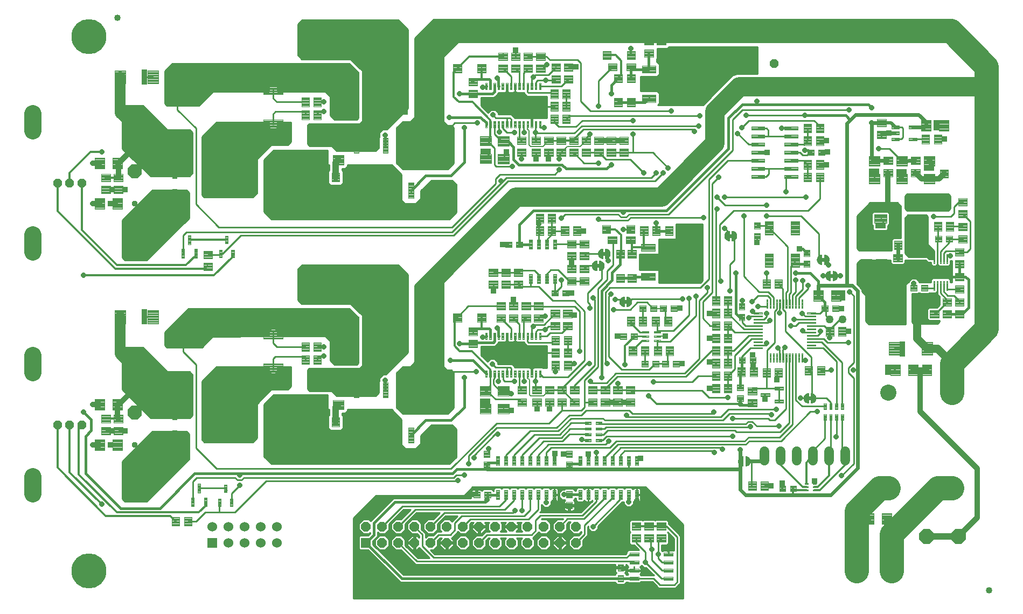
<source format=gtl>
G75*
%MOIN*%
%OFA0B0*%
%FSLAX25Y25*%
%IPPOS*%
%LPD*%
%AMOC8*
5,1,8,0,0,1.08239X$1,22.5*
%
%ADD10C,0.00394*%
%ADD11C,0.00409*%
%ADD12OC8,0.09693*%
%ADD13C,0.04000*%
%ADD14OC8,0.09055*%
%ADD15C,0.00402*%
%ADD16C,0.00408*%
%ADD17C,0.00396*%
%ADD18C,0.00378*%
%ADD19C,0.10000*%
%ADD20C,0.00425*%
%ADD21C,0.00403*%
%ADD22C,0.05906*%
%ADD23C,0.00100*%
%ADD24C,0.00400*%
%ADD25C,0.05000*%
%ADD26C,0.00348*%
%ADD27C,0.00407*%
%ADD28C,0.00514*%
%ADD29C,0.00387*%
%ADD30C,0.00413*%
%ADD31OC8,0.05315*%
%ADD32OC8,0.08600*%
%ADD33OC8,0.03543*%
%ADD34C,0.10638*%
%ADD35OC8,0.05906*%
%ADD36R,0.05906X0.05906*%
%ADD37C,0.00386*%
%ADD38C,0.00372*%
%ADD39OC8,0.10000*%
%ADD40R,0.06000X0.06000*%
%ADD41C,0.06000*%
%ADD42C,0.00362*%
%ADD43C,0.00390*%
%ADD44C,0.00384*%
%ADD45C,0.00433*%
%ADD46C,0.00406*%
%ADD47C,0.03200*%
%ADD48C,0.04000*%
%ADD49OC8,0.03175*%
%ADD50R,0.03175X0.03175*%
%ADD51C,0.01600*%
%ADD52C,0.01000*%
%ADD53C,0.01200*%
%ADD54C,0.01100*%
%ADD55C,0.02400*%
%ADD56C,0.00800*%
%ADD57C,0.21654*%
%ADD58C,0.15000*%
%ADD59C,0.12000*%
%ADD60C,0.05000*%
%ADD61C,0.02000*%
%ADD62C,0.06600*%
D10*
X0374947Y0150669D02*
X0374947Y0158149D01*
X0374947Y0150669D02*
X0367467Y0150669D01*
X0367467Y0158149D01*
X0374947Y0158149D01*
X0374947Y0151062D02*
X0367467Y0151062D01*
X0367467Y0151455D02*
X0374947Y0151455D01*
X0374947Y0151848D02*
X0367467Y0151848D01*
X0367467Y0152241D02*
X0374947Y0152241D01*
X0374947Y0152634D02*
X0367467Y0152634D01*
X0367467Y0153027D02*
X0374947Y0153027D01*
X0374947Y0153420D02*
X0367467Y0153420D01*
X0367467Y0153813D02*
X0374947Y0153813D01*
X0374947Y0154206D02*
X0367467Y0154206D01*
X0367467Y0154599D02*
X0374947Y0154599D01*
X0374947Y0154992D02*
X0367467Y0154992D01*
X0367467Y0155385D02*
X0374947Y0155385D01*
X0374947Y0155778D02*
X0367467Y0155778D01*
X0367467Y0156171D02*
X0374947Y0156171D01*
X0374947Y0156564D02*
X0367467Y0156564D01*
X0367467Y0156957D02*
X0374947Y0156957D01*
X0374947Y0157350D02*
X0367467Y0157350D01*
X0367467Y0157743D02*
X0374947Y0157743D01*
X0374947Y0158136D02*
X0367467Y0158136D01*
X0374947Y0166417D02*
X0374947Y0173897D01*
X0374947Y0166417D02*
X0367467Y0166417D01*
X0367467Y0173897D01*
X0374947Y0173897D01*
X0374947Y0166810D02*
X0367467Y0166810D01*
X0367467Y0167203D02*
X0374947Y0167203D01*
X0374947Y0167596D02*
X0367467Y0167596D01*
X0367467Y0167989D02*
X0374947Y0167989D01*
X0374947Y0168382D02*
X0367467Y0168382D01*
X0367467Y0168775D02*
X0374947Y0168775D01*
X0374947Y0169168D02*
X0367467Y0169168D01*
X0367467Y0169561D02*
X0374947Y0169561D01*
X0374947Y0169954D02*
X0367467Y0169954D01*
X0367467Y0170347D02*
X0374947Y0170347D01*
X0374947Y0170740D02*
X0367467Y0170740D01*
X0367467Y0171133D02*
X0374947Y0171133D01*
X0374947Y0171526D02*
X0367467Y0171526D01*
X0367467Y0171919D02*
X0374947Y0171919D01*
X0374947Y0172312D02*
X0367467Y0172312D01*
X0367467Y0172705D02*
X0374947Y0172705D01*
X0374947Y0173098D02*
X0367467Y0173098D01*
X0367467Y0173491D02*
X0374947Y0173491D01*
X0374947Y0173884D02*
X0367467Y0173884D01*
X0474936Y0126848D02*
X0474936Y0122912D01*
X0474936Y0126848D02*
X0478478Y0126848D01*
X0478478Y0122912D01*
X0474936Y0122912D01*
X0474936Y0123305D02*
X0478478Y0123305D01*
X0478478Y0123698D02*
X0474936Y0123698D01*
X0474936Y0124091D02*
X0478478Y0124091D01*
X0478478Y0124484D02*
X0474936Y0124484D01*
X0474936Y0124877D02*
X0478478Y0124877D01*
X0478478Y0125270D02*
X0474936Y0125270D01*
X0474936Y0125663D02*
X0478478Y0125663D01*
X0478478Y0126056D02*
X0474936Y0126056D01*
X0474936Y0126449D02*
X0478478Y0126449D01*
X0478478Y0126842D02*
X0474936Y0126842D01*
X0474936Y0120155D02*
X0474936Y0116219D01*
X0474936Y0120155D02*
X0478478Y0120155D01*
X0478478Y0116219D01*
X0474936Y0116219D01*
X0474936Y0116612D02*
X0478478Y0116612D01*
X0478478Y0117005D02*
X0474936Y0117005D01*
X0474936Y0117398D02*
X0478478Y0117398D01*
X0478478Y0117791D02*
X0474936Y0117791D01*
X0474936Y0118184D02*
X0478478Y0118184D01*
X0478478Y0118577D02*
X0474936Y0118577D01*
X0474936Y0118970D02*
X0478478Y0118970D01*
X0478478Y0119363D02*
X0474936Y0119363D01*
X0474936Y0119756D02*
X0478478Y0119756D01*
X0478478Y0120149D02*
X0474936Y0120149D01*
X0475086Y0101554D02*
X0479022Y0101554D01*
X0479022Y0098012D01*
X0475086Y0098012D01*
X0475086Y0101554D01*
X0475086Y0098405D02*
X0479022Y0098405D01*
X0479022Y0098798D02*
X0475086Y0098798D01*
X0475086Y0099191D02*
X0479022Y0099191D01*
X0479022Y0099584D02*
X0475086Y0099584D01*
X0475086Y0099977D02*
X0479022Y0099977D01*
X0479022Y0100370D02*
X0475086Y0100370D01*
X0475086Y0100763D02*
X0479022Y0100763D01*
X0479022Y0101156D02*
X0475086Y0101156D01*
X0475086Y0101549D02*
X0479022Y0101549D01*
X0472329Y0101554D02*
X0468393Y0101554D01*
X0472329Y0101554D02*
X0472329Y0098012D01*
X0468393Y0098012D01*
X0468393Y0101554D01*
X0468393Y0098405D02*
X0472329Y0098405D01*
X0472329Y0098798D02*
X0468393Y0098798D01*
X0468393Y0099191D02*
X0472329Y0099191D01*
X0472329Y0099584D02*
X0468393Y0099584D01*
X0468393Y0099977D02*
X0472329Y0099977D01*
X0472329Y0100370D02*
X0468393Y0100370D01*
X0468393Y0100763D02*
X0472329Y0100763D01*
X0472329Y0101156D02*
X0468393Y0101156D01*
X0468393Y0101549D02*
X0472329Y0101549D01*
X0525936Y0101848D02*
X0525936Y0097912D01*
X0525936Y0101848D02*
X0529478Y0101848D01*
X0529478Y0097912D01*
X0525936Y0097912D01*
X0525936Y0098305D02*
X0529478Y0098305D01*
X0529478Y0098698D02*
X0525936Y0098698D01*
X0525936Y0099091D02*
X0529478Y0099091D01*
X0529478Y0099484D02*
X0525936Y0099484D01*
X0525936Y0099877D02*
X0529478Y0099877D01*
X0529478Y0100270D02*
X0525936Y0100270D01*
X0525936Y0100663D02*
X0529478Y0100663D01*
X0529478Y0101056D02*
X0525936Y0101056D01*
X0525936Y0101449D02*
X0529478Y0101449D01*
X0529478Y0101842D02*
X0525936Y0101842D01*
X0525936Y0095155D02*
X0525936Y0091219D01*
X0525936Y0095155D02*
X0529478Y0095155D01*
X0529478Y0091219D01*
X0525936Y0091219D01*
X0525936Y0091612D02*
X0529478Y0091612D01*
X0529478Y0092005D02*
X0525936Y0092005D01*
X0525936Y0092398D02*
X0529478Y0092398D01*
X0529478Y0092791D02*
X0525936Y0092791D01*
X0525936Y0093184D02*
X0529478Y0093184D01*
X0529478Y0093577D02*
X0525936Y0093577D01*
X0525936Y0093970D02*
X0529478Y0093970D01*
X0529478Y0094363D02*
X0525936Y0094363D01*
X0525936Y0094756D02*
X0529478Y0094756D01*
X0529478Y0095149D02*
X0525936Y0095149D01*
X0525936Y0116219D02*
X0525936Y0120155D01*
X0529478Y0120155D01*
X0529478Y0116219D01*
X0525936Y0116219D01*
X0525936Y0116612D02*
X0529478Y0116612D01*
X0529478Y0117005D02*
X0525936Y0117005D01*
X0525936Y0117398D02*
X0529478Y0117398D01*
X0529478Y0117791D02*
X0525936Y0117791D01*
X0525936Y0118184D02*
X0529478Y0118184D01*
X0529478Y0118577D02*
X0525936Y0118577D01*
X0525936Y0118970D02*
X0529478Y0118970D01*
X0529478Y0119363D02*
X0525936Y0119363D01*
X0525936Y0119756D02*
X0529478Y0119756D01*
X0529478Y0120149D02*
X0525936Y0120149D01*
X0525936Y0122912D02*
X0525936Y0126848D01*
X0529478Y0126848D01*
X0529478Y0122912D01*
X0525936Y0122912D01*
X0525936Y0123305D02*
X0529478Y0123305D01*
X0529478Y0123698D02*
X0525936Y0123698D01*
X0525936Y0124091D02*
X0529478Y0124091D01*
X0529478Y0124484D02*
X0525936Y0124484D01*
X0525936Y0124877D02*
X0529478Y0124877D01*
X0529478Y0125270D02*
X0525936Y0125270D01*
X0525936Y0125663D02*
X0529478Y0125663D01*
X0529478Y0126056D02*
X0525936Y0126056D01*
X0525936Y0126449D02*
X0529478Y0126449D01*
X0529478Y0126842D02*
X0525936Y0126842D01*
X0537590Y0132682D02*
X0537590Y0134256D01*
X0541132Y0134256D01*
X0541132Y0132682D01*
X0537590Y0132682D01*
X0537590Y0133075D02*
X0541132Y0133075D01*
X0541132Y0133468D02*
X0537590Y0133468D01*
X0537590Y0133861D02*
X0541132Y0133861D01*
X0541132Y0134254D02*
X0537590Y0134254D01*
X0537590Y0136225D02*
X0537590Y0137799D01*
X0541132Y0137799D01*
X0541132Y0136225D01*
X0537590Y0136225D01*
X0537590Y0136618D02*
X0541132Y0136618D01*
X0541132Y0137011D02*
X0537590Y0137011D01*
X0537590Y0137404D02*
X0541132Y0137404D01*
X0541132Y0137797D02*
X0537590Y0137797D01*
X0537590Y0139768D02*
X0537590Y0141342D01*
X0541132Y0141342D01*
X0541132Y0139768D01*
X0537590Y0139768D01*
X0537590Y0140161D02*
X0541132Y0140161D01*
X0541132Y0140554D02*
X0537590Y0140554D01*
X0537590Y0140947D02*
X0541132Y0140947D01*
X0541132Y0141340D02*
X0537590Y0141340D01*
X0537590Y0143311D02*
X0537590Y0144885D01*
X0541132Y0144885D01*
X0541132Y0143311D01*
X0537590Y0143311D01*
X0537590Y0143704D02*
X0541132Y0143704D01*
X0541132Y0144097D02*
X0537590Y0144097D01*
X0537590Y0144490D02*
X0541132Y0144490D01*
X0541132Y0144883D02*
X0537590Y0144883D01*
X0544283Y0144885D02*
X0544283Y0143311D01*
X0544283Y0144885D02*
X0547825Y0144885D01*
X0547825Y0143311D01*
X0544283Y0143311D01*
X0544283Y0143704D02*
X0547825Y0143704D01*
X0547825Y0144097D02*
X0544283Y0144097D01*
X0544283Y0144490D02*
X0547825Y0144490D01*
X0547825Y0144883D02*
X0544283Y0144883D01*
X0544283Y0141342D02*
X0544283Y0139768D01*
X0544283Y0141342D02*
X0547825Y0141342D01*
X0547825Y0139768D01*
X0544283Y0139768D01*
X0544283Y0140161D02*
X0547825Y0140161D01*
X0547825Y0140554D02*
X0544283Y0140554D01*
X0544283Y0140947D02*
X0547825Y0140947D01*
X0547825Y0141340D02*
X0544283Y0141340D01*
X0544283Y0137799D02*
X0544283Y0136225D01*
X0544283Y0137799D02*
X0547825Y0137799D01*
X0547825Y0136225D01*
X0544283Y0136225D01*
X0544283Y0136618D02*
X0547825Y0136618D01*
X0547825Y0137011D02*
X0544283Y0137011D01*
X0544283Y0137404D02*
X0547825Y0137404D01*
X0547825Y0137797D02*
X0544283Y0137797D01*
X0544283Y0134256D02*
X0544283Y0132682D01*
X0544283Y0134256D02*
X0547825Y0134256D01*
X0547825Y0132682D01*
X0544283Y0132682D01*
X0544283Y0133075D02*
X0547825Y0133075D01*
X0547825Y0133468D02*
X0544283Y0133468D01*
X0544283Y0133861D02*
X0547825Y0133861D01*
X0547825Y0134254D02*
X0544283Y0134254D01*
X0572393Y0182554D02*
X0576329Y0182554D01*
X0576329Y0179012D01*
X0572393Y0179012D01*
X0572393Y0182554D01*
X0572393Y0179405D02*
X0576329Y0179405D01*
X0576329Y0179798D02*
X0572393Y0179798D01*
X0572393Y0180191D02*
X0576329Y0180191D01*
X0576329Y0180584D02*
X0572393Y0180584D01*
X0572393Y0180977D02*
X0576329Y0180977D01*
X0576329Y0181370D02*
X0572393Y0181370D01*
X0572393Y0181763D02*
X0576329Y0181763D01*
X0576329Y0182156D02*
X0572393Y0182156D01*
X0572393Y0182549D02*
X0576329Y0182549D01*
X0579086Y0182554D02*
X0583022Y0182554D01*
X0583022Y0179012D01*
X0579086Y0179012D01*
X0579086Y0182554D01*
X0579086Y0179405D02*
X0583022Y0179405D01*
X0583022Y0179798D02*
X0579086Y0179798D01*
X0579086Y0180191D02*
X0583022Y0180191D01*
X0583022Y0180584D02*
X0579086Y0180584D01*
X0579086Y0180977D02*
X0583022Y0180977D01*
X0583022Y0181370D02*
X0579086Y0181370D01*
X0579086Y0181763D02*
X0583022Y0181763D01*
X0583022Y0182156D02*
X0579086Y0182156D01*
X0579086Y0182549D02*
X0583022Y0182549D01*
X0585143Y0179012D02*
X0589079Y0179012D01*
X0585143Y0179012D02*
X0585143Y0182554D01*
X0589079Y0182554D01*
X0589079Y0179012D01*
X0589079Y0179405D02*
X0585143Y0179405D01*
X0585143Y0179798D02*
X0589079Y0179798D01*
X0589079Y0180191D02*
X0585143Y0180191D01*
X0585143Y0180584D02*
X0589079Y0180584D01*
X0589079Y0180977D02*
X0585143Y0180977D01*
X0585143Y0181370D02*
X0589079Y0181370D01*
X0589079Y0181763D02*
X0585143Y0181763D01*
X0585143Y0182156D02*
X0589079Y0182156D01*
X0589079Y0182549D02*
X0585143Y0182549D01*
X0591836Y0179012D02*
X0595772Y0179012D01*
X0591836Y0179012D02*
X0591836Y0182554D01*
X0595772Y0182554D01*
X0595772Y0179012D01*
X0595772Y0179405D02*
X0591836Y0179405D01*
X0591836Y0179798D02*
X0595772Y0179798D01*
X0595772Y0180191D02*
X0591836Y0180191D01*
X0591836Y0180584D02*
X0595772Y0180584D01*
X0595772Y0180977D02*
X0591836Y0180977D01*
X0591836Y0181370D02*
X0595772Y0181370D01*
X0595772Y0181763D02*
X0591836Y0181763D01*
X0591836Y0182156D02*
X0595772Y0182156D01*
X0595772Y0182549D02*
X0591836Y0182549D01*
X0569772Y0199554D02*
X0565836Y0199554D01*
X0569772Y0199554D02*
X0569772Y0196012D01*
X0565836Y0196012D01*
X0565836Y0199554D01*
X0565836Y0196405D02*
X0569772Y0196405D01*
X0569772Y0196798D02*
X0565836Y0196798D01*
X0565836Y0197191D02*
X0569772Y0197191D01*
X0569772Y0197584D02*
X0565836Y0197584D01*
X0565836Y0197977D02*
X0569772Y0197977D01*
X0569772Y0198370D02*
X0565836Y0198370D01*
X0565836Y0198763D02*
X0569772Y0198763D01*
X0569772Y0199156D02*
X0565836Y0199156D01*
X0565836Y0199549D02*
X0569772Y0199549D01*
X0563079Y0199554D02*
X0559143Y0199554D01*
X0563079Y0199554D02*
X0563079Y0196012D01*
X0559143Y0196012D01*
X0559143Y0199554D01*
X0559143Y0196405D02*
X0563079Y0196405D01*
X0563079Y0196798D02*
X0559143Y0196798D01*
X0559143Y0197191D02*
X0563079Y0197191D01*
X0563079Y0197584D02*
X0559143Y0197584D01*
X0559143Y0197977D02*
X0563079Y0197977D01*
X0563079Y0198370D02*
X0559143Y0198370D01*
X0559143Y0198763D02*
X0563079Y0198763D01*
X0563079Y0199156D02*
X0559143Y0199156D01*
X0559143Y0199549D02*
X0563079Y0199549D01*
X0571143Y0216804D02*
X0575079Y0216804D01*
X0575079Y0213262D01*
X0571143Y0213262D01*
X0571143Y0216804D01*
X0571143Y0213655D02*
X0575079Y0213655D01*
X0575079Y0214048D02*
X0571143Y0214048D01*
X0571143Y0214441D02*
X0575079Y0214441D01*
X0575079Y0214834D02*
X0571143Y0214834D01*
X0571143Y0215227D02*
X0575079Y0215227D01*
X0575079Y0215620D02*
X0571143Y0215620D01*
X0571143Y0216013D02*
X0575079Y0216013D01*
X0575079Y0216406D02*
X0571143Y0216406D01*
X0571143Y0216799D02*
X0575079Y0216799D01*
X0577836Y0216804D02*
X0581772Y0216804D01*
X0581772Y0213262D01*
X0577836Y0213262D01*
X0577836Y0216804D01*
X0577836Y0213655D02*
X0581772Y0213655D01*
X0581772Y0214048D02*
X0577836Y0214048D01*
X0577836Y0214441D02*
X0581772Y0214441D01*
X0581772Y0214834D02*
X0577836Y0214834D01*
X0577836Y0215227D02*
X0581772Y0215227D01*
X0581772Y0215620D02*
X0577836Y0215620D01*
X0577836Y0216013D02*
X0581772Y0216013D01*
X0581772Y0216406D02*
X0577836Y0216406D01*
X0577836Y0216799D02*
X0581772Y0216799D01*
X0583893Y0213262D02*
X0587829Y0213262D01*
X0583893Y0213262D02*
X0583893Y0216804D01*
X0587829Y0216804D01*
X0587829Y0213262D01*
X0587829Y0213655D02*
X0583893Y0213655D01*
X0583893Y0214048D02*
X0587829Y0214048D01*
X0587829Y0214441D02*
X0583893Y0214441D01*
X0583893Y0214834D02*
X0587829Y0214834D01*
X0587829Y0215227D02*
X0583893Y0215227D01*
X0583893Y0215620D02*
X0587829Y0215620D01*
X0587829Y0216013D02*
X0583893Y0216013D01*
X0583893Y0216406D02*
X0587829Y0216406D01*
X0587829Y0216799D02*
X0583893Y0216799D01*
X0590586Y0213262D02*
X0594522Y0213262D01*
X0590586Y0213262D02*
X0590586Y0216804D01*
X0594522Y0216804D01*
X0594522Y0213262D01*
X0594522Y0213655D02*
X0590586Y0213655D01*
X0590586Y0214048D02*
X0594522Y0214048D01*
X0594522Y0214441D02*
X0590586Y0214441D01*
X0590586Y0214834D02*
X0594522Y0214834D01*
X0594522Y0215227D02*
X0590586Y0215227D01*
X0590586Y0215620D02*
X0594522Y0215620D01*
X0594522Y0216013D02*
X0590586Y0216013D01*
X0590586Y0216406D02*
X0594522Y0216406D01*
X0594522Y0216799D02*
X0590586Y0216799D01*
X0632686Y0218348D02*
X0632686Y0214412D01*
X0632686Y0218348D02*
X0636228Y0218348D01*
X0636228Y0214412D01*
X0632686Y0214412D01*
X0632686Y0214805D02*
X0636228Y0214805D01*
X0636228Y0215198D02*
X0632686Y0215198D01*
X0632686Y0215591D02*
X0636228Y0215591D01*
X0636228Y0215984D02*
X0632686Y0215984D01*
X0632686Y0216377D02*
X0636228Y0216377D01*
X0636228Y0216770D02*
X0632686Y0216770D01*
X0632686Y0217163D02*
X0636228Y0217163D01*
X0636228Y0217556D02*
X0632686Y0217556D01*
X0632686Y0217949D02*
X0636228Y0217949D01*
X0636228Y0218342D02*
X0632686Y0218342D01*
X0632686Y0211655D02*
X0632686Y0207719D01*
X0632686Y0211655D02*
X0636228Y0211655D01*
X0636228Y0207719D01*
X0632686Y0207719D01*
X0632686Y0208112D02*
X0636228Y0208112D01*
X0636228Y0208505D02*
X0632686Y0208505D01*
X0632686Y0208898D02*
X0636228Y0208898D01*
X0636228Y0209291D02*
X0632686Y0209291D01*
X0632686Y0209684D02*
X0636228Y0209684D01*
X0636228Y0210077D02*
X0632686Y0210077D01*
X0632686Y0210470D02*
X0636228Y0210470D01*
X0636228Y0210863D02*
X0632686Y0210863D01*
X0632686Y0211256D02*
X0636228Y0211256D01*
X0636228Y0211649D02*
X0632686Y0211649D01*
X0632643Y0184804D02*
X0636579Y0184804D01*
X0636579Y0181262D01*
X0632643Y0181262D01*
X0632643Y0184804D01*
X0632643Y0181655D02*
X0636579Y0181655D01*
X0636579Y0182048D02*
X0632643Y0182048D01*
X0632643Y0182441D02*
X0636579Y0182441D01*
X0636579Y0182834D02*
X0632643Y0182834D01*
X0632643Y0183227D02*
X0636579Y0183227D01*
X0636579Y0183620D02*
X0632643Y0183620D01*
X0632643Y0184013D02*
X0636579Y0184013D01*
X0636579Y0184406D02*
X0632643Y0184406D01*
X0632643Y0184799D02*
X0636579Y0184799D01*
X0639336Y0184804D02*
X0643272Y0184804D01*
X0643272Y0181262D01*
X0639336Y0181262D01*
X0639336Y0184804D01*
X0639336Y0181655D02*
X0643272Y0181655D01*
X0643272Y0182048D02*
X0639336Y0182048D01*
X0639336Y0182441D02*
X0643272Y0182441D01*
X0643272Y0182834D02*
X0639336Y0182834D01*
X0639336Y0183227D02*
X0643272Y0183227D01*
X0643272Y0183620D02*
X0639336Y0183620D01*
X0639336Y0184013D02*
X0643272Y0184013D01*
X0643272Y0184406D02*
X0639336Y0184406D01*
X0639336Y0184799D02*
X0643272Y0184799D01*
X0635425Y0167901D02*
X0635425Y0164359D01*
X0631489Y0164359D01*
X0631489Y0167901D01*
X0635425Y0167901D01*
X0635425Y0164752D02*
X0631489Y0164752D01*
X0631489Y0165145D02*
X0635425Y0165145D01*
X0635425Y0165538D02*
X0631489Y0165538D01*
X0631489Y0165931D02*
X0635425Y0165931D01*
X0635425Y0166324D02*
X0631489Y0166324D01*
X0631489Y0166717D02*
X0635425Y0166717D01*
X0635425Y0167110D02*
X0631489Y0167110D01*
X0631489Y0167503D02*
X0635425Y0167503D01*
X0635425Y0167896D02*
X0631489Y0167896D01*
X0635425Y0161208D02*
X0635425Y0157666D01*
X0631489Y0157666D01*
X0631489Y0161208D01*
X0635425Y0161208D01*
X0635425Y0158059D02*
X0631489Y0158059D01*
X0631489Y0158452D02*
X0635425Y0158452D01*
X0635425Y0158845D02*
X0631489Y0158845D01*
X0631489Y0159238D02*
X0635425Y0159238D01*
X0635425Y0159631D02*
X0631489Y0159631D01*
X0631489Y0160024D02*
X0635425Y0160024D01*
X0635425Y0160417D02*
X0631489Y0160417D01*
X0631489Y0160810D02*
X0635425Y0160810D01*
X0635425Y0161203D02*
X0631489Y0161203D01*
X0685105Y0156151D02*
X0686679Y0156151D01*
X0686679Y0152609D01*
X0685105Y0152609D01*
X0685105Y0156151D01*
X0685105Y0153002D02*
X0686679Y0153002D01*
X0686679Y0153395D02*
X0685105Y0153395D01*
X0685105Y0153788D02*
X0686679Y0153788D01*
X0686679Y0154181D02*
X0685105Y0154181D01*
X0685105Y0154574D02*
X0686679Y0154574D01*
X0686679Y0154967D02*
X0685105Y0154967D01*
X0685105Y0155360D02*
X0686679Y0155360D01*
X0686679Y0155753D02*
X0685105Y0155753D01*
X0685105Y0156146D02*
X0686679Y0156146D01*
X0688649Y0156151D02*
X0690223Y0156151D01*
X0690223Y0152609D01*
X0688649Y0152609D01*
X0688649Y0156151D01*
X0688649Y0153002D02*
X0690223Y0153002D01*
X0690223Y0153395D02*
X0688649Y0153395D01*
X0688649Y0153788D02*
X0690223Y0153788D01*
X0690223Y0154181D02*
X0688649Y0154181D01*
X0688649Y0154574D02*
X0690223Y0154574D01*
X0690223Y0154967D02*
X0688649Y0154967D01*
X0688649Y0155360D02*
X0690223Y0155360D01*
X0690223Y0155753D02*
X0688649Y0155753D01*
X0688649Y0156146D02*
X0690223Y0156146D01*
X0692192Y0156151D02*
X0693766Y0156151D01*
X0693766Y0152609D01*
X0692192Y0152609D01*
X0692192Y0156151D01*
X0692192Y0153002D02*
X0693766Y0153002D01*
X0693766Y0153395D02*
X0692192Y0153395D01*
X0692192Y0153788D02*
X0693766Y0153788D01*
X0693766Y0154181D02*
X0692192Y0154181D01*
X0692192Y0154574D02*
X0693766Y0154574D01*
X0693766Y0154967D02*
X0692192Y0154967D01*
X0692192Y0155360D02*
X0693766Y0155360D01*
X0693766Y0155753D02*
X0692192Y0155753D01*
X0692192Y0156146D02*
X0693766Y0156146D01*
X0695735Y0156151D02*
X0697309Y0156151D01*
X0697309Y0152609D01*
X0695735Y0152609D01*
X0695735Y0156151D01*
X0695735Y0153002D02*
X0697309Y0153002D01*
X0697309Y0153395D02*
X0695735Y0153395D01*
X0695735Y0153788D02*
X0697309Y0153788D01*
X0697309Y0154181D02*
X0695735Y0154181D01*
X0695735Y0154574D02*
X0697309Y0154574D01*
X0697309Y0154967D02*
X0695735Y0154967D01*
X0695735Y0155360D02*
X0697309Y0155360D01*
X0697309Y0155753D02*
X0695735Y0155753D01*
X0695735Y0156146D02*
X0697309Y0156146D01*
X0697309Y0149458D02*
X0695735Y0149458D01*
X0697309Y0149458D02*
X0697309Y0145916D01*
X0695735Y0145916D01*
X0695735Y0149458D01*
X0695735Y0146309D02*
X0697309Y0146309D01*
X0697309Y0146702D02*
X0695735Y0146702D01*
X0695735Y0147095D02*
X0697309Y0147095D01*
X0697309Y0147488D02*
X0695735Y0147488D01*
X0695735Y0147881D02*
X0697309Y0147881D01*
X0697309Y0148274D02*
X0695735Y0148274D01*
X0695735Y0148667D02*
X0697309Y0148667D01*
X0697309Y0149060D02*
X0695735Y0149060D01*
X0695735Y0149453D02*
X0697309Y0149453D01*
X0693766Y0149458D02*
X0692192Y0149458D01*
X0693766Y0149458D02*
X0693766Y0145916D01*
X0692192Y0145916D01*
X0692192Y0149458D01*
X0692192Y0146309D02*
X0693766Y0146309D01*
X0693766Y0146702D02*
X0692192Y0146702D01*
X0692192Y0147095D02*
X0693766Y0147095D01*
X0693766Y0147488D02*
X0692192Y0147488D01*
X0692192Y0147881D02*
X0693766Y0147881D01*
X0693766Y0148274D02*
X0692192Y0148274D01*
X0692192Y0148667D02*
X0693766Y0148667D01*
X0693766Y0149060D02*
X0692192Y0149060D01*
X0692192Y0149453D02*
X0693766Y0149453D01*
X0690223Y0149458D02*
X0688649Y0149458D01*
X0690223Y0149458D02*
X0690223Y0145916D01*
X0688649Y0145916D01*
X0688649Y0149458D01*
X0688649Y0146309D02*
X0690223Y0146309D01*
X0690223Y0146702D02*
X0688649Y0146702D01*
X0688649Y0147095D02*
X0690223Y0147095D01*
X0690223Y0147488D02*
X0688649Y0147488D01*
X0688649Y0147881D02*
X0690223Y0147881D01*
X0690223Y0148274D02*
X0688649Y0148274D01*
X0688649Y0148667D02*
X0690223Y0148667D01*
X0690223Y0149060D02*
X0688649Y0149060D01*
X0688649Y0149453D02*
X0690223Y0149453D01*
X0686679Y0149458D02*
X0685105Y0149458D01*
X0686679Y0149458D02*
X0686679Y0145916D01*
X0685105Y0145916D01*
X0685105Y0149458D01*
X0685105Y0146309D02*
X0686679Y0146309D01*
X0686679Y0146702D02*
X0685105Y0146702D01*
X0685105Y0147095D02*
X0686679Y0147095D01*
X0686679Y0147488D02*
X0685105Y0147488D01*
X0685105Y0147881D02*
X0686679Y0147881D01*
X0686679Y0148274D02*
X0685105Y0148274D01*
X0685105Y0148667D02*
X0686679Y0148667D01*
X0686679Y0149060D02*
X0685105Y0149060D01*
X0685105Y0149453D02*
X0686679Y0149453D01*
X0668272Y0105304D02*
X0664336Y0105304D01*
X0668272Y0105304D02*
X0668272Y0101762D01*
X0664336Y0101762D01*
X0664336Y0105304D01*
X0664336Y0102155D02*
X0668272Y0102155D01*
X0668272Y0102548D02*
X0664336Y0102548D01*
X0664336Y0102941D02*
X0668272Y0102941D01*
X0668272Y0103334D02*
X0664336Y0103334D01*
X0664336Y0103727D02*
X0668272Y0103727D01*
X0668272Y0104120D02*
X0664336Y0104120D01*
X0664336Y0104513D02*
X0668272Y0104513D01*
X0668272Y0104906D02*
X0664336Y0104906D01*
X0664336Y0105299D02*
X0668272Y0105299D01*
X0661579Y0105304D02*
X0657643Y0105304D01*
X0661579Y0105304D02*
X0661579Y0101762D01*
X0657643Y0101762D01*
X0657643Y0105304D01*
X0657643Y0102155D02*
X0661579Y0102155D01*
X0661579Y0102548D02*
X0657643Y0102548D01*
X0657643Y0102941D02*
X0661579Y0102941D01*
X0661579Y0103334D02*
X0657643Y0103334D01*
X0657643Y0103727D02*
X0661579Y0103727D01*
X0661579Y0104120D02*
X0657643Y0104120D01*
X0657643Y0104513D02*
X0661579Y0104513D01*
X0661579Y0104906D02*
X0657643Y0104906D01*
X0657643Y0105299D02*
X0661579Y0105299D01*
X0557686Y0056598D02*
X0557686Y0052662D01*
X0557686Y0056598D02*
X0561228Y0056598D01*
X0561228Y0052662D01*
X0557686Y0052662D01*
X0557686Y0053055D02*
X0561228Y0053055D01*
X0561228Y0053448D02*
X0557686Y0053448D01*
X0557686Y0053841D02*
X0561228Y0053841D01*
X0561228Y0054234D02*
X0557686Y0054234D01*
X0557686Y0054627D02*
X0561228Y0054627D01*
X0561228Y0055020D02*
X0557686Y0055020D01*
X0557686Y0055413D02*
X0561228Y0055413D01*
X0561228Y0055806D02*
X0557686Y0055806D01*
X0557686Y0056199D02*
X0561228Y0056199D01*
X0561228Y0056592D02*
X0557686Y0056592D01*
X0557686Y0049905D02*
X0557686Y0045969D01*
X0557686Y0049905D02*
X0561228Y0049905D01*
X0561228Y0045969D01*
X0557686Y0045969D01*
X0557686Y0046362D02*
X0561228Y0046362D01*
X0561228Y0046755D02*
X0557686Y0046755D01*
X0557686Y0047148D02*
X0561228Y0047148D01*
X0561228Y0047541D02*
X0557686Y0047541D01*
X0557686Y0047934D02*
X0561228Y0047934D01*
X0561228Y0048327D02*
X0557686Y0048327D01*
X0557686Y0048720D02*
X0561228Y0048720D01*
X0561228Y0049113D02*
X0557686Y0049113D01*
X0557686Y0049506D02*
X0561228Y0049506D01*
X0561228Y0049899D02*
X0557686Y0049899D01*
X0683893Y0216804D02*
X0687829Y0216804D01*
X0687829Y0213262D01*
X0683893Y0213262D01*
X0683893Y0216804D01*
X0683893Y0213655D02*
X0687829Y0213655D01*
X0687829Y0214048D02*
X0683893Y0214048D01*
X0683893Y0214441D02*
X0687829Y0214441D01*
X0687829Y0214834D02*
X0683893Y0214834D01*
X0683893Y0215227D02*
X0687829Y0215227D01*
X0687829Y0215620D02*
X0683893Y0215620D01*
X0683893Y0216013D02*
X0687829Y0216013D01*
X0687829Y0216406D02*
X0683893Y0216406D01*
X0683893Y0216799D02*
X0687829Y0216799D01*
X0690586Y0216804D02*
X0694522Y0216804D01*
X0694522Y0213262D01*
X0690586Y0213262D01*
X0690586Y0216804D01*
X0690586Y0213655D02*
X0694522Y0213655D01*
X0694522Y0214048D02*
X0690586Y0214048D01*
X0690586Y0214441D02*
X0694522Y0214441D01*
X0694522Y0214834D02*
X0690586Y0214834D01*
X0690586Y0215227D02*
X0694522Y0215227D01*
X0694522Y0215620D02*
X0690586Y0215620D01*
X0690586Y0216013D02*
X0694522Y0216013D01*
X0694522Y0216406D02*
X0690586Y0216406D01*
X0690586Y0216799D02*
X0694522Y0216799D01*
X0672936Y0240719D02*
X0672936Y0244655D01*
X0676478Y0244655D01*
X0676478Y0240719D01*
X0672936Y0240719D01*
X0672936Y0241112D02*
X0676478Y0241112D01*
X0676478Y0241505D02*
X0672936Y0241505D01*
X0672936Y0241898D02*
X0676478Y0241898D01*
X0676478Y0242291D02*
X0672936Y0242291D01*
X0672936Y0242684D02*
X0676478Y0242684D01*
X0676478Y0243077D02*
X0672936Y0243077D01*
X0672936Y0243470D02*
X0676478Y0243470D01*
X0676478Y0243863D02*
X0672936Y0243863D01*
X0672936Y0244256D02*
X0676478Y0244256D01*
X0676478Y0244649D02*
X0672936Y0244649D01*
X0672936Y0247412D02*
X0672936Y0251348D01*
X0676478Y0251348D01*
X0676478Y0247412D01*
X0672936Y0247412D01*
X0672936Y0247805D02*
X0676478Y0247805D01*
X0676478Y0248198D02*
X0672936Y0248198D01*
X0672936Y0248591D02*
X0676478Y0248591D01*
X0676478Y0248984D02*
X0672936Y0248984D01*
X0672936Y0249377D02*
X0676478Y0249377D01*
X0676478Y0249770D02*
X0672936Y0249770D01*
X0672936Y0250163D02*
X0676478Y0250163D01*
X0676478Y0250556D02*
X0672936Y0250556D01*
X0672936Y0250949D02*
X0676478Y0250949D01*
X0676478Y0251342D02*
X0672936Y0251342D01*
X0645728Y0257719D02*
X0645728Y0261655D01*
X0645728Y0257719D02*
X0642186Y0257719D01*
X0642186Y0261655D01*
X0645728Y0261655D01*
X0645728Y0258112D02*
X0642186Y0258112D01*
X0642186Y0258505D02*
X0645728Y0258505D01*
X0645728Y0258898D02*
X0642186Y0258898D01*
X0642186Y0259291D02*
X0645728Y0259291D01*
X0645728Y0259684D02*
X0642186Y0259684D01*
X0642186Y0260077D02*
X0645728Y0260077D01*
X0645728Y0260470D02*
X0642186Y0260470D01*
X0642186Y0260863D02*
X0645728Y0260863D01*
X0645728Y0261256D02*
X0642186Y0261256D01*
X0642186Y0261649D02*
X0645728Y0261649D01*
X0645728Y0264412D02*
X0645728Y0268348D01*
X0645728Y0264412D02*
X0642186Y0264412D01*
X0642186Y0268348D01*
X0645728Y0268348D01*
X0645728Y0264805D02*
X0642186Y0264805D01*
X0642186Y0265198D02*
X0645728Y0265198D01*
X0645728Y0265591D02*
X0642186Y0265591D01*
X0642186Y0265984D02*
X0645728Y0265984D01*
X0645728Y0266377D02*
X0642186Y0266377D01*
X0642186Y0266770D02*
X0645728Y0266770D01*
X0645728Y0267163D02*
X0642186Y0267163D01*
X0642186Y0267556D02*
X0645728Y0267556D01*
X0645728Y0267949D02*
X0642186Y0267949D01*
X0642186Y0268342D02*
X0645728Y0268342D01*
X0675143Y0309762D02*
X0679079Y0309762D01*
X0675143Y0309762D02*
X0675143Y0313304D01*
X0679079Y0313304D01*
X0679079Y0309762D01*
X0679079Y0310155D02*
X0675143Y0310155D01*
X0675143Y0310548D02*
X0679079Y0310548D01*
X0679079Y0310941D02*
X0675143Y0310941D01*
X0675143Y0311334D02*
X0679079Y0311334D01*
X0679079Y0311727D02*
X0675143Y0311727D01*
X0675143Y0312120D02*
X0679079Y0312120D01*
X0679079Y0312513D02*
X0675143Y0312513D01*
X0675143Y0312906D02*
X0679079Y0312906D01*
X0679079Y0313299D02*
X0675143Y0313299D01*
X0681836Y0309762D02*
X0685772Y0309762D01*
X0681836Y0309762D02*
X0681836Y0313304D01*
X0685772Y0313304D01*
X0685772Y0309762D01*
X0685772Y0310155D02*
X0681836Y0310155D01*
X0681836Y0310548D02*
X0685772Y0310548D01*
X0685772Y0310941D02*
X0681836Y0310941D01*
X0681836Y0311334D02*
X0685772Y0311334D01*
X0685772Y0311727D02*
X0681836Y0311727D01*
X0681836Y0312120D02*
X0685772Y0312120D01*
X0685772Y0312513D02*
X0681836Y0312513D01*
X0681836Y0312906D02*
X0685772Y0312906D01*
X0685772Y0313299D02*
X0681836Y0313299D01*
X0754143Y0256262D02*
X0758079Y0256262D01*
X0754143Y0256262D02*
X0754143Y0259804D01*
X0758079Y0259804D01*
X0758079Y0256262D01*
X0758079Y0256655D02*
X0754143Y0256655D01*
X0754143Y0257048D02*
X0758079Y0257048D01*
X0758079Y0257441D02*
X0754143Y0257441D01*
X0754143Y0257834D02*
X0758079Y0257834D01*
X0758079Y0258227D02*
X0754143Y0258227D01*
X0754143Y0258620D02*
X0758079Y0258620D01*
X0758079Y0259013D02*
X0754143Y0259013D01*
X0754143Y0259406D02*
X0758079Y0259406D01*
X0758079Y0259799D02*
X0754143Y0259799D01*
X0760836Y0256262D02*
X0764772Y0256262D01*
X0760836Y0256262D02*
X0760836Y0259804D01*
X0764772Y0259804D01*
X0764772Y0256262D01*
X0764772Y0256655D02*
X0760836Y0256655D01*
X0760836Y0257048D02*
X0764772Y0257048D01*
X0764772Y0257441D02*
X0760836Y0257441D01*
X0760836Y0257834D02*
X0764772Y0257834D01*
X0764772Y0258227D02*
X0760836Y0258227D01*
X0760836Y0258620D02*
X0764772Y0258620D01*
X0764772Y0259013D02*
X0760836Y0259013D01*
X0760836Y0259406D02*
X0764772Y0259406D01*
X0764772Y0259799D02*
X0760836Y0259799D01*
X0749522Y0226012D02*
X0745586Y0226012D01*
X0745586Y0229554D01*
X0749522Y0229554D01*
X0749522Y0226012D01*
X0749522Y0226405D02*
X0745586Y0226405D01*
X0745586Y0226798D02*
X0749522Y0226798D01*
X0749522Y0227191D02*
X0745586Y0227191D01*
X0745586Y0227584D02*
X0749522Y0227584D01*
X0749522Y0227977D02*
X0745586Y0227977D01*
X0745586Y0228370D02*
X0749522Y0228370D01*
X0749522Y0228763D02*
X0745586Y0228763D01*
X0745586Y0229156D02*
X0749522Y0229156D01*
X0749522Y0229549D02*
X0745586Y0229549D01*
X0742829Y0226012D02*
X0738893Y0226012D01*
X0738893Y0229554D01*
X0742829Y0229554D01*
X0742829Y0226012D01*
X0742829Y0226405D02*
X0738893Y0226405D01*
X0738893Y0226798D02*
X0742829Y0226798D01*
X0742829Y0227191D02*
X0738893Y0227191D01*
X0738893Y0227584D02*
X0742829Y0227584D01*
X0742829Y0227977D02*
X0738893Y0227977D01*
X0738893Y0228370D02*
X0742829Y0228370D01*
X0742829Y0228763D02*
X0738893Y0228763D01*
X0738893Y0229156D02*
X0742829Y0229156D01*
X0742829Y0229549D02*
X0738893Y0229549D01*
X0527522Y0226304D02*
X0523586Y0226304D01*
X0527522Y0226304D02*
X0527522Y0222762D01*
X0523586Y0222762D01*
X0523586Y0226304D01*
X0523586Y0223155D02*
X0527522Y0223155D01*
X0527522Y0223548D02*
X0523586Y0223548D01*
X0523586Y0223941D02*
X0527522Y0223941D01*
X0527522Y0224334D02*
X0523586Y0224334D01*
X0523586Y0224727D02*
X0527522Y0224727D01*
X0527522Y0225120D02*
X0523586Y0225120D01*
X0523586Y0225513D02*
X0527522Y0225513D01*
X0527522Y0225906D02*
X0523586Y0225906D01*
X0523586Y0226299D02*
X0527522Y0226299D01*
X0520829Y0226304D02*
X0516893Y0226304D01*
X0520829Y0226304D02*
X0520829Y0222762D01*
X0516893Y0222762D01*
X0516893Y0226304D01*
X0516893Y0223155D02*
X0520829Y0223155D01*
X0520829Y0223548D02*
X0516893Y0223548D01*
X0516893Y0223941D02*
X0520829Y0223941D01*
X0520829Y0224334D02*
X0516893Y0224334D01*
X0516893Y0224727D02*
X0520829Y0224727D01*
X0520829Y0225120D02*
X0516893Y0225120D01*
X0516893Y0225513D02*
X0520829Y0225513D01*
X0520829Y0225906D02*
X0516893Y0225906D01*
X0516893Y0226299D02*
X0520829Y0226299D01*
X0498772Y0256304D02*
X0494836Y0256304D01*
X0498772Y0256304D02*
X0498772Y0252762D01*
X0494836Y0252762D01*
X0494836Y0256304D01*
X0494836Y0253155D02*
X0498772Y0253155D01*
X0498772Y0253548D02*
X0494836Y0253548D01*
X0494836Y0253941D02*
X0498772Y0253941D01*
X0498772Y0254334D02*
X0494836Y0254334D01*
X0494836Y0254727D02*
X0498772Y0254727D01*
X0498772Y0255120D02*
X0494836Y0255120D01*
X0494836Y0255513D02*
X0498772Y0255513D01*
X0498772Y0255906D02*
X0494836Y0255906D01*
X0494836Y0256299D02*
X0498772Y0256299D01*
X0492079Y0256304D02*
X0488143Y0256304D01*
X0492079Y0256304D02*
X0492079Y0252762D01*
X0488143Y0252762D01*
X0488143Y0256304D01*
X0488143Y0253155D02*
X0492079Y0253155D01*
X0492079Y0253548D02*
X0488143Y0253548D01*
X0488143Y0253941D02*
X0492079Y0253941D01*
X0492079Y0254334D02*
X0488143Y0254334D01*
X0488143Y0254727D02*
X0492079Y0254727D01*
X0492079Y0255120D02*
X0488143Y0255120D01*
X0488143Y0255513D02*
X0492079Y0255513D01*
X0492079Y0255906D02*
X0488143Y0255906D01*
X0488143Y0256299D02*
X0492079Y0256299D01*
X0374947Y0302169D02*
X0374947Y0309649D01*
X0374947Y0302169D02*
X0367467Y0302169D01*
X0367467Y0309649D01*
X0374947Y0309649D01*
X0374947Y0302562D02*
X0367467Y0302562D01*
X0367467Y0302955D02*
X0374947Y0302955D01*
X0374947Y0303348D02*
X0367467Y0303348D01*
X0367467Y0303741D02*
X0374947Y0303741D01*
X0374947Y0304134D02*
X0367467Y0304134D01*
X0367467Y0304527D02*
X0374947Y0304527D01*
X0374947Y0304920D02*
X0367467Y0304920D01*
X0367467Y0305313D02*
X0374947Y0305313D01*
X0374947Y0305706D02*
X0367467Y0305706D01*
X0367467Y0306099D02*
X0374947Y0306099D01*
X0374947Y0306492D02*
X0367467Y0306492D01*
X0367467Y0306885D02*
X0374947Y0306885D01*
X0374947Y0307278D02*
X0367467Y0307278D01*
X0367467Y0307671D02*
X0374947Y0307671D01*
X0374947Y0308064D02*
X0367467Y0308064D01*
X0367467Y0308457D02*
X0374947Y0308457D01*
X0374947Y0308850D02*
X0367467Y0308850D01*
X0367467Y0309243D02*
X0374947Y0309243D01*
X0374947Y0309636D02*
X0367467Y0309636D01*
X0374947Y0317917D02*
X0374947Y0325397D01*
X0374947Y0317917D02*
X0367467Y0317917D01*
X0367467Y0325397D01*
X0374947Y0325397D01*
X0374947Y0318310D02*
X0367467Y0318310D01*
X0367467Y0318703D02*
X0374947Y0318703D01*
X0374947Y0319096D02*
X0367467Y0319096D01*
X0367467Y0319489D02*
X0374947Y0319489D01*
X0374947Y0319882D02*
X0367467Y0319882D01*
X0367467Y0320275D02*
X0374947Y0320275D01*
X0374947Y0320668D02*
X0367467Y0320668D01*
X0367467Y0321061D02*
X0374947Y0321061D01*
X0374947Y0321454D02*
X0367467Y0321454D01*
X0367467Y0321847D02*
X0374947Y0321847D01*
X0374947Y0322240D02*
X0367467Y0322240D01*
X0367467Y0322633D02*
X0374947Y0322633D01*
X0374947Y0323026D02*
X0367467Y0323026D01*
X0367467Y0323419D02*
X0374947Y0323419D01*
X0374947Y0323812D02*
X0367467Y0323812D01*
X0367467Y0324205D02*
X0374947Y0324205D01*
X0374947Y0324598D02*
X0367467Y0324598D01*
X0367467Y0324991D02*
X0374947Y0324991D01*
X0374947Y0325384D02*
X0367467Y0325384D01*
D11*
X0366822Y0337532D02*
X0362112Y0337532D01*
X0366822Y0337532D02*
X0366822Y0332034D01*
X0362112Y0332034D01*
X0362112Y0337532D01*
X0362112Y0332442D02*
X0366822Y0332442D01*
X0366822Y0332850D02*
X0362112Y0332850D01*
X0362112Y0333258D02*
X0366822Y0333258D01*
X0366822Y0333666D02*
X0362112Y0333666D01*
X0362112Y0334074D02*
X0366822Y0334074D01*
X0366822Y0334482D02*
X0362112Y0334482D01*
X0362112Y0334890D02*
X0366822Y0334890D01*
X0366822Y0335298D02*
X0362112Y0335298D01*
X0362112Y0335706D02*
X0366822Y0335706D01*
X0366822Y0336114D02*
X0362112Y0336114D01*
X0362112Y0336522D02*
X0366822Y0336522D01*
X0366822Y0336930D02*
X0362112Y0336930D01*
X0362112Y0337338D02*
X0366822Y0337338D01*
X0369593Y0337532D02*
X0374303Y0337532D01*
X0374303Y0332034D01*
X0369593Y0332034D01*
X0369593Y0337532D01*
X0369593Y0332442D02*
X0374303Y0332442D01*
X0374303Y0332850D02*
X0369593Y0332850D01*
X0369593Y0333258D02*
X0374303Y0333258D01*
X0374303Y0333666D02*
X0369593Y0333666D01*
X0369593Y0334074D02*
X0374303Y0334074D01*
X0374303Y0334482D02*
X0369593Y0334482D01*
X0369593Y0334890D02*
X0374303Y0334890D01*
X0374303Y0335298D02*
X0369593Y0335298D01*
X0369593Y0335706D02*
X0374303Y0335706D01*
X0374303Y0336114D02*
X0369593Y0336114D01*
X0369593Y0336522D02*
X0374303Y0336522D01*
X0374303Y0336930D02*
X0369593Y0336930D01*
X0369593Y0337338D02*
X0374303Y0337338D01*
X0374303Y0345532D02*
X0369593Y0345532D01*
X0374303Y0345532D02*
X0374303Y0340034D01*
X0369593Y0340034D01*
X0369593Y0345532D01*
X0369593Y0340442D02*
X0374303Y0340442D01*
X0374303Y0340850D02*
X0369593Y0340850D01*
X0369593Y0341258D02*
X0374303Y0341258D01*
X0374303Y0341666D02*
X0369593Y0341666D01*
X0369593Y0342074D02*
X0374303Y0342074D01*
X0374303Y0342482D02*
X0369593Y0342482D01*
X0369593Y0342890D02*
X0374303Y0342890D01*
X0374303Y0343298D02*
X0369593Y0343298D01*
X0369593Y0343706D02*
X0374303Y0343706D01*
X0374303Y0344114D02*
X0369593Y0344114D01*
X0369593Y0344522D02*
X0374303Y0344522D01*
X0374303Y0344930D02*
X0369593Y0344930D01*
X0369593Y0345338D02*
X0374303Y0345338D01*
X0366822Y0345532D02*
X0362112Y0345532D01*
X0366822Y0345532D02*
X0366822Y0340034D01*
X0362112Y0340034D01*
X0362112Y0345532D01*
X0362112Y0340442D02*
X0366822Y0340442D01*
X0366822Y0340850D02*
X0362112Y0340850D01*
X0362112Y0341258D02*
X0366822Y0341258D01*
X0366822Y0341666D02*
X0362112Y0341666D01*
X0362112Y0342074D02*
X0366822Y0342074D01*
X0366822Y0342482D02*
X0362112Y0342482D01*
X0362112Y0342890D02*
X0366822Y0342890D01*
X0366822Y0343298D02*
X0362112Y0343298D01*
X0362112Y0343706D02*
X0366822Y0343706D01*
X0366822Y0344114D02*
X0362112Y0344114D01*
X0362112Y0344522D02*
X0366822Y0344522D01*
X0366822Y0344930D02*
X0362112Y0344930D01*
X0362112Y0345338D02*
X0366822Y0345338D01*
X0373362Y0293534D02*
X0378072Y0293534D01*
X0373362Y0293534D02*
X0373362Y0299032D01*
X0378072Y0299032D01*
X0378072Y0293534D01*
X0378072Y0293942D02*
X0373362Y0293942D01*
X0373362Y0294350D02*
X0378072Y0294350D01*
X0378072Y0294758D02*
X0373362Y0294758D01*
X0373362Y0295166D02*
X0378072Y0295166D01*
X0378072Y0295574D02*
X0373362Y0295574D01*
X0373362Y0295982D02*
X0378072Y0295982D01*
X0378072Y0296390D02*
X0373362Y0296390D01*
X0373362Y0296798D02*
X0378072Y0296798D01*
X0378072Y0297206D02*
X0373362Y0297206D01*
X0373362Y0297614D02*
X0378072Y0297614D01*
X0378072Y0298022D02*
X0373362Y0298022D01*
X0373362Y0298430D02*
X0378072Y0298430D01*
X0378072Y0298838D02*
X0373362Y0298838D01*
X0380843Y0293534D02*
X0385553Y0293534D01*
X0380843Y0293534D02*
X0380843Y0299032D01*
X0385553Y0299032D01*
X0385553Y0293534D01*
X0385553Y0293942D02*
X0380843Y0293942D01*
X0380843Y0294350D02*
X0385553Y0294350D01*
X0385553Y0294758D02*
X0380843Y0294758D01*
X0380843Y0295166D02*
X0385553Y0295166D01*
X0385553Y0295574D02*
X0380843Y0295574D01*
X0380843Y0295982D02*
X0385553Y0295982D01*
X0385553Y0296390D02*
X0380843Y0296390D01*
X0380843Y0296798D02*
X0385553Y0296798D01*
X0385553Y0297206D02*
X0380843Y0297206D01*
X0380843Y0297614D02*
X0385553Y0297614D01*
X0385553Y0298022D02*
X0380843Y0298022D01*
X0380843Y0298430D02*
X0385553Y0298430D01*
X0385553Y0298838D02*
X0380843Y0298838D01*
X0306956Y0250629D02*
X0306956Y0245919D01*
X0301458Y0245919D01*
X0301458Y0250629D01*
X0306956Y0250629D01*
X0306956Y0246327D02*
X0301458Y0246327D01*
X0301458Y0246735D02*
X0306956Y0246735D01*
X0306956Y0247143D02*
X0301458Y0247143D01*
X0301458Y0247551D02*
X0306956Y0247551D01*
X0306956Y0247959D02*
X0301458Y0247959D01*
X0301458Y0248367D02*
X0306956Y0248367D01*
X0306956Y0248775D02*
X0301458Y0248775D01*
X0301458Y0249183D02*
X0306956Y0249183D01*
X0306956Y0249591D02*
X0301458Y0249591D01*
X0301458Y0249999D02*
X0306956Y0249999D01*
X0306956Y0250407D02*
X0301458Y0250407D01*
X0306956Y0243148D02*
X0306956Y0238438D01*
X0301458Y0238438D01*
X0301458Y0243148D01*
X0306956Y0243148D01*
X0306956Y0238846D02*
X0301458Y0238846D01*
X0301458Y0239254D02*
X0306956Y0239254D01*
X0306956Y0239662D02*
X0301458Y0239662D01*
X0301458Y0240070D02*
X0306956Y0240070D01*
X0306956Y0240478D02*
X0301458Y0240478D01*
X0301458Y0240886D02*
X0306956Y0240886D01*
X0306956Y0241294D02*
X0301458Y0241294D01*
X0301458Y0241702D02*
X0306956Y0241702D01*
X0306956Y0242110D02*
X0301458Y0242110D01*
X0301458Y0242518D02*
X0306956Y0242518D01*
X0306956Y0242926D02*
X0301458Y0242926D01*
X0245958Y0286188D02*
X0245958Y0290898D01*
X0251456Y0290898D01*
X0251456Y0286188D01*
X0245958Y0286188D01*
X0245958Y0286596D02*
X0251456Y0286596D01*
X0251456Y0287004D02*
X0245958Y0287004D01*
X0245958Y0287412D02*
X0251456Y0287412D01*
X0251456Y0287820D02*
X0245958Y0287820D01*
X0245958Y0288228D02*
X0251456Y0288228D01*
X0251456Y0288636D02*
X0245958Y0288636D01*
X0245958Y0289044D02*
X0251456Y0289044D01*
X0251456Y0289452D02*
X0245958Y0289452D01*
X0245958Y0289860D02*
X0251456Y0289860D01*
X0251456Y0290268D02*
X0245958Y0290268D01*
X0245958Y0290676D02*
X0251456Y0290676D01*
X0238208Y0290898D02*
X0238208Y0286188D01*
X0238208Y0290898D02*
X0243706Y0290898D01*
X0243706Y0286188D01*
X0238208Y0286188D01*
X0238208Y0286596D02*
X0243706Y0286596D01*
X0243706Y0287004D02*
X0238208Y0287004D01*
X0238208Y0287412D02*
X0243706Y0287412D01*
X0243706Y0287820D02*
X0238208Y0287820D01*
X0238208Y0288228D02*
X0243706Y0288228D01*
X0243706Y0288636D02*
X0238208Y0288636D01*
X0238208Y0289044D02*
X0243706Y0289044D01*
X0243706Y0289452D02*
X0238208Y0289452D01*
X0238208Y0289860D02*
X0243706Y0289860D01*
X0243706Y0290268D02*
X0238208Y0290268D01*
X0238208Y0290676D02*
X0243706Y0290676D01*
X0238208Y0293669D02*
X0238208Y0298379D01*
X0243706Y0298379D01*
X0243706Y0293669D01*
X0238208Y0293669D01*
X0238208Y0294077D02*
X0243706Y0294077D01*
X0243706Y0294485D02*
X0238208Y0294485D01*
X0238208Y0294893D02*
X0243706Y0294893D01*
X0243706Y0295301D02*
X0238208Y0295301D01*
X0238208Y0295709D02*
X0243706Y0295709D01*
X0243706Y0296117D02*
X0238208Y0296117D01*
X0238208Y0296525D02*
X0243706Y0296525D01*
X0243706Y0296933D02*
X0238208Y0296933D01*
X0238208Y0297341D02*
X0243706Y0297341D01*
X0243706Y0297749D02*
X0238208Y0297749D01*
X0238208Y0298157D02*
X0243706Y0298157D01*
X0245958Y0298379D02*
X0245958Y0293669D01*
X0245958Y0298379D02*
X0251456Y0298379D01*
X0251456Y0293669D01*
X0245958Y0293669D01*
X0245958Y0294077D02*
X0251456Y0294077D01*
X0251456Y0294485D02*
X0245958Y0294485D01*
X0245958Y0294893D02*
X0251456Y0294893D01*
X0251456Y0295301D02*
X0245958Y0295301D01*
X0245958Y0295709D02*
X0251456Y0295709D01*
X0251456Y0296117D02*
X0245958Y0296117D01*
X0245958Y0296525D02*
X0251456Y0296525D01*
X0251456Y0296933D02*
X0245958Y0296933D01*
X0245958Y0297341D02*
X0251456Y0297341D01*
X0251456Y0297749D02*
X0245958Y0297749D01*
X0245958Y0298157D02*
X0251456Y0298157D01*
X0362112Y0194032D02*
X0366822Y0194032D01*
X0366822Y0188534D01*
X0362112Y0188534D01*
X0362112Y0194032D01*
X0362112Y0188942D02*
X0366822Y0188942D01*
X0366822Y0189350D02*
X0362112Y0189350D01*
X0362112Y0189758D02*
X0366822Y0189758D01*
X0366822Y0190166D02*
X0362112Y0190166D01*
X0362112Y0190574D02*
X0366822Y0190574D01*
X0366822Y0190982D02*
X0362112Y0190982D01*
X0362112Y0191390D02*
X0366822Y0191390D01*
X0366822Y0191798D02*
X0362112Y0191798D01*
X0362112Y0192206D02*
X0366822Y0192206D01*
X0366822Y0192614D02*
X0362112Y0192614D01*
X0362112Y0193022D02*
X0366822Y0193022D01*
X0366822Y0193430D02*
X0362112Y0193430D01*
X0362112Y0193838D02*
X0366822Y0193838D01*
X0369593Y0194032D02*
X0374303Y0194032D01*
X0374303Y0188534D01*
X0369593Y0188534D01*
X0369593Y0194032D01*
X0369593Y0188942D02*
X0374303Y0188942D01*
X0374303Y0189350D02*
X0369593Y0189350D01*
X0369593Y0189758D02*
X0374303Y0189758D01*
X0374303Y0190166D02*
X0369593Y0190166D01*
X0369593Y0190574D02*
X0374303Y0190574D01*
X0374303Y0190982D02*
X0369593Y0190982D01*
X0369593Y0191390D02*
X0374303Y0191390D01*
X0374303Y0191798D02*
X0369593Y0191798D01*
X0369593Y0192206D02*
X0374303Y0192206D01*
X0374303Y0192614D02*
X0369593Y0192614D01*
X0369593Y0193022D02*
X0374303Y0193022D01*
X0374303Y0193430D02*
X0369593Y0193430D01*
X0369593Y0193838D02*
X0374303Y0193838D01*
X0374303Y0186032D02*
X0369593Y0186032D01*
X0374303Y0186032D02*
X0374303Y0180534D01*
X0369593Y0180534D01*
X0369593Y0186032D01*
X0369593Y0180942D02*
X0374303Y0180942D01*
X0374303Y0181350D02*
X0369593Y0181350D01*
X0369593Y0181758D02*
X0374303Y0181758D01*
X0374303Y0182166D02*
X0369593Y0182166D01*
X0369593Y0182574D02*
X0374303Y0182574D01*
X0374303Y0182982D02*
X0369593Y0182982D01*
X0369593Y0183390D02*
X0374303Y0183390D01*
X0374303Y0183798D02*
X0369593Y0183798D01*
X0369593Y0184206D02*
X0374303Y0184206D01*
X0374303Y0184614D02*
X0369593Y0184614D01*
X0369593Y0185022D02*
X0374303Y0185022D01*
X0374303Y0185430D02*
X0369593Y0185430D01*
X0369593Y0185838D02*
X0374303Y0185838D01*
X0366822Y0186032D02*
X0362112Y0186032D01*
X0366822Y0186032D02*
X0366822Y0180534D01*
X0362112Y0180534D01*
X0362112Y0186032D01*
X0362112Y0180942D02*
X0366822Y0180942D01*
X0366822Y0181350D02*
X0362112Y0181350D01*
X0362112Y0181758D02*
X0366822Y0181758D01*
X0366822Y0182166D02*
X0362112Y0182166D01*
X0362112Y0182574D02*
X0366822Y0182574D01*
X0366822Y0182982D02*
X0362112Y0182982D01*
X0362112Y0183390D02*
X0366822Y0183390D01*
X0366822Y0183798D02*
X0362112Y0183798D01*
X0362112Y0184206D02*
X0366822Y0184206D01*
X0366822Y0184614D02*
X0362112Y0184614D01*
X0362112Y0185022D02*
X0366822Y0185022D01*
X0366822Y0185430D02*
X0362112Y0185430D01*
X0362112Y0185838D02*
X0366822Y0185838D01*
X0373362Y0142034D02*
X0378072Y0142034D01*
X0373362Y0142034D02*
X0373362Y0147532D01*
X0378072Y0147532D01*
X0378072Y0142034D01*
X0378072Y0142442D02*
X0373362Y0142442D01*
X0373362Y0142850D02*
X0378072Y0142850D01*
X0378072Y0143258D02*
X0373362Y0143258D01*
X0373362Y0143666D02*
X0378072Y0143666D01*
X0378072Y0144074D02*
X0373362Y0144074D01*
X0373362Y0144482D02*
X0378072Y0144482D01*
X0378072Y0144890D02*
X0373362Y0144890D01*
X0373362Y0145298D02*
X0378072Y0145298D01*
X0378072Y0145706D02*
X0373362Y0145706D01*
X0373362Y0146114D02*
X0378072Y0146114D01*
X0378072Y0146522D02*
X0373362Y0146522D01*
X0373362Y0146930D02*
X0378072Y0146930D01*
X0378072Y0147338D02*
X0373362Y0147338D01*
X0380843Y0142034D02*
X0385553Y0142034D01*
X0380843Y0142034D02*
X0380843Y0147532D01*
X0385553Y0147532D01*
X0385553Y0142034D01*
X0385553Y0142442D02*
X0380843Y0142442D01*
X0380843Y0142850D02*
X0385553Y0142850D01*
X0385553Y0143258D02*
X0380843Y0143258D01*
X0380843Y0143666D02*
X0385553Y0143666D01*
X0385553Y0144074D02*
X0380843Y0144074D01*
X0380843Y0144482D02*
X0385553Y0144482D01*
X0385553Y0144890D02*
X0380843Y0144890D01*
X0380843Y0145298D02*
X0385553Y0145298D01*
X0385553Y0145706D02*
X0380843Y0145706D01*
X0380843Y0146114D02*
X0385553Y0146114D01*
X0385553Y0146522D02*
X0380843Y0146522D01*
X0380843Y0146930D02*
X0385553Y0146930D01*
X0385553Y0147338D02*
X0380843Y0147338D01*
X0465458Y0190938D02*
X0465458Y0195648D01*
X0470956Y0195648D01*
X0470956Y0190938D01*
X0465458Y0190938D01*
X0465458Y0191346D02*
X0470956Y0191346D01*
X0470956Y0191754D02*
X0465458Y0191754D01*
X0465458Y0192162D02*
X0470956Y0192162D01*
X0470956Y0192570D02*
X0465458Y0192570D01*
X0465458Y0192978D02*
X0470956Y0192978D01*
X0470956Y0193386D02*
X0465458Y0193386D01*
X0465458Y0193794D02*
X0470956Y0193794D01*
X0470956Y0194202D02*
X0465458Y0194202D01*
X0465458Y0194610D02*
X0470956Y0194610D01*
X0470956Y0195018D02*
X0465458Y0195018D01*
X0465458Y0195426D02*
X0470956Y0195426D01*
X0465458Y0198419D02*
X0465458Y0203129D01*
X0470956Y0203129D01*
X0470956Y0198419D01*
X0465458Y0198419D01*
X0465458Y0198827D02*
X0470956Y0198827D01*
X0470956Y0199235D02*
X0465458Y0199235D01*
X0465458Y0199643D02*
X0470956Y0199643D01*
X0470956Y0200051D02*
X0465458Y0200051D01*
X0465458Y0200459D02*
X0470956Y0200459D01*
X0470956Y0200867D02*
X0465458Y0200867D01*
X0465458Y0201275D02*
X0470956Y0201275D01*
X0470956Y0201683D02*
X0465458Y0201683D01*
X0465458Y0202091D02*
X0470956Y0202091D01*
X0470956Y0202499D02*
X0465458Y0202499D01*
X0465458Y0202907D02*
X0470956Y0202907D01*
X0482708Y0206688D02*
X0482708Y0211398D01*
X0488206Y0211398D01*
X0488206Y0206688D01*
X0482708Y0206688D01*
X0482708Y0207096D02*
X0488206Y0207096D01*
X0488206Y0207504D02*
X0482708Y0207504D01*
X0482708Y0207912D02*
X0488206Y0207912D01*
X0488206Y0208320D02*
X0482708Y0208320D01*
X0482708Y0208728D02*
X0488206Y0208728D01*
X0488206Y0209136D02*
X0482708Y0209136D01*
X0482708Y0209544D02*
X0488206Y0209544D01*
X0488206Y0209952D02*
X0482708Y0209952D01*
X0482708Y0210360D02*
X0488206Y0210360D01*
X0488206Y0210768D02*
X0482708Y0210768D01*
X0482708Y0211176D02*
X0488206Y0211176D01*
X0490458Y0211398D02*
X0490458Y0206688D01*
X0490458Y0211398D02*
X0495956Y0211398D01*
X0495956Y0206688D01*
X0490458Y0206688D01*
X0490458Y0207096D02*
X0495956Y0207096D01*
X0495956Y0207504D02*
X0490458Y0207504D01*
X0490458Y0207912D02*
X0495956Y0207912D01*
X0495956Y0208320D02*
X0490458Y0208320D01*
X0490458Y0208728D02*
X0495956Y0208728D01*
X0495956Y0209136D02*
X0490458Y0209136D01*
X0490458Y0209544D02*
X0495956Y0209544D01*
X0495956Y0209952D02*
X0490458Y0209952D01*
X0490458Y0210360D02*
X0495956Y0210360D01*
X0495956Y0210768D02*
X0490458Y0210768D01*
X0490458Y0211176D02*
X0495956Y0211176D01*
X0498208Y0211398D02*
X0498208Y0206688D01*
X0498208Y0211398D02*
X0503706Y0211398D01*
X0503706Y0206688D01*
X0498208Y0206688D01*
X0498208Y0207096D02*
X0503706Y0207096D01*
X0503706Y0207504D02*
X0498208Y0207504D01*
X0498208Y0207912D02*
X0503706Y0207912D01*
X0503706Y0208320D02*
X0498208Y0208320D01*
X0498208Y0208728D02*
X0503706Y0208728D01*
X0503706Y0209136D02*
X0498208Y0209136D01*
X0498208Y0209544D02*
X0503706Y0209544D01*
X0503706Y0209952D02*
X0498208Y0209952D01*
X0498208Y0210360D02*
X0503706Y0210360D01*
X0503706Y0210768D02*
X0498208Y0210768D01*
X0498208Y0211176D02*
X0503706Y0211176D01*
X0511456Y0211398D02*
X0511456Y0206688D01*
X0505958Y0206688D01*
X0505958Y0211398D01*
X0511456Y0211398D01*
X0511456Y0207096D02*
X0505958Y0207096D01*
X0505958Y0207504D02*
X0511456Y0207504D01*
X0511456Y0207912D02*
X0505958Y0207912D01*
X0505958Y0208320D02*
X0511456Y0208320D01*
X0511456Y0208728D02*
X0505958Y0208728D01*
X0505958Y0209136D02*
X0511456Y0209136D01*
X0511456Y0209544D02*
X0505958Y0209544D01*
X0505958Y0209952D02*
X0511456Y0209952D01*
X0511456Y0210360D02*
X0505958Y0210360D01*
X0505958Y0210768D02*
X0511456Y0210768D01*
X0511456Y0211176D02*
X0505958Y0211176D01*
X0511456Y0214169D02*
X0511456Y0218879D01*
X0511456Y0214169D02*
X0505958Y0214169D01*
X0505958Y0218879D01*
X0511456Y0218879D01*
X0511456Y0214577D02*
X0505958Y0214577D01*
X0505958Y0214985D02*
X0511456Y0214985D01*
X0511456Y0215393D02*
X0505958Y0215393D01*
X0505958Y0215801D02*
X0511456Y0215801D01*
X0511456Y0216209D02*
X0505958Y0216209D01*
X0505958Y0216617D02*
X0511456Y0216617D01*
X0511456Y0217025D02*
X0505958Y0217025D01*
X0505958Y0217433D02*
X0511456Y0217433D01*
X0511456Y0217841D02*
X0505958Y0217841D01*
X0505958Y0218249D02*
X0511456Y0218249D01*
X0511456Y0218657D02*
X0505958Y0218657D01*
X0498208Y0218879D02*
X0498208Y0214169D01*
X0498208Y0218879D02*
X0503706Y0218879D01*
X0503706Y0214169D01*
X0498208Y0214169D01*
X0498208Y0214577D02*
X0503706Y0214577D01*
X0503706Y0214985D02*
X0498208Y0214985D01*
X0498208Y0215393D02*
X0503706Y0215393D01*
X0503706Y0215801D02*
X0498208Y0215801D01*
X0498208Y0216209D02*
X0503706Y0216209D01*
X0503706Y0216617D02*
X0498208Y0216617D01*
X0498208Y0217025D02*
X0503706Y0217025D01*
X0503706Y0217433D02*
X0498208Y0217433D01*
X0498208Y0217841D02*
X0503706Y0217841D01*
X0503706Y0218249D02*
X0498208Y0218249D01*
X0498208Y0218657D02*
X0503706Y0218657D01*
X0490458Y0218879D02*
X0490458Y0214169D01*
X0490458Y0218879D02*
X0495956Y0218879D01*
X0495956Y0214169D01*
X0490458Y0214169D01*
X0490458Y0214577D02*
X0495956Y0214577D01*
X0495956Y0214985D02*
X0490458Y0214985D01*
X0490458Y0215393D02*
X0495956Y0215393D01*
X0495956Y0215801D02*
X0490458Y0215801D01*
X0490458Y0216209D02*
X0495956Y0216209D01*
X0495956Y0216617D02*
X0490458Y0216617D01*
X0490458Y0217025D02*
X0495956Y0217025D01*
X0495956Y0217433D02*
X0490458Y0217433D01*
X0490458Y0217841D02*
X0495956Y0217841D01*
X0495956Y0218249D02*
X0490458Y0218249D01*
X0490458Y0218657D02*
X0495956Y0218657D01*
X0482708Y0218879D02*
X0482708Y0214169D01*
X0482708Y0218879D02*
X0488206Y0218879D01*
X0488206Y0214169D01*
X0482708Y0214169D01*
X0482708Y0214577D02*
X0488206Y0214577D01*
X0488206Y0214985D02*
X0482708Y0214985D01*
X0482708Y0215393D02*
X0488206Y0215393D01*
X0488206Y0215801D02*
X0482708Y0215801D01*
X0482708Y0216209D02*
X0488206Y0216209D01*
X0488206Y0216617D02*
X0482708Y0216617D01*
X0482708Y0217025D02*
X0488206Y0217025D01*
X0488206Y0217433D02*
X0482708Y0217433D01*
X0482708Y0217841D02*
X0488206Y0217841D01*
X0488206Y0218249D02*
X0482708Y0218249D01*
X0482708Y0218657D02*
X0488206Y0218657D01*
X0491206Y0227438D02*
X0491206Y0232148D01*
X0491206Y0227438D02*
X0485708Y0227438D01*
X0485708Y0232148D01*
X0491206Y0232148D01*
X0491206Y0227846D02*
X0485708Y0227846D01*
X0485708Y0228254D02*
X0491206Y0228254D01*
X0491206Y0228662D02*
X0485708Y0228662D01*
X0485708Y0229070D02*
X0491206Y0229070D01*
X0491206Y0229478D02*
X0485708Y0229478D01*
X0485708Y0229886D02*
X0491206Y0229886D01*
X0491206Y0230294D02*
X0485708Y0230294D01*
X0485708Y0230702D02*
X0491206Y0230702D01*
X0491206Y0231110D02*
X0485708Y0231110D01*
X0485708Y0231518D02*
X0491206Y0231518D01*
X0491206Y0231926D02*
X0485708Y0231926D01*
X0483456Y0232148D02*
X0483456Y0227438D01*
X0477958Y0227438D01*
X0477958Y0232148D01*
X0483456Y0232148D01*
X0483456Y0227846D02*
X0477958Y0227846D01*
X0477958Y0228254D02*
X0483456Y0228254D01*
X0483456Y0228662D02*
X0477958Y0228662D01*
X0477958Y0229070D02*
X0483456Y0229070D01*
X0483456Y0229478D02*
X0477958Y0229478D01*
X0477958Y0229886D02*
X0483456Y0229886D01*
X0483456Y0230294D02*
X0477958Y0230294D01*
X0477958Y0230702D02*
X0483456Y0230702D01*
X0483456Y0231110D02*
X0477958Y0231110D01*
X0477958Y0231518D02*
X0483456Y0231518D01*
X0483456Y0231926D02*
X0477958Y0231926D01*
X0483456Y0234919D02*
X0483456Y0239629D01*
X0483456Y0234919D02*
X0477958Y0234919D01*
X0477958Y0239629D01*
X0483456Y0239629D01*
X0483456Y0235327D02*
X0477958Y0235327D01*
X0477958Y0235735D02*
X0483456Y0235735D01*
X0483456Y0236143D02*
X0477958Y0236143D01*
X0477958Y0236551D02*
X0483456Y0236551D01*
X0483456Y0236959D02*
X0477958Y0236959D01*
X0477958Y0237367D02*
X0483456Y0237367D01*
X0483456Y0237775D02*
X0477958Y0237775D01*
X0477958Y0238183D02*
X0483456Y0238183D01*
X0483456Y0238591D02*
X0477958Y0238591D01*
X0477958Y0238999D02*
X0483456Y0238999D01*
X0483456Y0239407D02*
X0477958Y0239407D01*
X0491206Y0239629D02*
X0491206Y0234919D01*
X0485708Y0234919D01*
X0485708Y0239629D01*
X0491206Y0239629D01*
X0491206Y0235327D02*
X0485708Y0235327D01*
X0485708Y0235735D02*
X0491206Y0235735D01*
X0491206Y0236143D02*
X0485708Y0236143D01*
X0485708Y0236551D02*
X0491206Y0236551D01*
X0491206Y0236959D02*
X0485708Y0236959D01*
X0485708Y0237367D02*
X0491206Y0237367D01*
X0491206Y0237775D02*
X0485708Y0237775D01*
X0485708Y0238183D02*
X0491206Y0238183D01*
X0491206Y0238591D02*
X0485708Y0238591D01*
X0485708Y0238999D02*
X0491206Y0238999D01*
X0491206Y0239407D02*
X0485708Y0239407D01*
X0493458Y0239629D02*
X0493458Y0234919D01*
X0493458Y0239629D02*
X0498956Y0239629D01*
X0498956Y0234919D01*
X0493458Y0234919D01*
X0493458Y0235327D02*
X0498956Y0235327D01*
X0498956Y0235735D02*
X0493458Y0235735D01*
X0493458Y0236143D02*
X0498956Y0236143D01*
X0498956Y0236551D02*
X0493458Y0236551D01*
X0493458Y0236959D02*
X0498956Y0236959D01*
X0498956Y0237367D02*
X0493458Y0237367D01*
X0493458Y0237775D02*
X0498956Y0237775D01*
X0498956Y0238183D02*
X0493458Y0238183D01*
X0493458Y0238591D02*
X0498956Y0238591D01*
X0498956Y0238999D02*
X0493458Y0238999D01*
X0493458Y0239407D02*
X0498956Y0239407D01*
X0493458Y0232148D02*
X0493458Y0227438D01*
X0493458Y0232148D02*
X0498956Y0232148D01*
X0498956Y0227438D01*
X0493458Y0227438D01*
X0493458Y0227846D02*
X0498956Y0227846D01*
X0498956Y0228254D02*
X0493458Y0228254D01*
X0493458Y0228662D02*
X0498956Y0228662D01*
X0498956Y0229070D02*
X0493458Y0229070D01*
X0493458Y0229478D02*
X0498956Y0229478D01*
X0498956Y0229886D02*
X0493458Y0229886D01*
X0493458Y0230294D02*
X0498956Y0230294D01*
X0498956Y0230702D02*
X0493458Y0230702D01*
X0493458Y0231110D02*
X0498956Y0231110D01*
X0498956Y0231518D02*
X0493458Y0231518D01*
X0493458Y0231926D02*
X0498956Y0231926D01*
X0526458Y0229688D02*
X0526458Y0234398D01*
X0531956Y0234398D01*
X0531956Y0229688D01*
X0526458Y0229688D01*
X0526458Y0230096D02*
X0531956Y0230096D01*
X0531956Y0230504D02*
X0526458Y0230504D01*
X0526458Y0230912D02*
X0531956Y0230912D01*
X0531956Y0231320D02*
X0526458Y0231320D01*
X0526458Y0231728D02*
X0531956Y0231728D01*
X0531956Y0232136D02*
X0526458Y0232136D01*
X0526458Y0232544D02*
X0531956Y0232544D01*
X0531956Y0232952D02*
X0526458Y0232952D01*
X0526458Y0233360D02*
X0531956Y0233360D01*
X0531956Y0233768D02*
X0526458Y0233768D01*
X0526458Y0234176D02*
X0531956Y0234176D01*
X0534208Y0234398D02*
X0534208Y0229688D01*
X0534208Y0234398D02*
X0539706Y0234398D01*
X0539706Y0229688D01*
X0534208Y0229688D01*
X0534208Y0230096D02*
X0539706Y0230096D01*
X0539706Y0230504D02*
X0534208Y0230504D01*
X0534208Y0230912D02*
X0539706Y0230912D01*
X0539706Y0231320D02*
X0534208Y0231320D01*
X0534208Y0231728D02*
X0539706Y0231728D01*
X0539706Y0232136D02*
X0534208Y0232136D01*
X0534208Y0232544D02*
X0539706Y0232544D01*
X0539706Y0232952D02*
X0534208Y0232952D01*
X0534208Y0233360D02*
X0539706Y0233360D01*
X0539706Y0233768D02*
X0534208Y0233768D01*
X0534208Y0234176D02*
X0539706Y0234176D01*
X0534208Y0237169D02*
X0534208Y0241879D01*
X0539706Y0241879D01*
X0539706Y0237169D01*
X0534208Y0237169D01*
X0534208Y0237577D02*
X0539706Y0237577D01*
X0539706Y0237985D02*
X0534208Y0237985D01*
X0534208Y0238393D02*
X0539706Y0238393D01*
X0539706Y0238801D02*
X0534208Y0238801D01*
X0534208Y0239209D02*
X0539706Y0239209D01*
X0539706Y0239617D02*
X0534208Y0239617D01*
X0534208Y0240025D02*
X0539706Y0240025D01*
X0539706Y0240433D02*
X0534208Y0240433D01*
X0534208Y0240841D02*
X0539706Y0240841D01*
X0539706Y0241249D02*
X0534208Y0241249D01*
X0534208Y0241657D02*
X0539706Y0241657D01*
X0526458Y0241879D02*
X0526458Y0237169D01*
X0526458Y0241879D02*
X0531956Y0241879D01*
X0531956Y0237169D01*
X0526458Y0237169D01*
X0526458Y0237577D02*
X0531956Y0237577D01*
X0531956Y0237985D02*
X0526458Y0237985D01*
X0526458Y0238393D02*
X0531956Y0238393D01*
X0531956Y0238801D02*
X0526458Y0238801D01*
X0526458Y0239209D02*
X0531956Y0239209D01*
X0531956Y0239617D02*
X0526458Y0239617D01*
X0526458Y0240025D02*
X0531956Y0240025D01*
X0531956Y0240433D02*
X0526458Y0240433D01*
X0526458Y0240841D02*
X0531956Y0240841D01*
X0531956Y0241249D02*
X0526458Y0241249D01*
X0526458Y0241657D02*
X0531956Y0241657D01*
X0531956Y0245188D02*
X0531956Y0249898D01*
X0531956Y0245188D02*
X0526458Y0245188D01*
X0526458Y0249898D01*
X0531956Y0249898D01*
X0531956Y0245596D02*
X0526458Y0245596D01*
X0526458Y0246004D02*
X0531956Y0246004D01*
X0531956Y0246412D02*
X0526458Y0246412D01*
X0526458Y0246820D02*
X0531956Y0246820D01*
X0531956Y0247228D02*
X0526458Y0247228D01*
X0526458Y0247636D02*
X0531956Y0247636D01*
X0531956Y0248044D02*
X0526458Y0248044D01*
X0526458Y0248452D02*
X0531956Y0248452D01*
X0531956Y0248860D02*
X0526458Y0248860D01*
X0526458Y0249268D02*
X0531956Y0249268D01*
X0531956Y0249676D02*
X0526458Y0249676D01*
X0531956Y0252669D02*
X0531956Y0257379D01*
X0531956Y0252669D02*
X0526458Y0252669D01*
X0526458Y0257379D01*
X0531956Y0257379D01*
X0531956Y0253077D02*
X0526458Y0253077D01*
X0526458Y0253485D02*
X0531956Y0253485D01*
X0531956Y0253893D02*
X0526458Y0253893D01*
X0526458Y0254301D02*
X0531956Y0254301D01*
X0531956Y0254709D02*
X0526458Y0254709D01*
X0526458Y0255117D02*
X0531956Y0255117D01*
X0531956Y0255525D02*
X0526458Y0255525D01*
X0526458Y0255933D02*
X0531956Y0255933D01*
X0531956Y0256341D02*
X0526458Y0256341D01*
X0526458Y0256749D02*
X0531956Y0256749D01*
X0531956Y0257157D02*
X0526458Y0257157D01*
X0527322Y0265782D02*
X0522612Y0265782D01*
X0527322Y0265782D02*
X0527322Y0260284D01*
X0522612Y0260284D01*
X0522612Y0265782D01*
X0522612Y0260692D02*
X0527322Y0260692D01*
X0527322Y0261100D02*
X0522612Y0261100D01*
X0522612Y0261508D02*
X0527322Y0261508D01*
X0527322Y0261916D02*
X0522612Y0261916D01*
X0522612Y0262324D02*
X0527322Y0262324D01*
X0527322Y0262732D02*
X0522612Y0262732D01*
X0522612Y0263140D02*
X0527322Y0263140D01*
X0527322Y0263548D02*
X0522612Y0263548D01*
X0522612Y0263956D02*
X0527322Y0263956D01*
X0527322Y0264364D02*
X0522612Y0264364D01*
X0522612Y0264772D02*
X0527322Y0264772D01*
X0527322Y0265180D02*
X0522612Y0265180D01*
X0522612Y0265588D02*
X0527322Y0265588D01*
X0530093Y0265782D02*
X0534803Y0265782D01*
X0534803Y0260284D01*
X0530093Y0260284D01*
X0530093Y0265782D01*
X0530093Y0260692D02*
X0534803Y0260692D01*
X0534803Y0261100D02*
X0530093Y0261100D01*
X0530093Y0261508D02*
X0534803Y0261508D01*
X0534803Y0261916D02*
X0530093Y0261916D01*
X0530093Y0262324D02*
X0534803Y0262324D01*
X0534803Y0262732D02*
X0530093Y0262732D01*
X0530093Y0263140D02*
X0534803Y0263140D01*
X0534803Y0263548D02*
X0530093Y0263548D01*
X0530093Y0263956D02*
X0534803Y0263956D01*
X0534803Y0264364D02*
X0530093Y0264364D01*
X0530093Y0264772D02*
X0534803Y0264772D01*
X0534803Y0265180D02*
X0530093Y0265180D01*
X0530093Y0265588D02*
X0534803Y0265588D01*
X0519303Y0265782D02*
X0514593Y0265782D01*
X0519303Y0265782D02*
X0519303Y0260284D01*
X0514593Y0260284D01*
X0514593Y0265782D01*
X0514593Y0260692D02*
X0519303Y0260692D01*
X0519303Y0261100D02*
X0514593Y0261100D01*
X0514593Y0261508D02*
X0519303Y0261508D01*
X0519303Y0261916D02*
X0514593Y0261916D01*
X0514593Y0262324D02*
X0519303Y0262324D01*
X0519303Y0262732D02*
X0514593Y0262732D01*
X0514593Y0263140D02*
X0519303Y0263140D01*
X0519303Y0263548D02*
X0514593Y0263548D01*
X0514593Y0263956D02*
X0519303Y0263956D01*
X0519303Y0264364D02*
X0514593Y0264364D01*
X0514593Y0264772D02*
X0519303Y0264772D01*
X0519303Y0265180D02*
X0514593Y0265180D01*
X0514593Y0265588D02*
X0519303Y0265588D01*
X0519303Y0268034D02*
X0514593Y0268034D01*
X0514593Y0273532D01*
X0519303Y0273532D01*
X0519303Y0268034D01*
X0519303Y0268442D02*
X0514593Y0268442D01*
X0514593Y0268850D02*
X0519303Y0268850D01*
X0519303Y0269258D02*
X0514593Y0269258D01*
X0514593Y0269666D02*
X0519303Y0269666D01*
X0519303Y0270074D02*
X0514593Y0270074D01*
X0514593Y0270482D02*
X0519303Y0270482D01*
X0519303Y0270890D02*
X0514593Y0270890D01*
X0514593Y0271298D02*
X0519303Y0271298D01*
X0519303Y0271706D02*
X0514593Y0271706D01*
X0514593Y0272114D02*
X0519303Y0272114D01*
X0519303Y0272522D02*
X0514593Y0272522D01*
X0514593Y0272930D02*
X0519303Y0272930D01*
X0519303Y0273338D02*
X0514593Y0273338D01*
X0511822Y0268034D02*
X0507112Y0268034D01*
X0507112Y0273532D01*
X0511822Y0273532D01*
X0511822Y0268034D01*
X0511822Y0268442D02*
X0507112Y0268442D01*
X0507112Y0268850D02*
X0511822Y0268850D01*
X0511822Y0269258D02*
X0507112Y0269258D01*
X0507112Y0269666D02*
X0511822Y0269666D01*
X0511822Y0270074D02*
X0507112Y0270074D01*
X0507112Y0270482D02*
X0511822Y0270482D01*
X0511822Y0270890D02*
X0507112Y0270890D01*
X0507112Y0271298D02*
X0511822Y0271298D01*
X0511822Y0271706D02*
X0507112Y0271706D01*
X0507112Y0272114D02*
X0511822Y0272114D01*
X0511822Y0272522D02*
X0507112Y0272522D01*
X0507112Y0272930D02*
X0511822Y0272930D01*
X0511822Y0273338D02*
X0507112Y0273338D01*
X0507112Y0265782D02*
X0511822Y0265782D01*
X0511822Y0260284D01*
X0507112Y0260284D01*
X0507112Y0265782D01*
X0507112Y0260692D02*
X0511822Y0260692D01*
X0511822Y0261100D02*
X0507112Y0261100D01*
X0507112Y0261508D02*
X0511822Y0261508D01*
X0511822Y0261916D02*
X0507112Y0261916D01*
X0507112Y0262324D02*
X0511822Y0262324D01*
X0511822Y0262732D02*
X0507112Y0262732D01*
X0507112Y0263140D02*
X0511822Y0263140D01*
X0511822Y0263548D02*
X0507112Y0263548D01*
X0507112Y0263956D02*
X0511822Y0263956D01*
X0511822Y0264364D02*
X0507112Y0264364D01*
X0507112Y0264772D02*
X0511822Y0264772D01*
X0511822Y0265180D02*
X0507112Y0265180D01*
X0507112Y0265588D02*
X0511822Y0265588D01*
X0539706Y0257379D02*
X0539706Y0252669D01*
X0534208Y0252669D01*
X0534208Y0257379D01*
X0539706Y0257379D01*
X0539706Y0253077D02*
X0534208Y0253077D01*
X0534208Y0253485D02*
X0539706Y0253485D01*
X0539706Y0253893D02*
X0534208Y0253893D01*
X0534208Y0254301D02*
X0539706Y0254301D01*
X0539706Y0254709D02*
X0534208Y0254709D01*
X0534208Y0255117D02*
X0539706Y0255117D01*
X0539706Y0255525D02*
X0534208Y0255525D01*
X0534208Y0255933D02*
X0539706Y0255933D01*
X0539706Y0256341D02*
X0534208Y0256341D01*
X0534208Y0256749D02*
X0539706Y0256749D01*
X0539706Y0257157D02*
X0534208Y0257157D01*
X0539706Y0249898D02*
X0539706Y0245188D01*
X0534208Y0245188D01*
X0534208Y0249898D01*
X0539706Y0249898D01*
X0539706Y0245596D02*
X0534208Y0245596D01*
X0534208Y0246004D02*
X0539706Y0246004D01*
X0539706Y0246412D02*
X0534208Y0246412D01*
X0534208Y0246820D02*
X0539706Y0246820D01*
X0539706Y0247228D02*
X0534208Y0247228D01*
X0534208Y0247636D02*
X0539706Y0247636D01*
X0539706Y0248044D02*
X0534208Y0248044D01*
X0534208Y0248452D02*
X0539706Y0248452D01*
X0539706Y0248860D02*
X0534208Y0248860D01*
X0534208Y0249268D02*
X0539706Y0249268D01*
X0539706Y0249676D02*
X0534208Y0249676D01*
X0571612Y0265782D02*
X0576322Y0265782D01*
X0576322Y0260284D01*
X0571612Y0260284D01*
X0571612Y0265782D01*
X0571612Y0260692D02*
X0576322Y0260692D01*
X0576322Y0261100D02*
X0571612Y0261100D01*
X0571612Y0261508D02*
X0576322Y0261508D01*
X0576322Y0261916D02*
X0571612Y0261916D01*
X0571612Y0262324D02*
X0576322Y0262324D01*
X0576322Y0262732D02*
X0571612Y0262732D01*
X0571612Y0263140D02*
X0576322Y0263140D01*
X0576322Y0263548D02*
X0571612Y0263548D01*
X0571612Y0263956D02*
X0576322Y0263956D01*
X0576322Y0264364D02*
X0571612Y0264364D01*
X0571612Y0264772D02*
X0576322Y0264772D01*
X0576322Y0265180D02*
X0571612Y0265180D01*
X0571612Y0265588D02*
X0576322Y0265588D01*
X0579093Y0265782D02*
X0583803Y0265782D01*
X0583803Y0260284D01*
X0579093Y0260284D01*
X0579093Y0265782D01*
X0579093Y0260692D02*
X0583803Y0260692D01*
X0583803Y0261100D02*
X0579093Y0261100D01*
X0579093Y0261508D02*
X0583803Y0261508D01*
X0583803Y0261916D02*
X0579093Y0261916D01*
X0579093Y0262324D02*
X0583803Y0262324D01*
X0583803Y0262732D02*
X0579093Y0262732D01*
X0579093Y0263140D02*
X0583803Y0263140D01*
X0583803Y0263548D02*
X0579093Y0263548D01*
X0579093Y0263956D02*
X0583803Y0263956D01*
X0583803Y0264364D02*
X0579093Y0264364D01*
X0579093Y0264772D02*
X0583803Y0264772D01*
X0583803Y0265180D02*
X0579093Y0265180D01*
X0579093Y0265588D02*
X0583803Y0265588D01*
X0587112Y0260284D02*
X0591822Y0260284D01*
X0587112Y0260284D02*
X0587112Y0265782D01*
X0591822Y0265782D01*
X0591822Y0260284D01*
X0591822Y0260692D02*
X0587112Y0260692D01*
X0587112Y0261100D02*
X0591822Y0261100D01*
X0591822Y0261508D02*
X0587112Y0261508D01*
X0587112Y0261916D02*
X0591822Y0261916D01*
X0591822Y0262324D02*
X0587112Y0262324D01*
X0587112Y0262732D02*
X0591822Y0262732D01*
X0591822Y0263140D02*
X0587112Y0263140D01*
X0587112Y0263548D02*
X0591822Y0263548D01*
X0591822Y0263956D02*
X0587112Y0263956D01*
X0587112Y0264364D02*
X0591822Y0264364D01*
X0591822Y0264772D02*
X0587112Y0264772D01*
X0587112Y0265180D02*
X0591822Y0265180D01*
X0591822Y0265588D02*
X0587112Y0265588D01*
X0594593Y0260284D02*
X0599303Y0260284D01*
X0594593Y0260284D02*
X0594593Y0265782D01*
X0599303Y0265782D01*
X0599303Y0260284D01*
X0599303Y0260692D02*
X0594593Y0260692D01*
X0594593Y0261100D02*
X0599303Y0261100D01*
X0599303Y0261508D02*
X0594593Y0261508D01*
X0594593Y0261916D02*
X0599303Y0261916D01*
X0599303Y0262324D02*
X0594593Y0262324D01*
X0594593Y0262732D02*
X0599303Y0262732D01*
X0599303Y0263140D02*
X0594593Y0263140D01*
X0594593Y0263548D02*
X0599303Y0263548D01*
X0599303Y0263956D02*
X0594593Y0263956D01*
X0594593Y0264364D02*
X0599303Y0264364D01*
X0599303Y0264772D02*
X0594593Y0264772D01*
X0594593Y0265180D02*
X0599303Y0265180D01*
X0599303Y0265588D02*
X0594593Y0265588D01*
X0647362Y0233032D02*
X0652072Y0233032D01*
X0652072Y0227534D01*
X0647362Y0227534D01*
X0647362Y0233032D01*
X0647362Y0227942D02*
X0652072Y0227942D01*
X0652072Y0228350D02*
X0647362Y0228350D01*
X0647362Y0228758D02*
X0652072Y0228758D01*
X0652072Y0229166D02*
X0647362Y0229166D01*
X0647362Y0229574D02*
X0652072Y0229574D01*
X0652072Y0229982D02*
X0647362Y0229982D01*
X0647362Y0230390D02*
X0652072Y0230390D01*
X0652072Y0230798D02*
X0647362Y0230798D01*
X0647362Y0231206D02*
X0652072Y0231206D01*
X0652072Y0231614D02*
X0647362Y0231614D01*
X0647362Y0232022D02*
X0652072Y0232022D01*
X0652072Y0232430D02*
X0647362Y0232430D01*
X0647362Y0232838D02*
X0652072Y0232838D01*
X0654843Y0233032D02*
X0659553Y0233032D01*
X0659553Y0227534D01*
X0654843Y0227534D01*
X0654843Y0233032D01*
X0654843Y0227942D02*
X0659553Y0227942D01*
X0659553Y0228350D02*
X0654843Y0228350D01*
X0654843Y0228758D02*
X0659553Y0228758D01*
X0659553Y0229166D02*
X0654843Y0229166D01*
X0654843Y0229574D02*
X0659553Y0229574D01*
X0659553Y0229982D02*
X0654843Y0229982D01*
X0654843Y0230390D02*
X0659553Y0230390D01*
X0659553Y0230798D02*
X0654843Y0230798D01*
X0654843Y0231206D02*
X0659553Y0231206D01*
X0659553Y0231614D02*
X0654843Y0231614D01*
X0654843Y0232022D02*
X0659553Y0232022D01*
X0659553Y0232430D02*
X0654843Y0232430D01*
X0654843Y0232838D02*
X0659553Y0232838D01*
X0628303Y0222532D02*
X0623593Y0222532D01*
X0628303Y0222532D02*
X0628303Y0217034D01*
X0623593Y0217034D01*
X0623593Y0222532D01*
X0623593Y0217442D02*
X0628303Y0217442D01*
X0628303Y0217850D02*
X0623593Y0217850D01*
X0623593Y0218258D02*
X0628303Y0218258D01*
X0628303Y0218666D02*
X0623593Y0218666D01*
X0623593Y0219074D02*
X0628303Y0219074D01*
X0628303Y0219482D02*
X0623593Y0219482D01*
X0623593Y0219890D02*
X0628303Y0219890D01*
X0628303Y0220298D02*
X0623593Y0220298D01*
X0623593Y0220706D02*
X0628303Y0220706D01*
X0628303Y0221114D02*
X0623593Y0221114D01*
X0623593Y0221522D02*
X0628303Y0221522D01*
X0628303Y0221930D02*
X0623593Y0221930D01*
X0623593Y0222338D02*
X0628303Y0222338D01*
X0620822Y0222532D02*
X0616112Y0222532D01*
X0620822Y0222532D02*
X0620822Y0217034D01*
X0616112Y0217034D01*
X0616112Y0222532D01*
X0616112Y0217442D02*
X0620822Y0217442D01*
X0620822Y0217850D02*
X0616112Y0217850D01*
X0616112Y0218258D02*
X0620822Y0218258D01*
X0620822Y0218666D02*
X0616112Y0218666D01*
X0616112Y0219074D02*
X0620822Y0219074D01*
X0620822Y0219482D02*
X0616112Y0219482D01*
X0616112Y0219890D02*
X0620822Y0219890D01*
X0620822Y0220298D02*
X0616112Y0220298D01*
X0616112Y0220706D02*
X0620822Y0220706D01*
X0620822Y0221114D02*
X0616112Y0221114D01*
X0616112Y0221522D02*
X0620822Y0221522D01*
X0620822Y0221930D02*
X0616112Y0221930D01*
X0616112Y0222338D02*
X0620822Y0222338D01*
X0620822Y0209284D02*
X0616112Y0209284D01*
X0616112Y0214782D01*
X0620822Y0214782D01*
X0620822Y0209284D01*
X0620822Y0209692D02*
X0616112Y0209692D01*
X0616112Y0210100D02*
X0620822Y0210100D01*
X0620822Y0210508D02*
X0616112Y0210508D01*
X0616112Y0210916D02*
X0620822Y0210916D01*
X0620822Y0211324D02*
X0616112Y0211324D01*
X0616112Y0211732D02*
X0620822Y0211732D01*
X0620822Y0212140D02*
X0616112Y0212140D01*
X0616112Y0212548D02*
X0620822Y0212548D01*
X0620822Y0212956D02*
X0616112Y0212956D01*
X0616112Y0213364D02*
X0620822Y0213364D01*
X0620822Y0213772D02*
X0616112Y0213772D01*
X0616112Y0214180D02*
X0620822Y0214180D01*
X0620822Y0214588D02*
X0616112Y0214588D01*
X0623593Y0209284D02*
X0628303Y0209284D01*
X0623593Y0209284D02*
X0623593Y0214782D01*
X0628303Y0214782D01*
X0628303Y0209284D01*
X0628303Y0209692D02*
X0623593Y0209692D01*
X0623593Y0210100D02*
X0628303Y0210100D01*
X0628303Y0210508D02*
X0623593Y0210508D01*
X0623593Y0210916D02*
X0628303Y0210916D01*
X0628303Y0211324D02*
X0623593Y0211324D01*
X0623593Y0211732D02*
X0628303Y0211732D01*
X0628303Y0212140D02*
X0623593Y0212140D01*
X0623593Y0212548D02*
X0628303Y0212548D01*
X0628303Y0212956D02*
X0623593Y0212956D01*
X0623593Y0213364D02*
X0628303Y0213364D01*
X0628303Y0213772D02*
X0623593Y0213772D01*
X0623593Y0214180D02*
X0628303Y0214180D01*
X0628303Y0214588D02*
X0623593Y0214588D01*
X0623593Y0207032D02*
X0628303Y0207032D01*
X0628303Y0201534D01*
X0623593Y0201534D01*
X0623593Y0207032D01*
X0623593Y0201942D02*
X0628303Y0201942D01*
X0628303Y0202350D02*
X0623593Y0202350D01*
X0623593Y0202758D02*
X0628303Y0202758D01*
X0628303Y0203166D02*
X0623593Y0203166D01*
X0623593Y0203574D02*
X0628303Y0203574D01*
X0628303Y0203982D02*
X0623593Y0203982D01*
X0623593Y0204390D02*
X0628303Y0204390D01*
X0628303Y0204798D02*
X0623593Y0204798D01*
X0623593Y0205206D02*
X0628303Y0205206D01*
X0628303Y0205614D02*
X0623593Y0205614D01*
X0623593Y0206022D02*
X0628303Y0206022D01*
X0628303Y0206430D02*
X0623593Y0206430D01*
X0623593Y0206838D02*
X0628303Y0206838D01*
X0620822Y0207032D02*
X0616112Y0207032D01*
X0620822Y0207032D02*
X0620822Y0201534D01*
X0616112Y0201534D01*
X0616112Y0207032D01*
X0616112Y0201942D02*
X0620822Y0201942D01*
X0620822Y0202350D02*
X0616112Y0202350D01*
X0616112Y0202758D02*
X0620822Y0202758D01*
X0620822Y0203166D02*
X0616112Y0203166D01*
X0616112Y0203574D02*
X0620822Y0203574D01*
X0620822Y0203982D02*
X0616112Y0203982D01*
X0616112Y0204390D02*
X0620822Y0204390D01*
X0620822Y0204798D02*
X0616112Y0204798D01*
X0616112Y0205206D02*
X0620822Y0205206D01*
X0620822Y0205614D02*
X0616112Y0205614D01*
X0616112Y0206022D02*
X0620822Y0206022D01*
X0620822Y0206430D02*
X0616112Y0206430D01*
X0616112Y0206838D02*
X0620822Y0206838D01*
X0620822Y0193784D02*
X0616112Y0193784D01*
X0616112Y0199282D01*
X0620822Y0199282D01*
X0620822Y0193784D01*
X0620822Y0194192D02*
X0616112Y0194192D01*
X0616112Y0194600D02*
X0620822Y0194600D01*
X0620822Y0195008D02*
X0616112Y0195008D01*
X0616112Y0195416D02*
X0620822Y0195416D01*
X0620822Y0195824D02*
X0616112Y0195824D01*
X0616112Y0196232D02*
X0620822Y0196232D01*
X0620822Y0196640D02*
X0616112Y0196640D01*
X0616112Y0197048D02*
X0620822Y0197048D01*
X0620822Y0197456D02*
X0616112Y0197456D01*
X0616112Y0197864D02*
X0620822Y0197864D01*
X0620822Y0198272D02*
X0616112Y0198272D01*
X0616112Y0198680D02*
X0620822Y0198680D01*
X0620822Y0199088D02*
X0616112Y0199088D01*
X0623593Y0193784D02*
X0628303Y0193784D01*
X0623593Y0193784D02*
X0623593Y0199282D01*
X0628303Y0199282D01*
X0628303Y0193784D01*
X0628303Y0194192D02*
X0623593Y0194192D01*
X0623593Y0194600D02*
X0628303Y0194600D01*
X0628303Y0195008D02*
X0623593Y0195008D01*
X0623593Y0195416D02*
X0628303Y0195416D01*
X0628303Y0195824D02*
X0623593Y0195824D01*
X0623593Y0196232D02*
X0628303Y0196232D01*
X0628303Y0196640D02*
X0623593Y0196640D01*
X0623593Y0197048D02*
X0628303Y0197048D01*
X0628303Y0197456D02*
X0623593Y0197456D01*
X0623593Y0197864D02*
X0628303Y0197864D01*
X0628303Y0198272D02*
X0623593Y0198272D01*
X0623593Y0198680D02*
X0628303Y0198680D01*
X0628303Y0199088D02*
X0623593Y0199088D01*
X0623593Y0191532D02*
X0628303Y0191532D01*
X0628303Y0186034D01*
X0623593Y0186034D01*
X0623593Y0191532D01*
X0623593Y0186442D02*
X0628303Y0186442D01*
X0628303Y0186850D02*
X0623593Y0186850D01*
X0623593Y0187258D02*
X0628303Y0187258D01*
X0628303Y0187666D02*
X0623593Y0187666D01*
X0623593Y0188074D02*
X0628303Y0188074D01*
X0628303Y0188482D02*
X0623593Y0188482D01*
X0623593Y0188890D02*
X0628303Y0188890D01*
X0628303Y0189298D02*
X0623593Y0189298D01*
X0623593Y0189706D02*
X0628303Y0189706D01*
X0628303Y0190114D02*
X0623593Y0190114D01*
X0623593Y0190522D02*
X0628303Y0190522D01*
X0628303Y0190930D02*
X0623593Y0190930D01*
X0623593Y0191338D02*
X0628303Y0191338D01*
X0620822Y0191532D02*
X0616112Y0191532D01*
X0620822Y0191532D02*
X0620822Y0186034D01*
X0616112Y0186034D01*
X0616112Y0191532D01*
X0616112Y0186442D02*
X0620822Y0186442D01*
X0620822Y0186850D02*
X0616112Y0186850D01*
X0616112Y0187258D02*
X0620822Y0187258D01*
X0620822Y0187666D02*
X0616112Y0187666D01*
X0616112Y0188074D02*
X0620822Y0188074D01*
X0620822Y0188482D02*
X0616112Y0188482D01*
X0616112Y0188890D02*
X0620822Y0188890D01*
X0620822Y0189298D02*
X0616112Y0189298D01*
X0616112Y0189706D02*
X0620822Y0189706D01*
X0620822Y0190114D02*
X0616112Y0190114D01*
X0616112Y0190522D02*
X0620822Y0190522D01*
X0620822Y0190930D02*
X0616112Y0190930D01*
X0616112Y0191338D02*
X0620822Y0191338D01*
X0620822Y0178284D02*
X0616112Y0178284D01*
X0616112Y0183782D01*
X0620822Y0183782D01*
X0620822Y0178284D01*
X0620822Y0178692D02*
X0616112Y0178692D01*
X0616112Y0179100D02*
X0620822Y0179100D01*
X0620822Y0179508D02*
X0616112Y0179508D01*
X0616112Y0179916D02*
X0620822Y0179916D01*
X0620822Y0180324D02*
X0616112Y0180324D01*
X0616112Y0180732D02*
X0620822Y0180732D01*
X0620822Y0181140D02*
X0616112Y0181140D01*
X0616112Y0181548D02*
X0620822Y0181548D01*
X0620822Y0181956D02*
X0616112Y0181956D01*
X0616112Y0182364D02*
X0620822Y0182364D01*
X0620822Y0182772D02*
X0616112Y0182772D01*
X0616112Y0183180D02*
X0620822Y0183180D01*
X0620822Y0183588D02*
X0616112Y0183588D01*
X0623593Y0178284D02*
X0628303Y0178284D01*
X0623593Y0178284D02*
X0623593Y0183782D01*
X0628303Y0183782D01*
X0628303Y0178284D01*
X0628303Y0178692D02*
X0623593Y0178692D01*
X0623593Y0179100D02*
X0628303Y0179100D01*
X0628303Y0179508D02*
X0623593Y0179508D01*
X0623593Y0179916D02*
X0628303Y0179916D01*
X0628303Y0180324D02*
X0623593Y0180324D01*
X0623593Y0180732D02*
X0628303Y0180732D01*
X0628303Y0181140D02*
X0623593Y0181140D01*
X0623593Y0181548D02*
X0628303Y0181548D01*
X0628303Y0181956D02*
X0623593Y0181956D01*
X0623593Y0182364D02*
X0628303Y0182364D01*
X0628303Y0182772D02*
X0623593Y0182772D01*
X0623593Y0183180D02*
X0628303Y0183180D01*
X0628303Y0183588D02*
X0623593Y0183588D01*
X0623593Y0176032D02*
X0628303Y0176032D01*
X0628303Y0170534D01*
X0623593Y0170534D01*
X0623593Y0176032D01*
X0623593Y0170942D02*
X0628303Y0170942D01*
X0628303Y0171350D02*
X0623593Y0171350D01*
X0623593Y0171758D02*
X0628303Y0171758D01*
X0628303Y0172166D02*
X0623593Y0172166D01*
X0623593Y0172574D02*
X0628303Y0172574D01*
X0628303Y0172982D02*
X0623593Y0172982D01*
X0623593Y0173390D02*
X0628303Y0173390D01*
X0628303Y0173798D02*
X0623593Y0173798D01*
X0623593Y0174206D02*
X0628303Y0174206D01*
X0628303Y0174614D02*
X0623593Y0174614D01*
X0623593Y0175022D02*
X0628303Y0175022D01*
X0628303Y0175430D02*
X0623593Y0175430D01*
X0623593Y0175838D02*
X0628303Y0175838D01*
X0631862Y0178532D02*
X0636572Y0178532D01*
X0636572Y0173034D01*
X0631862Y0173034D01*
X0631862Y0178532D01*
X0631862Y0173442D02*
X0636572Y0173442D01*
X0636572Y0173850D02*
X0631862Y0173850D01*
X0631862Y0174258D02*
X0636572Y0174258D01*
X0636572Y0174666D02*
X0631862Y0174666D01*
X0631862Y0175074D02*
X0636572Y0175074D01*
X0636572Y0175482D02*
X0631862Y0175482D01*
X0631862Y0175890D02*
X0636572Y0175890D01*
X0636572Y0176298D02*
X0631862Y0176298D01*
X0631862Y0176706D02*
X0636572Y0176706D01*
X0636572Y0177114D02*
X0631862Y0177114D01*
X0631862Y0177522D02*
X0636572Y0177522D01*
X0636572Y0177930D02*
X0631862Y0177930D01*
X0631862Y0178338D02*
X0636572Y0178338D01*
X0639343Y0178532D02*
X0644053Y0178532D01*
X0644053Y0173034D01*
X0639343Y0173034D01*
X0639343Y0178532D01*
X0639343Y0173442D02*
X0644053Y0173442D01*
X0644053Y0173850D02*
X0639343Y0173850D01*
X0639343Y0174258D02*
X0644053Y0174258D01*
X0644053Y0174666D02*
X0639343Y0174666D01*
X0639343Y0175074D02*
X0644053Y0175074D01*
X0644053Y0175482D02*
X0639343Y0175482D01*
X0639343Y0175890D02*
X0644053Y0175890D01*
X0644053Y0176298D02*
X0639343Y0176298D01*
X0639343Y0176706D02*
X0644053Y0176706D01*
X0644053Y0177114D02*
X0639343Y0177114D01*
X0639343Y0177522D02*
X0644053Y0177522D01*
X0644053Y0177930D02*
X0639343Y0177930D01*
X0639343Y0178338D02*
X0644053Y0178338D01*
X0647362Y0178032D02*
X0652072Y0178032D01*
X0652072Y0172534D01*
X0647362Y0172534D01*
X0647362Y0178032D01*
X0647362Y0172942D02*
X0652072Y0172942D01*
X0652072Y0173350D02*
X0647362Y0173350D01*
X0647362Y0173758D02*
X0652072Y0173758D01*
X0652072Y0174166D02*
X0647362Y0174166D01*
X0647362Y0174574D02*
X0652072Y0174574D01*
X0652072Y0174982D02*
X0647362Y0174982D01*
X0647362Y0175390D02*
X0652072Y0175390D01*
X0652072Y0175798D02*
X0647362Y0175798D01*
X0647362Y0176206D02*
X0652072Y0176206D01*
X0652072Y0176614D02*
X0647362Y0176614D01*
X0647362Y0177022D02*
X0652072Y0177022D01*
X0652072Y0177430D02*
X0647362Y0177430D01*
X0647362Y0177838D02*
X0652072Y0177838D01*
X0654843Y0178032D02*
X0659553Y0178032D01*
X0659553Y0172534D01*
X0654843Y0172534D01*
X0654843Y0178032D01*
X0654843Y0172942D02*
X0659553Y0172942D01*
X0659553Y0173350D02*
X0654843Y0173350D01*
X0654843Y0173758D02*
X0659553Y0173758D01*
X0659553Y0174166D02*
X0654843Y0174166D01*
X0654843Y0174574D02*
X0659553Y0174574D01*
X0659553Y0174982D02*
X0654843Y0174982D01*
X0654843Y0175390D02*
X0659553Y0175390D01*
X0659553Y0175798D02*
X0654843Y0175798D01*
X0654843Y0176206D02*
X0659553Y0176206D01*
X0659553Y0176614D02*
X0654843Y0176614D01*
X0654843Y0177022D02*
X0659553Y0177022D01*
X0659553Y0177430D02*
X0654843Y0177430D01*
X0654843Y0177838D02*
X0659553Y0177838D01*
X0673591Y0179426D02*
X0678301Y0179426D01*
X0678301Y0173928D01*
X0673591Y0173928D01*
X0673591Y0179426D01*
X0673591Y0174336D02*
X0678301Y0174336D01*
X0678301Y0174744D02*
X0673591Y0174744D01*
X0673591Y0175152D02*
X0678301Y0175152D01*
X0678301Y0175560D02*
X0673591Y0175560D01*
X0673591Y0175968D02*
X0678301Y0175968D01*
X0678301Y0176376D02*
X0673591Y0176376D01*
X0673591Y0176784D02*
X0678301Y0176784D01*
X0678301Y0177192D02*
X0673591Y0177192D01*
X0673591Y0177600D02*
X0678301Y0177600D01*
X0678301Y0178008D02*
X0673591Y0178008D01*
X0673591Y0178416D02*
X0678301Y0178416D01*
X0678301Y0178824D02*
X0673591Y0178824D01*
X0673591Y0179232D02*
X0678301Y0179232D01*
X0681071Y0179426D02*
X0685781Y0179426D01*
X0685781Y0173928D01*
X0681071Y0173928D01*
X0681071Y0179426D01*
X0681071Y0174336D02*
X0685781Y0174336D01*
X0685781Y0174744D02*
X0681071Y0174744D01*
X0681071Y0175152D02*
X0685781Y0175152D01*
X0685781Y0175560D02*
X0681071Y0175560D01*
X0681071Y0175968D02*
X0685781Y0175968D01*
X0685781Y0176376D02*
X0681071Y0176376D01*
X0681071Y0176784D02*
X0685781Y0176784D01*
X0685781Y0177192D02*
X0681071Y0177192D01*
X0681071Y0177600D02*
X0685781Y0177600D01*
X0685781Y0178008D02*
X0681071Y0178008D01*
X0681071Y0178416D02*
X0685781Y0178416D01*
X0685781Y0178824D02*
X0681071Y0178824D01*
X0681071Y0179232D02*
X0685781Y0179232D01*
X0686612Y0203532D02*
X0691322Y0203532D01*
X0691322Y0198034D01*
X0686612Y0198034D01*
X0686612Y0203532D01*
X0686612Y0198442D02*
X0691322Y0198442D01*
X0691322Y0198850D02*
X0686612Y0198850D01*
X0686612Y0199258D02*
X0691322Y0199258D01*
X0691322Y0199666D02*
X0686612Y0199666D01*
X0686612Y0200074D02*
X0691322Y0200074D01*
X0691322Y0200482D02*
X0686612Y0200482D01*
X0686612Y0200890D02*
X0691322Y0200890D01*
X0691322Y0201298D02*
X0686612Y0201298D01*
X0686612Y0201706D02*
X0691322Y0201706D01*
X0691322Y0202114D02*
X0686612Y0202114D01*
X0686612Y0202522D02*
X0691322Y0202522D01*
X0691322Y0202930D02*
X0686612Y0202930D01*
X0686612Y0203338D02*
X0691322Y0203338D01*
X0694093Y0203532D02*
X0698803Y0203532D01*
X0698803Y0198034D01*
X0694093Y0198034D01*
X0694093Y0203532D01*
X0694093Y0198442D02*
X0698803Y0198442D01*
X0698803Y0198850D02*
X0694093Y0198850D01*
X0694093Y0199258D02*
X0698803Y0199258D01*
X0698803Y0199666D02*
X0694093Y0199666D01*
X0694093Y0200074D02*
X0698803Y0200074D01*
X0698803Y0200482D02*
X0694093Y0200482D01*
X0694093Y0200890D02*
X0698803Y0200890D01*
X0698803Y0201298D02*
X0694093Y0201298D01*
X0694093Y0201706D02*
X0698803Y0201706D01*
X0698803Y0202114D02*
X0694093Y0202114D01*
X0694093Y0202522D02*
X0698803Y0202522D01*
X0698803Y0202930D02*
X0694093Y0202930D01*
X0694093Y0203338D02*
X0698803Y0203338D01*
X0756456Y0209188D02*
X0756456Y0213898D01*
X0756456Y0209188D02*
X0750958Y0209188D01*
X0750958Y0213898D01*
X0756456Y0213898D01*
X0756456Y0209596D02*
X0750958Y0209596D01*
X0750958Y0210004D02*
X0756456Y0210004D01*
X0756456Y0210412D02*
X0750958Y0210412D01*
X0750958Y0210820D02*
X0756456Y0210820D01*
X0756456Y0211228D02*
X0750958Y0211228D01*
X0750958Y0211636D02*
X0756456Y0211636D01*
X0756456Y0212044D02*
X0750958Y0212044D01*
X0750958Y0212452D02*
X0756456Y0212452D01*
X0756456Y0212860D02*
X0750958Y0212860D01*
X0750958Y0213268D02*
X0756456Y0213268D01*
X0756456Y0213676D02*
X0750958Y0213676D01*
X0756456Y0216669D02*
X0756456Y0221379D01*
X0756456Y0216669D02*
X0750958Y0216669D01*
X0750958Y0221379D01*
X0756456Y0221379D01*
X0756456Y0217077D02*
X0750958Y0217077D01*
X0750958Y0217485D02*
X0756456Y0217485D01*
X0756456Y0217893D02*
X0750958Y0217893D01*
X0750958Y0218301D02*
X0756456Y0218301D01*
X0756456Y0218709D02*
X0750958Y0218709D01*
X0750958Y0219117D02*
X0756456Y0219117D01*
X0756456Y0219525D02*
X0750958Y0219525D01*
X0750958Y0219933D02*
X0756456Y0219933D01*
X0756456Y0220341D02*
X0750958Y0220341D01*
X0750958Y0220749D02*
X0756456Y0220749D01*
X0756456Y0221157D02*
X0750958Y0221157D01*
X0764206Y0221379D02*
X0764206Y0216669D01*
X0758708Y0216669D01*
X0758708Y0221379D01*
X0764206Y0221379D01*
X0764206Y0217077D02*
X0758708Y0217077D01*
X0758708Y0217485D02*
X0764206Y0217485D01*
X0764206Y0217893D02*
X0758708Y0217893D01*
X0758708Y0218301D02*
X0764206Y0218301D01*
X0764206Y0218709D02*
X0758708Y0218709D01*
X0758708Y0219117D02*
X0764206Y0219117D01*
X0764206Y0219525D02*
X0758708Y0219525D01*
X0758708Y0219933D02*
X0764206Y0219933D01*
X0764206Y0220341D02*
X0758708Y0220341D01*
X0758708Y0220749D02*
X0764206Y0220749D01*
X0764206Y0221157D02*
X0758708Y0221157D01*
X0766458Y0221379D02*
X0766458Y0216669D01*
X0766458Y0221379D02*
X0771956Y0221379D01*
X0771956Y0216669D01*
X0766458Y0216669D01*
X0766458Y0217077D02*
X0771956Y0217077D01*
X0771956Y0217485D02*
X0766458Y0217485D01*
X0766458Y0217893D02*
X0771956Y0217893D01*
X0771956Y0218301D02*
X0766458Y0218301D01*
X0766458Y0218709D02*
X0771956Y0218709D01*
X0771956Y0219117D02*
X0766458Y0219117D01*
X0766458Y0219525D02*
X0771956Y0219525D01*
X0771956Y0219933D02*
X0766458Y0219933D01*
X0766458Y0220341D02*
X0771956Y0220341D01*
X0771956Y0220749D02*
X0766458Y0220749D01*
X0766458Y0221157D02*
X0771956Y0221157D01*
X0766458Y0224688D02*
X0766458Y0229398D01*
X0771956Y0229398D01*
X0771956Y0224688D01*
X0766458Y0224688D01*
X0766458Y0225096D02*
X0771956Y0225096D01*
X0771956Y0225504D02*
X0766458Y0225504D01*
X0766458Y0225912D02*
X0771956Y0225912D01*
X0771956Y0226320D02*
X0766458Y0226320D01*
X0766458Y0226728D02*
X0771956Y0226728D01*
X0771956Y0227136D02*
X0766458Y0227136D01*
X0766458Y0227544D02*
X0771956Y0227544D01*
X0771956Y0227952D02*
X0766458Y0227952D01*
X0766458Y0228360D02*
X0771956Y0228360D01*
X0771956Y0228768D02*
X0766458Y0228768D01*
X0766458Y0229176D02*
X0771956Y0229176D01*
X0766458Y0232169D02*
X0766458Y0236879D01*
X0771956Y0236879D01*
X0771956Y0232169D01*
X0766458Y0232169D01*
X0766458Y0232577D02*
X0771956Y0232577D01*
X0771956Y0232985D02*
X0766458Y0232985D01*
X0766458Y0233393D02*
X0771956Y0233393D01*
X0771956Y0233801D02*
X0766458Y0233801D01*
X0766458Y0234209D02*
X0771956Y0234209D01*
X0771956Y0234617D02*
X0766458Y0234617D01*
X0766458Y0235025D02*
X0771956Y0235025D01*
X0771956Y0235433D02*
X0766458Y0235433D01*
X0766458Y0235841D02*
X0771956Y0235841D01*
X0771956Y0236249D02*
X0766458Y0236249D01*
X0766458Y0236657D02*
X0771956Y0236657D01*
X0771956Y0240188D02*
X0771956Y0244898D01*
X0771956Y0240188D02*
X0766458Y0240188D01*
X0766458Y0244898D01*
X0771956Y0244898D01*
X0771956Y0240596D02*
X0766458Y0240596D01*
X0766458Y0241004D02*
X0771956Y0241004D01*
X0771956Y0241412D02*
X0766458Y0241412D01*
X0766458Y0241820D02*
X0771956Y0241820D01*
X0771956Y0242228D02*
X0766458Y0242228D01*
X0766458Y0242636D02*
X0771956Y0242636D01*
X0771956Y0243044D02*
X0766458Y0243044D01*
X0766458Y0243452D02*
X0771956Y0243452D01*
X0771956Y0243860D02*
X0766458Y0243860D01*
X0766458Y0244268D02*
X0771956Y0244268D01*
X0771956Y0244676D02*
X0766458Y0244676D01*
X0771956Y0247669D02*
X0771956Y0252379D01*
X0771956Y0247669D02*
X0766458Y0247669D01*
X0766458Y0252379D01*
X0771956Y0252379D01*
X0771956Y0248077D02*
X0766458Y0248077D01*
X0766458Y0248485D02*
X0771956Y0248485D01*
X0771956Y0248893D02*
X0766458Y0248893D01*
X0766458Y0249301D02*
X0771956Y0249301D01*
X0771956Y0249709D02*
X0766458Y0249709D01*
X0766458Y0250117D02*
X0771956Y0250117D01*
X0771956Y0250525D02*
X0766458Y0250525D01*
X0766458Y0250933D02*
X0771956Y0250933D01*
X0771956Y0251341D02*
X0766458Y0251341D01*
X0766458Y0251749D02*
X0771956Y0251749D01*
X0771956Y0252157D02*
X0766458Y0252157D01*
X0768458Y0255688D02*
X0768458Y0260398D01*
X0773956Y0260398D01*
X0773956Y0255688D01*
X0768458Y0255688D01*
X0768458Y0256096D02*
X0773956Y0256096D01*
X0773956Y0256504D02*
X0768458Y0256504D01*
X0768458Y0256912D02*
X0773956Y0256912D01*
X0773956Y0257320D02*
X0768458Y0257320D01*
X0768458Y0257728D02*
X0773956Y0257728D01*
X0773956Y0258136D02*
X0768458Y0258136D01*
X0768458Y0258544D02*
X0773956Y0258544D01*
X0773956Y0258952D02*
X0768458Y0258952D01*
X0768458Y0259360D02*
X0773956Y0259360D01*
X0773956Y0259768D02*
X0768458Y0259768D01*
X0768458Y0260176D02*
X0773956Y0260176D01*
X0768458Y0263169D02*
X0768458Y0267879D01*
X0773956Y0267879D01*
X0773956Y0263169D01*
X0768458Y0263169D01*
X0768458Y0263577D02*
X0773956Y0263577D01*
X0773956Y0263985D02*
X0768458Y0263985D01*
X0768458Y0264393D02*
X0773956Y0264393D01*
X0773956Y0264801D02*
X0768458Y0264801D01*
X0768458Y0265209D02*
X0773956Y0265209D01*
X0773956Y0265617D02*
X0768458Y0265617D01*
X0768458Y0266025D02*
X0773956Y0266025D01*
X0773956Y0266433D02*
X0768458Y0266433D01*
X0768458Y0266841D02*
X0773956Y0266841D01*
X0773956Y0267249D02*
X0768458Y0267249D01*
X0768458Y0267657D02*
X0773956Y0267657D01*
X0773956Y0271188D02*
X0773956Y0275898D01*
X0773956Y0271188D02*
X0768458Y0271188D01*
X0768458Y0275898D01*
X0773956Y0275898D01*
X0773956Y0271596D02*
X0768458Y0271596D01*
X0768458Y0272004D02*
X0773956Y0272004D01*
X0773956Y0272412D02*
X0768458Y0272412D01*
X0768458Y0272820D02*
X0773956Y0272820D01*
X0773956Y0273228D02*
X0768458Y0273228D01*
X0768458Y0273636D02*
X0773956Y0273636D01*
X0773956Y0274044D02*
X0768458Y0274044D01*
X0768458Y0274452D02*
X0773956Y0274452D01*
X0773956Y0274860D02*
X0768458Y0274860D01*
X0768458Y0275268D02*
X0773956Y0275268D01*
X0773956Y0275676D02*
X0768458Y0275676D01*
X0773956Y0278669D02*
X0773956Y0283379D01*
X0773956Y0278669D02*
X0768458Y0278669D01*
X0768458Y0283379D01*
X0773956Y0283379D01*
X0773956Y0279077D02*
X0768458Y0279077D01*
X0768458Y0279485D02*
X0773956Y0279485D01*
X0773956Y0279893D02*
X0768458Y0279893D01*
X0768458Y0280301D02*
X0773956Y0280301D01*
X0773956Y0280709D02*
X0768458Y0280709D01*
X0768458Y0281117D02*
X0773956Y0281117D01*
X0773956Y0281525D02*
X0768458Y0281525D01*
X0768458Y0281933D02*
X0773956Y0281933D01*
X0773956Y0282341D02*
X0768458Y0282341D01*
X0768458Y0282749D02*
X0773956Y0282749D01*
X0773956Y0283157D02*
X0768458Y0283157D01*
X0739208Y0296688D02*
X0739208Y0301398D01*
X0744706Y0301398D01*
X0744706Y0296688D01*
X0739208Y0296688D01*
X0739208Y0297096D02*
X0744706Y0297096D01*
X0744706Y0297504D02*
X0739208Y0297504D01*
X0739208Y0297912D02*
X0744706Y0297912D01*
X0744706Y0298320D02*
X0739208Y0298320D01*
X0739208Y0298728D02*
X0744706Y0298728D01*
X0744706Y0299136D02*
X0739208Y0299136D01*
X0739208Y0299544D02*
X0744706Y0299544D01*
X0744706Y0299952D02*
X0739208Y0299952D01*
X0739208Y0300360D02*
X0744706Y0300360D01*
X0744706Y0300768D02*
X0739208Y0300768D01*
X0739208Y0301176D02*
X0744706Y0301176D01*
X0739208Y0304169D02*
X0739208Y0308879D01*
X0744706Y0308879D01*
X0744706Y0304169D01*
X0739208Y0304169D01*
X0739208Y0304577D02*
X0744706Y0304577D01*
X0744706Y0304985D02*
X0739208Y0304985D01*
X0739208Y0305393D02*
X0744706Y0305393D01*
X0744706Y0305801D02*
X0739208Y0305801D01*
X0739208Y0306209D02*
X0744706Y0306209D01*
X0744706Y0306617D02*
X0739208Y0306617D01*
X0739208Y0307025D02*
X0744706Y0307025D01*
X0744706Y0307433D02*
X0739208Y0307433D01*
X0739208Y0307841D02*
X0744706Y0307841D01*
X0744706Y0308249D02*
X0739208Y0308249D01*
X0739208Y0308657D02*
X0744706Y0308657D01*
X0722208Y0308879D02*
X0722208Y0304169D01*
X0722208Y0308879D02*
X0727706Y0308879D01*
X0727706Y0304169D01*
X0722208Y0304169D01*
X0722208Y0304577D02*
X0727706Y0304577D01*
X0727706Y0304985D02*
X0722208Y0304985D01*
X0722208Y0305393D02*
X0727706Y0305393D01*
X0727706Y0305801D02*
X0722208Y0305801D01*
X0722208Y0306209D02*
X0727706Y0306209D01*
X0727706Y0306617D02*
X0722208Y0306617D01*
X0722208Y0307025D02*
X0727706Y0307025D01*
X0727706Y0307433D02*
X0722208Y0307433D01*
X0722208Y0307841D02*
X0727706Y0307841D01*
X0727706Y0308249D02*
X0722208Y0308249D01*
X0722208Y0308657D02*
X0727706Y0308657D01*
X0722208Y0301398D02*
X0722208Y0296688D01*
X0722208Y0301398D02*
X0727706Y0301398D01*
X0727706Y0296688D01*
X0722208Y0296688D01*
X0722208Y0297096D02*
X0727706Y0297096D01*
X0727706Y0297504D02*
X0722208Y0297504D01*
X0722208Y0297912D02*
X0727706Y0297912D01*
X0727706Y0298320D02*
X0722208Y0298320D01*
X0722208Y0298728D02*
X0727706Y0298728D01*
X0727706Y0299136D02*
X0722208Y0299136D01*
X0722208Y0299544D02*
X0727706Y0299544D01*
X0727706Y0299952D02*
X0722208Y0299952D01*
X0722208Y0300360D02*
X0727706Y0300360D01*
X0727706Y0300768D02*
X0722208Y0300768D01*
X0722208Y0301176D02*
X0727706Y0301176D01*
X0745862Y0322532D02*
X0750572Y0322532D01*
X0750572Y0317034D01*
X0745862Y0317034D01*
X0745862Y0322532D01*
X0745862Y0317442D02*
X0750572Y0317442D01*
X0750572Y0317850D02*
X0745862Y0317850D01*
X0745862Y0318258D02*
X0750572Y0318258D01*
X0750572Y0318666D02*
X0745862Y0318666D01*
X0745862Y0319074D02*
X0750572Y0319074D01*
X0750572Y0319482D02*
X0745862Y0319482D01*
X0745862Y0319890D02*
X0750572Y0319890D01*
X0750572Y0320298D02*
X0745862Y0320298D01*
X0745862Y0320706D02*
X0750572Y0320706D01*
X0750572Y0321114D02*
X0745862Y0321114D01*
X0745862Y0321522D02*
X0750572Y0321522D01*
X0750572Y0321930D02*
X0745862Y0321930D01*
X0745862Y0322338D02*
X0750572Y0322338D01*
X0753343Y0322532D02*
X0758053Y0322532D01*
X0758053Y0317034D01*
X0753343Y0317034D01*
X0753343Y0322532D01*
X0753343Y0317442D02*
X0758053Y0317442D01*
X0758053Y0317850D02*
X0753343Y0317850D01*
X0753343Y0318258D02*
X0758053Y0318258D01*
X0758053Y0318666D02*
X0753343Y0318666D01*
X0753343Y0319074D02*
X0758053Y0319074D01*
X0758053Y0319482D02*
X0753343Y0319482D01*
X0753343Y0319890D02*
X0758053Y0319890D01*
X0758053Y0320298D02*
X0753343Y0320298D01*
X0753343Y0320706D02*
X0758053Y0320706D01*
X0758053Y0321114D02*
X0753343Y0321114D01*
X0753343Y0321522D02*
X0758053Y0321522D01*
X0758053Y0321930D02*
X0753343Y0321930D01*
X0753343Y0322338D02*
X0758053Y0322338D01*
X0723706Y0320188D02*
X0723706Y0324898D01*
X0723706Y0320188D02*
X0718208Y0320188D01*
X0718208Y0324898D01*
X0723706Y0324898D01*
X0723706Y0320596D02*
X0718208Y0320596D01*
X0718208Y0321004D02*
X0723706Y0321004D01*
X0723706Y0321412D02*
X0718208Y0321412D01*
X0718208Y0321820D02*
X0723706Y0321820D01*
X0723706Y0322228D02*
X0718208Y0322228D01*
X0718208Y0322636D02*
X0723706Y0322636D01*
X0723706Y0323044D02*
X0718208Y0323044D01*
X0718208Y0323452D02*
X0723706Y0323452D01*
X0723706Y0323860D02*
X0718208Y0323860D01*
X0718208Y0324268D02*
X0723706Y0324268D01*
X0723706Y0324676D02*
X0718208Y0324676D01*
X0723706Y0327669D02*
X0723706Y0332379D01*
X0723706Y0327669D02*
X0718208Y0327669D01*
X0718208Y0332379D01*
X0723706Y0332379D01*
X0723706Y0328077D02*
X0718208Y0328077D01*
X0718208Y0328485D02*
X0723706Y0328485D01*
X0723706Y0328893D02*
X0718208Y0328893D01*
X0718208Y0329301D02*
X0723706Y0329301D01*
X0723706Y0329709D02*
X0718208Y0329709D01*
X0718208Y0330117D02*
X0723706Y0330117D01*
X0723706Y0330525D02*
X0718208Y0330525D01*
X0718208Y0330933D02*
X0723706Y0330933D01*
X0723706Y0331341D02*
X0718208Y0331341D01*
X0718208Y0331749D02*
X0723706Y0331749D01*
X0723706Y0332157D02*
X0718208Y0332157D01*
X0685053Y0323784D02*
X0680343Y0323784D01*
X0680343Y0329282D01*
X0685053Y0329282D01*
X0685053Y0323784D01*
X0685053Y0324192D02*
X0680343Y0324192D01*
X0680343Y0324600D02*
X0685053Y0324600D01*
X0685053Y0325008D02*
X0680343Y0325008D01*
X0680343Y0325416D02*
X0685053Y0325416D01*
X0685053Y0325824D02*
X0680343Y0325824D01*
X0680343Y0326232D02*
X0685053Y0326232D01*
X0685053Y0326640D02*
X0680343Y0326640D01*
X0680343Y0327048D02*
X0685053Y0327048D01*
X0685053Y0327456D02*
X0680343Y0327456D01*
X0680343Y0327864D02*
X0685053Y0327864D01*
X0685053Y0328272D02*
X0680343Y0328272D01*
X0680343Y0328680D02*
X0685053Y0328680D01*
X0685053Y0329088D02*
X0680343Y0329088D01*
X0677572Y0323784D02*
X0672862Y0323784D01*
X0672862Y0329282D01*
X0677572Y0329282D01*
X0677572Y0323784D01*
X0677572Y0324192D02*
X0672862Y0324192D01*
X0672862Y0324600D02*
X0677572Y0324600D01*
X0677572Y0325008D02*
X0672862Y0325008D01*
X0672862Y0325416D02*
X0677572Y0325416D01*
X0677572Y0325824D02*
X0672862Y0325824D01*
X0672862Y0326232D02*
X0677572Y0326232D01*
X0677572Y0326640D02*
X0672862Y0326640D01*
X0672862Y0327048D02*
X0677572Y0327048D01*
X0677572Y0327456D02*
X0672862Y0327456D01*
X0672862Y0327864D02*
X0677572Y0327864D01*
X0677572Y0328272D02*
X0672862Y0328272D01*
X0672862Y0328680D02*
X0677572Y0328680D01*
X0677572Y0329088D02*
X0672862Y0329088D01*
X0672862Y0321532D02*
X0677572Y0321532D01*
X0677572Y0316034D01*
X0672862Y0316034D01*
X0672862Y0321532D01*
X0672862Y0316442D02*
X0677572Y0316442D01*
X0677572Y0316850D02*
X0672862Y0316850D01*
X0672862Y0317258D02*
X0677572Y0317258D01*
X0677572Y0317666D02*
X0672862Y0317666D01*
X0672862Y0318074D02*
X0677572Y0318074D01*
X0677572Y0318482D02*
X0672862Y0318482D01*
X0672862Y0318890D02*
X0677572Y0318890D01*
X0677572Y0319298D02*
X0672862Y0319298D01*
X0672862Y0319706D02*
X0677572Y0319706D01*
X0677572Y0320114D02*
X0672862Y0320114D01*
X0672862Y0320522D02*
X0677572Y0320522D01*
X0677572Y0320930D02*
X0672862Y0320930D01*
X0672862Y0321338D02*
X0677572Y0321338D01*
X0680343Y0321532D02*
X0685053Y0321532D01*
X0685053Y0316034D01*
X0680343Y0316034D01*
X0680343Y0321532D01*
X0680343Y0316442D02*
X0685053Y0316442D01*
X0685053Y0316850D02*
X0680343Y0316850D01*
X0680343Y0317258D02*
X0685053Y0317258D01*
X0685053Y0317666D02*
X0680343Y0317666D01*
X0680343Y0318074D02*
X0685053Y0318074D01*
X0685053Y0318482D02*
X0680343Y0318482D01*
X0680343Y0318890D02*
X0685053Y0318890D01*
X0685053Y0319298D02*
X0680343Y0319298D01*
X0680343Y0319706D02*
X0685053Y0319706D01*
X0685053Y0320114D02*
X0680343Y0320114D01*
X0680343Y0320522D02*
X0685053Y0320522D01*
X0685053Y0320930D02*
X0680343Y0320930D01*
X0680343Y0321338D02*
X0685053Y0321338D01*
X0685053Y0306782D02*
X0680343Y0306782D01*
X0685053Y0306782D02*
X0685053Y0301284D01*
X0680343Y0301284D01*
X0680343Y0306782D01*
X0680343Y0301692D02*
X0685053Y0301692D01*
X0685053Y0302100D02*
X0680343Y0302100D01*
X0680343Y0302508D02*
X0685053Y0302508D01*
X0685053Y0302916D02*
X0680343Y0302916D01*
X0680343Y0303324D02*
X0685053Y0303324D01*
X0685053Y0303732D02*
X0680343Y0303732D01*
X0680343Y0304140D02*
X0685053Y0304140D01*
X0685053Y0304548D02*
X0680343Y0304548D01*
X0680343Y0304956D02*
X0685053Y0304956D01*
X0685053Y0305364D02*
X0680343Y0305364D01*
X0680343Y0305772D02*
X0685053Y0305772D01*
X0685053Y0306180D02*
X0680343Y0306180D01*
X0680343Y0306588D02*
X0685053Y0306588D01*
X0677572Y0306782D02*
X0672862Y0306782D01*
X0677572Y0306782D02*
X0677572Y0301284D01*
X0672862Y0301284D01*
X0672862Y0306782D01*
X0672862Y0301692D02*
X0677572Y0301692D01*
X0677572Y0302100D02*
X0672862Y0302100D01*
X0672862Y0302508D02*
X0677572Y0302508D01*
X0677572Y0302916D02*
X0672862Y0302916D01*
X0672862Y0303324D02*
X0677572Y0303324D01*
X0677572Y0303732D02*
X0672862Y0303732D01*
X0672862Y0304140D02*
X0677572Y0304140D01*
X0677572Y0304548D02*
X0672862Y0304548D01*
X0672862Y0304956D02*
X0677572Y0304956D01*
X0677572Y0305364D02*
X0672862Y0305364D01*
X0672862Y0305772D02*
X0677572Y0305772D01*
X0677572Y0306180D02*
X0672862Y0306180D01*
X0672862Y0306588D02*
X0677572Y0306588D01*
X0677572Y0293534D02*
X0672862Y0293534D01*
X0672862Y0299032D01*
X0677572Y0299032D01*
X0677572Y0293534D01*
X0677572Y0293942D02*
X0672862Y0293942D01*
X0672862Y0294350D02*
X0677572Y0294350D01*
X0677572Y0294758D02*
X0672862Y0294758D01*
X0672862Y0295166D02*
X0677572Y0295166D01*
X0677572Y0295574D02*
X0672862Y0295574D01*
X0672862Y0295982D02*
X0677572Y0295982D01*
X0677572Y0296390D02*
X0672862Y0296390D01*
X0672862Y0296798D02*
X0677572Y0296798D01*
X0677572Y0297206D02*
X0672862Y0297206D01*
X0672862Y0297614D02*
X0677572Y0297614D01*
X0677572Y0298022D02*
X0672862Y0298022D01*
X0672862Y0298430D02*
X0677572Y0298430D01*
X0677572Y0298838D02*
X0672862Y0298838D01*
X0680343Y0293534D02*
X0685053Y0293534D01*
X0680343Y0293534D02*
X0680343Y0299032D01*
X0685053Y0299032D01*
X0685053Y0293534D01*
X0685053Y0293942D02*
X0680343Y0293942D01*
X0680343Y0294350D02*
X0685053Y0294350D01*
X0685053Y0294758D02*
X0680343Y0294758D01*
X0680343Y0295166D02*
X0685053Y0295166D01*
X0685053Y0295574D02*
X0680343Y0295574D01*
X0680343Y0295982D02*
X0685053Y0295982D01*
X0685053Y0296390D02*
X0680343Y0296390D01*
X0680343Y0296798D02*
X0685053Y0296798D01*
X0685053Y0297206D02*
X0680343Y0297206D01*
X0680343Y0297614D02*
X0685053Y0297614D01*
X0685053Y0298022D02*
X0680343Y0298022D01*
X0680343Y0298430D02*
X0685053Y0298430D01*
X0685053Y0298838D02*
X0680343Y0298838D01*
X0728862Y0257032D02*
X0733572Y0257032D01*
X0733572Y0251534D01*
X0728862Y0251534D01*
X0728862Y0257032D01*
X0728862Y0251942D02*
X0733572Y0251942D01*
X0733572Y0252350D02*
X0728862Y0252350D01*
X0728862Y0252758D02*
X0733572Y0252758D01*
X0733572Y0253166D02*
X0728862Y0253166D01*
X0728862Y0253574D02*
X0733572Y0253574D01*
X0733572Y0253982D02*
X0728862Y0253982D01*
X0728862Y0254390D02*
X0733572Y0254390D01*
X0733572Y0254798D02*
X0728862Y0254798D01*
X0728862Y0255206D02*
X0733572Y0255206D01*
X0733572Y0255614D02*
X0728862Y0255614D01*
X0728862Y0256022D02*
X0733572Y0256022D01*
X0733572Y0256430D02*
X0728862Y0256430D01*
X0728862Y0256838D02*
X0733572Y0256838D01*
X0736343Y0257032D02*
X0741053Y0257032D01*
X0741053Y0251534D01*
X0736343Y0251534D01*
X0736343Y0257032D01*
X0736343Y0251942D02*
X0741053Y0251942D01*
X0741053Y0252350D02*
X0736343Y0252350D01*
X0736343Y0252758D02*
X0741053Y0252758D01*
X0741053Y0253166D02*
X0736343Y0253166D01*
X0736343Y0253574D02*
X0741053Y0253574D01*
X0741053Y0253982D02*
X0736343Y0253982D01*
X0736343Y0254390D02*
X0741053Y0254390D01*
X0741053Y0254798D02*
X0736343Y0254798D01*
X0736343Y0255206D02*
X0741053Y0255206D01*
X0741053Y0255614D02*
X0736343Y0255614D01*
X0736343Y0256022D02*
X0741053Y0256022D01*
X0741053Y0256430D02*
X0736343Y0256430D01*
X0736343Y0256838D02*
X0741053Y0256838D01*
X0753362Y0263034D02*
X0758072Y0263034D01*
X0753362Y0263034D02*
X0753362Y0268532D01*
X0758072Y0268532D01*
X0758072Y0263034D01*
X0758072Y0263442D02*
X0753362Y0263442D01*
X0753362Y0263850D02*
X0758072Y0263850D01*
X0758072Y0264258D02*
X0753362Y0264258D01*
X0753362Y0264666D02*
X0758072Y0264666D01*
X0758072Y0265074D02*
X0753362Y0265074D01*
X0753362Y0265482D02*
X0758072Y0265482D01*
X0758072Y0265890D02*
X0753362Y0265890D01*
X0753362Y0266298D02*
X0758072Y0266298D01*
X0758072Y0266706D02*
X0753362Y0266706D01*
X0753362Y0267114D02*
X0758072Y0267114D01*
X0758072Y0267522D02*
X0753362Y0267522D01*
X0753362Y0267930D02*
X0758072Y0267930D01*
X0758072Y0268338D02*
X0753362Y0268338D01*
X0760843Y0263034D02*
X0765553Y0263034D01*
X0760843Y0263034D02*
X0760843Y0268532D01*
X0765553Y0268532D01*
X0765553Y0263034D01*
X0765553Y0263442D02*
X0760843Y0263442D01*
X0760843Y0263850D02*
X0765553Y0263850D01*
X0765553Y0264258D02*
X0760843Y0264258D01*
X0760843Y0264666D02*
X0765553Y0264666D01*
X0765553Y0265074D02*
X0760843Y0265074D01*
X0760843Y0265482D02*
X0765553Y0265482D01*
X0765553Y0265890D02*
X0760843Y0265890D01*
X0760843Y0266298D02*
X0765553Y0266298D01*
X0765553Y0266706D02*
X0760843Y0266706D01*
X0760843Y0267114D02*
X0765553Y0267114D01*
X0765553Y0267522D02*
X0760843Y0267522D01*
X0760843Y0267930D02*
X0765553Y0267930D01*
X0765553Y0268338D02*
X0760843Y0268338D01*
X0733706Y0248629D02*
X0733706Y0243919D01*
X0728208Y0243919D01*
X0728208Y0248629D01*
X0733706Y0248629D01*
X0733706Y0244327D02*
X0728208Y0244327D01*
X0728208Y0244735D02*
X0733706Y0244735D01*
X0733706Y0245143D02*
X0728208Y0245143D01*
X0728208Y0245551D02*
X0733706Y0245551D01*
X0733706Y0245959D02*
X0728208Y0245959D01*
X0728208Y0246367D02*
X0733706Y0246367D01*
X0733706Y0246775D02*
X0728208Y0246775D01*
X0728208Y0247183D02*
X0733706Y0247183D01*
X0733706Y0247591D02*
X0728208Y0247591D01*
X0728208Y0247999D02*
X0733706Y0247999D01*
X0733706Y0248407D02*
X0728208Y0248407D01*
X0733706Y0241148D02*
X0733706Y0236438D01*
X0728208Y0236438D01*
X0728208Y0241148D01*
X0733706Y0241148D01*
X0733706Y0236846D02*
X0728208Y0236846D01*
X0728208Y0237254D02*
X0733706Y0237254D01*
X0733706Y0237662D02*
X0728208Y0237662D01*
X0728208Y0238070D02*
X0733706Y0238070D01*
X0733706Y0238478D02*
X0728208Y0238478D01*
X0728208Y0238886D02*
X0733706Y0238886D01*
X0733706Y0239294D02*
X0728208Y0239294D01*
X0728208Y0239702D02*
X0733706Y0239702D01*
X0733706Y0240110D02*
X0728208Y0240110D01*
X0728208Y0240518D02*
X0733706Y0240518D01*
X0733706Y0240926D02*
X0728208Y0240926D01*
X0764206Y0213898D02*
X0764206Y0209188D01*
X0758708Y0209188D01*
X0758708Y0213898D01*
X0764206Y0213898D01*
X0764206Y0209596D02*
X0758708Y0209596D01*
X0758708Y0210004D02*
X0764206Y0210004D01*
X0764206Y0210412D02*
X0758708Y0210412D01*
X0758708Y0210820D02*
X0764206Y0210820D01*
X0764206Y0211228D02*
X0758708Y0211228D01*
X0758708Y0211636D02*
X0764206Y0211636D01*
X0764206Y0212044D02*
X0758708Y0212044D01*
X0758708Y0212452D02*
X0764206Y0212452D01*
X0764206Y0212860D02*
X0758708Y0212860D01*
X0758708Y0213268D02*
X0764206Y0213268D01*
X0764206Y0213676D02*
X0758708Y0213676D01*
X0766458Y0213898D02*
X0766458Y0209188D01*
X0766458Y0213898D02*
X0771956Y0213898D01*
X0771956Y0209188D01*
X0766458Y0209188D01*
X0766458Y0209596D02*
X0771956Y0209596D01*
X0771956Y0210004D02*
X0766458Y0210004D01*
X0766458Y0210412D02*
X0771956Y0210412D01*
X0771956Y0210820D02*
X0766458Y0210820D01*
X0766458Y0211228D02*
X0771956Y0211228D01*
X0771956Y0211636D02*
X0766458Y0211636D01*
X0766458Y0212044D02*
X0771956Y0212044D01*
X0771956Y0212452D02*
X0766458Y0212452D01*
X0766458Y0212860D02*
X0771956Y0212860D01*
X0771956Y0213268D02*
X0766458Y0213268D01*
X0766458Y0213676D02*
X0771956Y0213676D01*
X0643706Y0166379D02*
X0643706Y0161669D01*
X0638208Y0161669D01*
X0638208Y0166379D01*
X0643706Y0166379D01*
X0643706Y0162077D02*
X0638208Y0162077D01*
X0638208Y0162485D02*
X0643706Y0162485D01*
X0643706Y0162893D02*
X0638208Y0162893D01*
X0638208Y0163301D02*
X0643706Y0163301D01*
X0643706Y0163709D02*
X0638208Y0163709D01*
X0638208Y0164117D02*
X0643706Y0164117D01*
X0643706Y0164525D02*
X0638208Y0164525D01*
X0638208Y0164933D02*
X0643706Y0164933D01*
X0643706Y0165341D02*
X0638208Y0165341D01*
X0638208Y0165749D02*
X0643706Y0165749D01*
X0643706Y0166157D02*
X0638208Y0166157D01*
X0628303Y0162784D02*
X0623593Y0162784D01*
X0623593Y0168282D01*
X0628303Y0168282D01*
X0628303Y0162784D01*
X0628303Y0163192D02*
X0623593Y0163192D01*
X0623593Y0163600D02*
X0628303Y0163600D01*
X0628303Y0164008D02*
X0623593Y0164008D01*
X0623593Y0164416D02*
X0628303Y0164416D01*
X0628303Y0164824D02*
X0623593Y0164824D01*
X0623593Y0165232D02*
X0628303Y0165232D01*
X0628303Y0165640D02*
X0623593Y0165640D01*
X0623593Y0166048D02*
X0628303Y0166048D01*
X0628303Y0166456D02*
X0623593Y0166456D01*
X0623593Y0166864D02*
X0628303Y0166864D01*
X0628303Y0167272D02*
X0623593Y0167272D01*
X0623593Y0167680D02*
X0628303Y0167680D01*
X0628303Y0168088D02*
X0623593Y0168088D01*
X0620822Y0162784D02*
X0616112Y0162784D01*
X0616112Y0168282D01*
X0620822Y0168282D01*
X0620822Y0162784D01*
X0620822Y0163192D02*
X0616112Y0163192D01*
X0616112Y0163600D02*
X0620822Y0163600D01*
X0620822Y0164008D02*
X0616112Y0164008D01*
X0616112Y0164416D02*
X0620822Y0164416D01*
X0620822Y0164824D02*
X0616112Y0164824D01*
X0616112Y0165232D02*
X0620822Y0165232D01*
X0620822Y0165640D02*
X0616112Y0165640D01*
X0616112Y0166048D02*
X0620822Y0166048D01*
X0620822Y0166456D02*
X0616112Y0166456D01*
X0616112Y0166864D02*
X0620822Y0166864D01*
X0620822Y0167272D02*
X0616112Y0167272D01*
X0616112Y0167680D02*
X0620822Y0167680D01*
X0620822Y0168088D02*
X0616112Y0168088D01*
X0616112Y0176032D02*
X0620822Y0176032D01*
X0620822Y0170534D01*
X0616112Y0170534D01*
X0616112Y0176032D01*
X0616112Y0170942D02*
X0620822Y0170942D01*
X0620822Y0171350D02*
X0616112Y0171350D01*
X0616112Y0171758D02*
X0620822Y0171758D01*
X0620822Y0172166D02*
X0616112Y0172166D01*
X0616112Y0172574D02*
X0620822Y0172574D01*
X0620822Y0172982D02*
X0616112Y0172982D01*
X0616112Y0173390D02*
X0620822Y0173390D01*
X0620822Y0173798D02*
X0616112Y0173798D01*
X0616112Y0174206D02*
X0620822Y0174206D01*
X0620822Y0174614D02*
X0616112Y0174614D01*
X0616112Y0175022D02*
X0620822Y0175022D01*
X0620822Y0175430D02*
X0616112Y0175430D01*
X0616112Y0175838D02*
X0620822Y0175838D01*
X0643706Y0158898D02*
X0643706Y0154188D01*
X0638208Y0154188D01*
X0638208Y0158898D01*
X0643706Y0158898D01*
X0643706Y0154596D02*
X0638208Y0154596D01*
X0638208Y0155004D02*
X0643706Y0155004D01*
X0643706Y0155412D02*
X0638208Y0155412D01*
X0638208Y0155820D02*
X0643706Y0155820D01*
X0643706Y0156228D02*
X0638208Y0156228D01*
X0638208Y0156636D02*
X0643706Y0156636D01*
X0643706Y0157044D02*
X0638208Y0157044D01*
X0638208Y0157452D02*
X0643706Y0157452D01*
X0643706Y0157860D02*
X0638208Y0157860D01*
X0638208Y0158268D02*
X0643706Y0158268D01*
X0643706Y0158676D02*
X0638208Y0158676D01*
X0592303Y0191532D02*
X0587593Y0191532D01*
X0592303Y0191532D02*
X0592303Y0186034D01*
X0587593Y0186034D01*
X0587593Y0191532D01*
X0587593Y0186442D02*
X0592303Y0186442D01*
X0592303Y0186850D02*
X0587593Y0186850D01*
X0587593Y0187258D02*
X0592303Y0187258D01*
X0592303Y0187666D02*
X0587593Y0187666D01*
X0587593Y0188074D02*
X0592303Y0188074D01*
X0592303Y0188482D02*
X0587593Y0188482D01*
X0587593Y0188890D02*
X0592303Y0188890D01*
X0592303Y0189298D02*
X0587593Y0189298D01*
X0587593Y0189706D02*
X0592303Y0189706D01*
X0592303Y0190114D02*
X0587593Y0190114D01*
X0587593Y0190522D02*
X0592303Y0190522D01*
X0592303Y0190930D02*
X0587593Y0190930D01*
X0587593Y0191338D02*
X0592303Y0191338D01*
X0584822Y0191532D02*
X0580112Y0191532D01*
X0584822Y0191532D02*
X0584822Y0186034D01*
X0580112Y0186034D01*
X0580112Y0191532D01*
X0580112Y0186442D02*
X0584822Y0186442D01*
X0584822Y0186850D02*
X0580112Y0186850D01*
X0580112Y0187258D02*
X0584822Y0187258D01*
X0584822Y0187666D02*
X0580112Y0187666D01*
X0580112Y0188074D02*
X0584822Y0188074D01*
X0584822Y0188482D02*
X0580112Y0188482D01*
X0580112Y0188890D02*
X0584822Y0188890D01*
X0584822Y0189298D02*
X0580112Y0189298D01*
X0580112Y0189706D02*
X0584822Y0189706D01*
X0584822Y0190114D02*
X0580112Y0190114D01*
X0580112Y0190522D02*
X0584822Y0190522D01*
X0584822Y0190930D02*
X0580112Y0190930D01*
X0580112Y0191338D02*
X0584822Y0191338D01*
X0576803Y0191532D02*
X0572093Y0191532D01*
X0576803Y0191532D02*
X0576803Y0186034D01*
X0572093Y0186034D01*
X0572093Y0191532D01*
X0572093Y0186442D02*
X0576803Y0186442D01*
X0576803Y0186850D02*
X0572093Y0186850D01*
X0572093Y0187258D02*
X0576803Y0187258D01*
X0576803Y0187666D02*
X0572093Y0187666D01*
X0572093Y0188074D02*
X0576803Y0188074D01*
X0576803Y0188482D02*
X0572093Y0188482D01*
X0572093Y0188890D02*
X0576803Y0188890D01*
X0576803Y0189298D02*
X0572093Y0189298D01*
X0572093Y0189706D02*
X0576803Y0189706D01*
X0576803Y0190114D02*
X0572093Y0190114D01*
X0572093Y0190522D02*
X0576803Y0190522D01*
X0576803Y0190930D02*
X0572093Y0190930D01*
X0572093Y0191338D02*
X0576803Y0191338D01*
X0569322Y0191532D02*
X0564612Y0191532D01*
X0569322Y0191532D02*
X0569322Y0186034D01*
X0564612Y0186034D01*
X0564612Y0191532D01*
X0564612Y0186442D02*
X0569322Y0186442D01*
X0569322Y0186850D02*
X0564612Y0186850D01*
X0564612Y0187258D02*
X0569322Y0187258D01*
X0569322Y0187666D02*
X0564612Y0187666D01*
X0564612Y0188074D02*
X0569322Y0188074D01*
X0569322Y0188482D02*
X0564612Y0188482D01*
X0564612Y0188890D02*
X0569322Y0188890D01*
X0569322Y0189298D02*
X0564612Y0189298D01*
X0564612Y0189706D02*
X0569322Y0189706D01*
X0569322Y0190114D02*
X0564612Y0190114D01*
X0564612Y0190522D02*
X0569322Y0190522D01*
X0569322Y0190930D02*
X0564612Y0190930D01*
X0564612Y0191338D02*
X0569322Y0191338D01*
X0568072Y0209782D02*
X0563362Y0209782D01*
X0568072Y0209782D02*
X0568072Y0204284D01*
X0563362Y0204284D01*
X0563362Y0209782D01*
X0563362Y0204692D02*
X0568072Y0204692D01*
X0568072Y0205100D02*
X0563362Y0205100D01*
X0563362Y0205508D02*
X0568072Y0205508D01*
X0568072Y0205916D02*
X0563362Y0205916D01*
X0563362Y0206324D02*
X0568072Y0206324D01*
X0568072Y0206732D02*
X0563362Y0206732D01*
X0563362Y0207140D02*
X0568072Y0207140D01*
X0568072Y0207548D02*
X0563362Y0207548D01*
X0563362Y0207956D02*
X0568072Y0207956D01*
X0568072Y0208364D02*
X0563362Y0208364D01*
X0563362Y0208772D02*
X0568072Y0208772D01*
X0568072Y0209180D02*
X0563362Y0209180D01*
X0563362Y0209588D02*
X0568072Y0209588D01*
X0570843Y0209782D02*
X0575553Y0209782D01*
X0575553Y0204284D01*
X0570843Y0204284D01*
X0570843Y0209782D01*
X0570843Y0204692D02*
X0575553Y0204692D01*
X0575553Y0205100D02*
X0570843Y0205100D01*
X0570843Y0205508D02*
X0575553Y0205508D01*
X0575553Y0205916D02*
X0570843Y0205916D01*
X0570843Y0206324D02*
X0575553Y0206324D01*
X0575553Y0206732D02*
X0570843Y0206732D01*
X0570843Y0207140D02*
X0575553Y0207140D01*
X0575553Y0207548D02*
X0570843Y0207548D01*
X0570843Y0207956D02*
X0575553Y0207956D01*
X0575553Y0208364D02*
X0570843Y0208364D01*
X0570843Y0208772D02*
X0575553Y0208772D01*
X0575553Y0209180D02*
X0570843Y0209180D01*
X0570843Y0209588D02*
X0575553Y0209588D01*
X0578862Y0209782D02*
X0583572Y0209782D01*
X0583572Y0204284D01*
X0578862Y0204284D01*
X0578862Y0209782D01*
X0578862Y0204692D02*
X0583572Y0204692D01*
X0583572Y0205100D02*
X0578862Y0205100D01*
X0578862Y0205508D02*
X0583572Y0205508D01*
X0583572Y0205916D02*
X0578862Y0205916D01*
X0578862Y0206324D02*
X0583572Y0206324D01*
X0583572Y0206732D02*
X0578862Y0206732D01*
X0578862Y0207140D02*
X0583572Y0207140D01*
X0583572Y0207548D02*
X0578862Y0207548D01*
X0578862Y0207956D02*
X0583572Y0207956D01*
X0583572Y0208364D02*
X0578862Y0208364D01*
X0578862Y0208772D02*
X0583572Y0208772D01*
X0583572Y0209180D02*
X0578862Y0209180D01*
X0578862Y0209588D02*
X0583572Y0209588D01*
X0586343Y0209782D02*
X0591053Y0209782D01*
X0591053Y0204284D01*
X0586343Y0204284D01*
X0586343Y0209782D01*
X0586343Y0204692D02*
X0591053Y0204692D01*
X0591053Y0205100D02*
X0586343Y0205100D01*
X0586343Y0205508D02*
X0591053Y0205508D01*
X0591053Y0205916D02*
X0586343Y0205916D01*
X0586343Y0206324D02*
X0591053Y0206324D01*
X0591053Y0206732D02*
X0586343Y0206732D01*
X0586343Y0207140D02*
X0591053Y0207140D01*
X0591053Y0207548D02*
X0586343Y0207548D01*
X0586343Y0207956D02*
X0591053Y0207956D01*
X0591053Y0208364D02*
X0586343Y0208364D01*
X0586343Y0208772D02*
X0591053Y0208772D01*
X0591053Y0209180D02*
X0586343Y0209180D01*
X0586343Y0209588D02*
X0591053Y0209588D01*
X0523958Y0209419D02*
X0523958Y0214129D01*
X0529456Y0214129D01*
X0529456Y0209419D01*
X0523958Y0209419D01*
X0523958Y0209827D02*
X0529456Y0209827D01*
X0529456Y0210235D02*
X0523958Y0210235D01*
X0523958Y0210643D02*
X0529456Y0210643D01*
X0529456Y0211051D02*
X0523958Y0211051D01*
X0523958Y0211459D02*
X0529456Y0211459D01*
X0529456Y0211867D02*
X0523958Y0211867D01*
X0523958Y0212275D02*
X0529456Y0212275D01*
X0529456Y0212683D02*
X0523958Y0212683D01*
X0523958Y0213091D02*
X0529456Y0213091D01*
X0529456Y0213499D02*
X0523958Y0213499D01*
X0523958Y0213907D02*
X0529456Y0213907D01*
X0516208Y0214129D02*
X0516208Y0209419D01*
X0516208Y0214129D02*
X0521706Y0214129D01*
X0521706Y0209419D01*
X0516208Y0209419D01*
X0516208Y0209827D02*
X0521706Y0209827D01*
X0521706Y0210235D02*
X0516208Y0210235D01*
X0516208Y0210643D02*
X0521706Y0210643D01*
X0521706Y0211051D02*
X0516208Y0211051D01*
X0516208Y0211459D02*
X0521706Y0211459D01*
X0521706Y0211867D02*
X0516208Y0211867D01*
X0516208Y0212275D02*
X0521706Y0212275D01*
X0521706Y0212683D02*
X0516208Y0212683D01*
X0516208Y0213091D02*
X0521706Y0213091D01*
X0521706Y0213499D02*
X0516208Y0213499D01*
X0516208Y0213907D02*
X0521706Y0213907D01*
X0516208Y0206648D02*
X0516208Y0201938D01*
X0516208Y0206648D02*
X0521706Y0206648D01*
X0521706Y0201938D01*
X0516208Y0201938D01*
X0516208Y0202346D02*
X0521706Y0202346D01*
X0521706Y0202754D02*
X0516208Y0202754D01*
X0516208Y0203162D02*
X0521706Y0203162D01*
X0521706Y0203570D02*
X0516208Y0203570D01*
X0516208Y0203978D02*
X0521706Y0203978D01*
X0521706Y0204386D02*
X0516208Y0204386D01*
X0516208Y0204794D02*
X0521706Y0204794D01*
X0521706Y0205202D02*
X0516208Y0205202D01*
X0516208Y0205610D02*
X0521706Y0205610D01*
X0521706Y0206018D02*
X0516208Y0206018D01*
X0516208Y0206426D02*
X0521706Y0206426D01*
X0523958Y0206648D02*
X0523958Y0201938D01*
X0523958Y0206648D02*
X0529456Y0206648D01*
X0529456Y0201938D01*
X0523958Y0201938D01*
X0523958Y0202346D02*
X0529456Y0202346D01*
X0529456Y0202754D02*
X0523958Y0202754D01*
X0523958Y0203162D02*
X0529456Y0203162D01*
X0529456Y0203570D02*
X0523958Y0203570D01*
X0523958Y0203978D02*
X0529456Y0203978D01*
X0529456Y0204386D02*
X0523958Y0204386D01*
X0523958Y0204794D02*
X0529456Y0204794D01*
X0529456Y0205202D02*
X0523958Y0205202D01*
X0523958Y0205610D02*
X0529456Y0205610D01*
X0529456Y0206018D02*
X0523958Y0206018D01*
X0523958Y0206426D02*
X0529456Y0206426D01*
X0529053Y0198032D02*
X0524343Y0198032D01*
X0529053Y0198032D02*
X0529053Y0192534D01*
X0524343Y0192534D01*
X0524343Y0198032D01*
X0524343Y0192942D02*
X0529053Y0192942D01*
X0529053Y0193350D02*
X0524343Y0193350D01*
X0524343Y0193758D02*
X0529053Y0193758D01*
X0529053Y0194166D02*
X0524343Y0194166D01*
X0524343Y0194574D02*
X0529053Y0194574D01*
X0529053Y0194982D02*
X0524343Y0194982D01*
X0524343Y0195390D02*
X0529053Y0195390D01*
X0529053Y0195798D02*
X0524343Y0195798D01*
X0524343Y0196206D02*
X0529053Y0196206D01*
X0529053Y0196614D02*
X0524343Y0196614D01*
X0524343Y0197022D02*
X0529053Y0197022D01*
X0529053Y0197430D02*
X0524343Y0197430D01*
X0524343Y0197838D02*
X0529053Y0197838D01*
X0521572Y0198032D02*
X0516862Y0198032D01*
X0521572Y0198032D02*
X0521572Y0192534D01*
X0516862Y0192534D01*
X0516862Y0198032D01*
X0516862Y0192942D02*
X0521572Y0192942D01*
X0521572Y0193350D02*
X0516862Y0193350D01*
X0516862Y0193758D02*
X0521572Y0193758D01*
X0521572Y0194166D02*
X0516862Y0194166D01*
X0516862Y0194574D02*
X0521572Y0194574D01*
X0521572Y0194982D02*
X0516862Y0194982D01*
X0516862Y0195390D02*
X0521572Y0195390D01*
X0521572Y0195798D02*
X0516862Y0195798D01*
X0516862Y0196206D02*
X0521572Y0196206D01*
X0521572Y0196614D02*
X0516862Y0196614D01*
X0516862Y0197022D02*
X0521572Y0197022D01*
X0521572Y0197430D02*
X0516862Y0197430D01*
X0516862Y0197838D02*
X0521572Y0197838D01*
X0521572Y0184784D02*
X0516862Y0184784D01*
X0516862Y0190282D01*
X0521572Y0190282D01*
X0521572Y0184784D01*
X0521572Y0185192D02*
X0516862Y0185192D01*
X0516862Y0185600D02*
X0521572Y0185600D01*
X0521572Y0186008D02*
X0516862Y0186008D01*
X0516862Y0186416D02*
X0521572Y0186416D01*
X0521572Y0186824D02*
X0516862Y0186824D01*
X0516862Y0187232D02*
X0521572Y0187232D01*
X0521572Y0187640D02*
X0516862Y0187640D01*
X0516862Y0188048D02*
X0521572Y0188048D01*
X0521572Y0188456D02*
X0516862Y0188456D01*
X0516862Y0188864D02*
X0521572Y0188864D01*
X0521572Y0189272D02*
X0516862Y0189272D01*
X0516862Y0189680D02*
X0521572Y0189680D01*
X0521572Y0190088D02*
X0516862Y0190088D01*
X0524343Y0184784D02*
X0529053Y0184784D01*
X0524343Y0184784D02*
X0524343Y0190282D01*
X0529053Y0190282D01*
X0529053Y0184784D01*
X0529053Y0185192D02*
X0524343Y0185192D01*
X0524343Y0185600D02*
X0529053Y0185600D01*
X0529053Y0186008D02*
X0524343Y0186008D01*
X0524343Y0186416D02*
X0529053Y0186416D01*
X0529053Y0186824D02*
X0524343Y0186824D01*
X0524343Y0187232D02*
X0529053Y0187232D01*
X0529053Y0187640D02*
X0524343Y0187640D01*
X0524343Y0188048D02*
X0529053Y0188048D01*
X0529053Y0188456D02*
X0524343Y0188456D01*
X0524343Y0188864D02*
X0529053Y0188864D01*
X0529053Y0189272D02*
X0524343Y0189272D01*
X0524343Y0189680D02*
X0529053Y0189680D01*
X0529053Y0190088D02*
X0524343Y0190088D01*
X0524343Y0182532D02*
X0529053Y0182532D01*
X0529053Y0177034D01*
X0524343Y0177034D01*
X0524343Y0182532D01*
X0524343Y0177442D02*
X0529053Y0177442D01*
X0529053Y0177850D02*
X0524343Y0177850D01*
X0524343Y0178258D02*
X0529053Y0178258D01*
X0529053Y0178666D02*
X0524343Y0178666D01*
X0524343Y0179074D02*
X0529053Y0179074D01*
X0529053Y0179482D02*
X0524343Y0179482D01*
X0524343Y0179890D02*
X0529053Y0179890D01*
X0529053Y0180298D02*
X0524343Y0180298D01*
X0524343Y0180706D02*
X0529053Y0180706D01*
X0529053Y0181114D02*
X0524343Y0181114D01*
X0524343Y0181522D02*
X0529053Y0181522D01*
X0529053Y0181930D02*
X0524343Y0181930D01*
X0524343Y0182338D02*
X0529053Y0182338D01*
X0521572Y0182532D02*
X0516862Y0182532D01*
X0521572Y0182532D02*
X0521572Y0177034D01*
X0516862Y0177034D01*
X0516862Y0182532D01*
X0516862Y0177442D02*
X0521572Y0177442D01*
X0521572Y0177850D02*
X0516862Y0177850D01*
X0516862Y0178258D02*
X0521572Y0178258D01*
X0521572Y0178666D02*
X0516862Y0178666D01*
X0516862Y0179074D02*
X0521572Y0179074D01*
X0521572Y0179482D02*
X0516862Y0179482D01*
X0516862Y0179890D02*
X0521572Y0179890D01*
X0521572Y0180298D02*
X0516862Y0180298D01*
X0516862Y0180706D02*
X0521572Y0180706D01*
X0521572Y0181114D02*
X0516862Y0181114D01*
X0516862Y0181522D02*
X0521572Y0181522D01*
X0521572Y0181930D02*
X0516862Y0181930D01*
X0516862Y0182338D02*
X0521572Y0182338D01*
X0520458Y0166879D02*
X0520458Y0162169D01*
X0520458Y0166879D02*
X0525956Y0166879D01*
X0525956Y0162169D01*
X0520458Y0162169D01*
X0520458Y0162577D02*
X0525956Y0162577D01*
X0525956Y0162985D02*
X0520458Y0162985D01*
X0520458Y0163393D02*
X0525956Y0163393D01*
X0525956Y0163801D02*
X0520458Y0163801D01*
X0520458Y0164209D02*
X0525956Y0164209D01*
X0525956Y0164617D02*
X0520458Y0164617D01*
X0520458Y0165025D02*
X0525956Y0165025D01*
X0525956Y0165433D02*
X0520458Y0165433D01*
X0520458Y0165841D02*
X0525956Y0165841D01*
X0525956Y0166249D02*
X0520458Y0166249D01*
X0520458Y0166657D02*
X0525956Y0166657D01*
X0528208Y0166879D02*
X0528208Y0162169D01*
X0528208Y0166879D02*
X0533706Y0166879D01*
X0533706Y0162169D01*
X0528208Y0162169D01*
X0528208Y0162577D02*
X0533706Y0162577D01*
X0533706Y0162985D02*
X0528208Y0162985D01*
X0528208Y0163393D02*
X0533706Y0163393D01*
X0533706Y0163801D02*
X0528208Y0163801D01*
X0528208Y0164209D02*
X0533706Y0164209D01*
X0533706Y0164617D02*
X0528208Y0164617D01*
X0528208Y0165025D02*
X0533706Y0165025D01*
X0533706Y0165433D02*
X0528208Y0165433D01*
X0528208Y0165841D02*
X0533706Y0165841D01*
X0533706Y0166249D02*
X0528208Y0166249D01*
X0528208Y0166657D02*
X0533706Y0166657D01*
X0539458Y0166879D02*
X0539458Y0162169D01*
X0539458Y0166879D02*
X0544956Y0166879D01*
X0544956Y0162169D01*
X0539458Y0162169D01*
X0539458Y0162577D02*
X0544956Y0162577D01*
X0544956Y0162985D02*
X0539458Y0162985D01*
X0539458Y0163393D02*
X0544956Y0163393D01*
X0544956Y0163801D02*
X0539458Y0163801D01*
X0539458Y0164209D02*
X0544956Y0164209D01*
X0544956Y0164617D02*
X0539458Y0164617D01*
X0539458Y0165025D02*
X0544956Y0165025D01*
X0544956Y0165433D02*
X0539458Y0165433D01*
X0539458Y0165841D02*
X0544956Y0165841D01*
X0544956Y0166249D02*
X0539458Y0166249D01*
X0539458Y0166657D02*
X0544956Y0166657D01*
X0552706Y0166879D02*
X0552706Y0162169D01*
X0547208Y0162169D01*
X0547208Y0166879D01*
X0552706Y0166879D01*
X0552706Y0162577D02*
X0547208Y0162577D01*
X0547208Y0162985D02*
X0552706Y0162985D01*
X0552706Y0163393D02*
X0547208Y0163393D01*
X0547208Y0163801D02*
X0552706Y0163801D01*
X0552706Y0164209D02*
X0547208Y0164209D01*
X0547208Y0164617D02*
X0552706Y0164617D01*
X0552706Y0165025D02*
X0547208Y0165025D01*
X0547208Y0165433D02*
X0552706Y0165433D01*
X0552706Y0165841D02*
X0547208Y0165841D01*
X0547208Y0166249D02*
X0552706Y0166249D01*
X0552706Y0166657D02*
X0547208Y0166657D01*
X0552706Y0159398D02*
X0552706Y0154688D01*
X0547208Y0154688D01*
X0547208Y0159398D01*
X0552706Y0159398D01*
X0552706Y0155096D02*
X0547208Y0155096D01*
X0547208Y0155504D02*
X0552706Y0155504D01*
X0552706Y0155912D02*
X0547208Y0155912D01*
X0547208Y0156320D02*
X0552706Y0156320D01*
X0552706Y0156728D02*
X0547208Y0156728D01*
X0547208Y0157136D02*
X0552706Y0157136D01*
X0552706Y0157544D02*
X0547208Y0157544D01*
X0547208Y0157952D02*
X0552706Y0157952D01*
X0552706Y0158360D02*
X0547208Y0158360D01*
X0547208Y0158768D02*
X0552706Y0158768D01*
X0552706Y0159176D02*
X0547208Y0159176D01*
X0539458Y0159398D02*
X0539458Y0154688D01*
X0539458Y0159398D02*
X0544956Y0159398D01*
X0544956Y0154688D01*
X0539458Y0154688D01*
X0539458Y0155096D02*
X0544956Y0155096D01*
X0544956Y0155504D02*
X0539458Y0155504D01*
X0539458Y0155912D02*
X0544956Y0155912D01*
X0544956Y0156320D02*
X0539458Y0156320D01*
X0539458Y0156728D02*
X0544956Y0156728D01*
X0544956Y0157136D02*
X0539458Y0157136D01*
X0539458Y0157544D02*
X0544956Y0157544D01*
X0544956Y0157952D02*
X0539458Y0157952D01*
X0539458Y0158360D02*
X0544956Y0158360D01*
X0544956Y0158768D02*
X0539458Y0158768D01*
X0539458Y0159176D02*
X0544956Y0159176D01*
X0560456Y0159398D02*
X0560456Y0154688D01*
X0554958Y0154688D01*
X0554958Y0159398D01*
X0560456Y0159398D01*
X0560456Y0155096D02*
X0554958Y0155096D01*
X0554958Y0155504D02*
X0560456Y0155504D01*
X0560456Y0155912D02*
X0554958Y0155912D01*
X0554958Y0156320D02*
X0560456Y0156320D01*
X0560456Y0156728D02*
X0554958Y0156728D01*
X0554958Y0157136D02*
X0560456Y0157136D01*
X0560456Y0157544D02*
X0554958Y0157544D01*
X0554958Y0157952D02*
X0560456Y0157952D01*
X0560456Y0158360D02*
X0554958Y0158360D01*
X0554958Y0158768D02*
X0560456Y0158768D01*
X0560456Y0159176D02*
X0554958Y0159176D01*
X0560456Y0162169D02*
X0560456Y0166879D01*
X0560456Y0162169D02*
X0554958Y0162169D01*
X0554958Y0166879D01*
X0560456Y0166879D01*
X0560456Y0162577D02*
X0554958Y0162577D01*
X0554958Y0162985D02*
X0560456Y0162985D01*
X0560456Y0163393D02*
X0554958Y0163393D01*
X0554958Y0163801D02*
X0560456Y0163801D01*
X0560456Y0164209D02*
X0554958Y0164209D01*
X0554958Y0164617D02*
X0560456Y0164617D01*
X0560456Y0165025D02*
X0554958Y0165025D01*
X0554958Y0165433D02*
X0560456Y0165433D01*
X0560456Y0165841D02*
X0554958Y0165841D01*
X0554958Y0166249D02*
X0560456Y0166249D01*
X0560456Y0166657D02*
X0554958Y0166657D01*
X0562708Y0166879D02*
X0562708Y0162169D01*
X0562708Y0166879D02*
X0568206Y0166879D01*
X0568206Y0162169D01*
X0562708Y0162169D01*
X0562708Y0162577D02*
X0568206Y0162577D01*
X0568206Y0162985D02*
X0562708Y0162985D01*
X0562708Y0163393D02*
X0568206Y0163393D01*
X0568206Y0163801D02*
X0562708Y0163801D01*
X0562708Y0164209D02*
X0568206Y0164209D01*
X0568206Y0164617D02*
X0562708Y0164617D01*
X0562708Y0165025D02*
X0568206Y0165025D01*
X0568206Y0165433D02*
X0562708Y0165433D01*
X0562708Y0165841D02*
X0568206Y0165841D01*
X0568206Y0166249D02*
X0562708Y0166249D01*
X0562708Y0166657D02*
X0568206Y0166657D01*
X0562708Y0159398D02*
X0562708Y0154688D01*
X0562708Y0159398D02*
X0568206Y0159398D01*
X0568206Y0154688D01*
X0562708Y0154688D01*
X0562708Y0155096D02*
X0568206Y0155096D01*
X0568206Y0155504D02*
X0562708Y0155504D01*
X0562708Y0155912D02*
X0568206Y0155912D01*
X0568206Y0156320D02*
X0562708Y0156320D01*
X0562708Y0156728D02*
X0568206Y0156728D01*
X0568206Y0157136D02*
X0562708Y0157136D01*
X0562708Y0157544D02*
X0568206Y0157544D01*
X0568206Y0157952D02*
X0562708Y0157952D01*
X0562708Y0158360D02*
X0568206Y0158360D01*
X0568206Y0158768D02*
X0562708Y0158768D01*
X0562708Y0159176D02*
X0568206Y0159176D01*
X0528208Y0159398D02*
X0528208Y0154688D01*
X0528208Y0159398D02*
X0533706Y0159398D01*
X0533706Y0154688D01*
X0528208Y0154688D01*
X0528208Y0155096D02*
X0533706Y0155096D01*
X0533706Y0155504D02*
X0528208Y0155504D01*
X0528208Y0155912D02*
X0533706Y0155912D01*
X0533706Y0156320D02*
X0528208Y0156320D01*
X0528208Y0156728D02*
X0533706Y0156728D01*
X0533706Y0157136D02*
X0528208Y0157136D01*
X0528208Y0157544D02*
X0533706Y0157544D01*
X0533706Y0157952D02*
X0528208Y0157952D01*
X0528208Y0158360D02*
X0533706Y0158360D01*
X0533706Y0158768D02*
X0528208Y0158768D01*
X0528208Y0159176D02*
X0533706Y0159176D01*
X0520458Y0159398D02*
X0520458Y0154688D01*
X0520458Y0159398D02*
X0525956Y0159398D01*
X0525956Y0154688D01*
X0520458Y0154688D01*
X0520458Y0155096D02*
X0525956Y0155096D01*
X0525956Y0155504D02*
X0520458Y0155504D01*
X0520458Y0155912D02*
X0525956Y0155912D01*
X0525956Y0156320D02*
X0520458Y0156320D01*
X0520458Y0156728D02*
X0525956Y0156728D01*
X0525956Y0157136D02*
X0520458Y0157136D01*
X0520458Y0157544D02*
X0525956Y0157544D01*
X0525956Y0157952D02*
X0520458Y0157952D01*
X0520458Y0158360D02*
X0525956Y0158360D01*
X0525956Y0158768D02*
X0520458Y0158768D01*
X0520458Y0159176D02*
X0525956Y0159176D01*
X0518206Y0159398D02*
X0518206Y0154688D01*
X0512708Y0154688D01*
X0512708Y0159398D01*
X0518206Y0159398D01*
X0518206Y0155096D02*
X0512708Y0155096D01*
X0512708Y0155504D02*
X0518206Y0155504D01*
X0518206Y0155912D02*
X0512708Y0155912D01*
X0512708Y0156320D02*
X0518206Y0156320D01*
X0518206Y0156728D02*
X0512708Y0156728D01*
X0512708Y0157136D02*
X0518206Y0157136D01*
X0518206Y0157544D02*
X0512708Y0157544D01*
X0512708Y0157952D02*
X0518206Y0157952D01*
X0518206Y0158360D02*
X0512708Y0158360D01*
X0512708Y0158768D02*
X0518206Y0158768D01*
X0518206Y0159176D02*
X0512708Y0159176D01*
X0504958Y0159398D02*
X0504958Y0154688D01*
X0504958Y0159398D02*
X0510456Y0159398D01*
X0510456Y0154688D01*
X0504958Y0154688D01*
X0504958Y0155096D02*
X0510456Y0155096D01*
X0510456Y0155504D02*
X0504958Y0155504D01*
X0504958Y0155912D02*
X0510456Y0155912D01*
X0510456Y0156320D02*
X0504958Y0156320D01*
X0504958Y0156728D02*
X0510456Y0156728D01*
X0510456Y0157136D02*
X0504958Y0157136D01*
X0504958Y0157544D02*
X0510456Y0157544D01*
X0510456Y0157952D02*
X0504958Y0157952D01*
X0504958Y0158360D02*
X0510456Y0158360D01*
X0510456Y0158768D02*
X0504958Y0158768D01*
X0504958Y0159176D02*
X0510456Y0159176D01*
X0504958Y0162169D02*
X0504958Y0166879D01*
X0510456Y0166879D01*
X0510456Y0162169D01*
X0504958Y0162169D01*
X0504958Y0162577D02*
X0510456Y0162577D01*
X0510456Y0162985D02*
X0504958Y0162985D01*
X0504958Y0163393D02*
X0510456Y0163393D01*
X0510456Y0163801D02*
X0504958Y0163801D01*
X0504958Y0164209D02*
X0510456Y0164209D01*
X0510456Y0164617D02*
X0504958Y0164617D01*
X0504958Y0165025D02*
X0510456Y0165025D01*
X0510456Y0165433D02*
X0504958Y0165433D01*
X0504958Y0165841D02*
X0510456Y0165841D01*
X0510456Y0166249D02*
X0504958Y0166249D01*
X0504958Y0166657D02*
X0510456Y0166657D01*
X0518206Y0166879D02*
X0518206Y0162169D01*
X0512708Y0162169D01*
X0512708Y0166879D01*
X0518206Y0166879D01*
X0518206Y0162577D02*
X0512708Y0162577D01*
X0512708Y0162985D02*
X0518206Y0162985D01*
X0518206Y0163393D02*
X0512708Y0163393D01*
X0512708Y0163801D02*
X0518206Y0163801D01*
X0518206Y0164209D02*
X0512708Y0164209D01*
X0512708Y0164617D02*
X0518206Y0164617D01*
X0518206Y0165025D02*
X0512708Y0165025D01*
X0512708Y0165433D02*
X0518206Y0165433D01*
X0518206Y0165841D02*
X0512708Y0165841D01*
X0512708Y0166249D02*
X0518206Y0166249D01*
X0518206Y0166657D02*
X0512708Y0166657D01*
X0495708Y0166879D02*
X0495708Y0162169D01*
X0495708Y0166879D02*
X0501206Y0166879D01*
X0501206Y0162169D01*
X0495708Y0162169D01*
X0495708Y0162577D02*
X0501206Y0162577D01*
X0501206Y0162985D02*
X0495708Y0162985D01*
X0495708Y0163393D02*
X0501206Y0163393D01*
X0501206Y0163801D02*
X0495708Y0163801D01*
X0495708Y0164209D02*
X0501206Y0164209D01*
X0501206Y0164617D02*
X0495708Y0164617D01*
X0495708Y0165025D02*
X0501206Y0165025D01*
X0501206Y0165433D02*
X0495708Y0165433D01*
X0495708Y0165841D02*
X0501206Y0165841D01*
X0501206Y0166249D02*
X0495708Y0166249D01*
X0495708Y0166657D02*
X0501206Y0166657D01*
X0495708Y0159398D02*
X0495708Y0154688D01*
X0495708Y0159398D02*
X0501206Y0159398D01*
X0501206Y0154688D01*
X0495708Y0154688D01*
X0495708Y0155096D02*
X0501206Y0155096D01*
X0501206Y0155504D02*
X0495708Y0155504D01*
X0495708Y0155912D02*
X0501206Y0155912D01*
X0501206Y0156320D02*
X0495708Y0156320D01*
X0495708Y0156728D02*
X0501206Y0156728D01*
X0501206Y0157136D02*
X0495708Y0157136D01*
X0495708Y0157544D02*
X0501206Y0157544D01*
X0501206Y0157952D02*
X0495708Y0157952D01*
X0495708Y0158360D02*
X0501206Y0158360D01*
X0501206Y0158768D02*
X0495708Y0158768D01*
X0495708Y0159176D02*
X0501206Y0159176D01*
X0638612Y0108032D02*
X0643322Y0108032D01*
X0643322Y0102534D01*
X0638612Y0102534D01*
X0638612Y0108032D01*
X0638612Y0102942D02*
X0643322Y0102942D01*
X0643322Y0103350D02*
X0638612Y0103350D01*
X0638612Y0103758D02*
X0643322Y0103758D01*
X0643322Y0104166D02*
X0638612Y0104166D01*
X0638612Y0104574D02*
X0643322Y0104574D01*
X0643322Y0104982D02*
X0638612Y0104982D01*
X0638612Y0105390D02*
X0643322Y0105390D01*
X0643322Y0105798D02*
X0638612Y0105798D01*
X0638612Y0106206D02*
X0643322Y0106206D01*
X0643322Y0106614D02*
X0638612Y0106614D01*
X0638612Y0107022D02*
X0643322Y0107022D01*
X0643322Y0107430D02*
X0638612Y0107430D01*
X0638612Y0107838D02*
X0643322Y0107838D01*
X0646093Y0108032D02*
X0650803Y0108032D01*
X0650803Y0102534D01*
X0646093Y0102534D01*
X0646093Y0108032D01*
X0646093Y0102942D02*
X0650803Y0102942D01*
X0650803Y0103350D02*
X0646093Y0103350D01*
X0646093Y0103758D02*
X0650803Y0103758D01*
X0650803Y0104166D02*
X0646093Y0104166D01*
X0646093Y0104574D02*
X0650803Y0104574D01*
X0650803Y0104982D02*
X0646093Y0104982D01*
X0646093Y0105390D02*
X0650803Y0105390D01*
X0650803Y0105798D02*
X0646093Y0105798D01*
X0646093Y0106206D02*
X0650803Y0106206D01*
X0650803Y0106614D02*
X0646093Y0106614D01*
X0646093Y0107022D02*
X0650803Y0107022D01*
X0650803Y0107430D02*
X0646093Y0107430D01*
X0646093Y0107838D02*
X0650803Y0107838D01*
X0581958Y0082629D02*
X0581958Y0077919D01*
X0581958Y0082629D02*
X0587456Y0082629D01*
X0587456Y0077919D01*
X0581958Y0077919D01*
X0581958Y0078327D02*
X0587456Y0078327D01*
X0587456Y0078735D02*
X0581958Y0078735D01*
X0581958Y0079143D02*
X0587456Y0079143D01*
X0587456Y0079551D02*
X0581958Y0079551D01*
X0581958Y0079959D02*
X0587456Y0079959D01*
X0587456Y0080367D02*
X0581958Y0080367D01*
X0581958Y0080775D02*
X0587456Y0080775D01*
X0587456Y0081183D02*
X0581958Y0081183D01*
X0581958Y0081591D02*
X0587456Y0081591D01*
X0587456Y0081999D02*
X0581958Y0081999D01*
X0581958Y0082407D02*
X0587456Y0082407D01*
X0574208Y0082629D02*
X0574208Y0077919D01*
X0574208Y0082629D02*
X0579706Y0082629D01*
X0579706Y0077919D01*
X0574208Y0077919D01*
X0574208Y0078327D02*
X0579706Y0078327D01*
X0579706Y0078735D02*
X0574208Y0078735D01*
X0574208Y0079143D02*
X0579706Y0079143D01*
X0579706Y0079551D02*
X0574208Y0079551D01*
X0574208Y0079959D02*
X0579706Y0079959D01*
X0579706Y0080367D02*
X0574208Y0080367D01*
X0574208Y0080775D02*
X0579706Y0080775D01*
X0579706Y0081183D02*
X0574208Y0081183D01*
X0574208Y0081591D02*
X0579706Y0081591D01*
X0579706Y0081999D02*
X0574208Y0081999D01*
X0574208Y0082407D02*
X0579706Y0082407D01*
X0566458Y0082629D02*
X0566458Y0077919D01*
X0566458Y0082629D02*
X0571956Y0082629D01*
X0571956Y0077919D01*
X0566458Y0077919D01*
X0566458Y0078327D02*
X0571956Y0078327D01*
X0571956Y0078735D02*
X0566458Y0078735D01*
X0566458Y0079143D02*
X0571956Y0079143D01*
X0571956Y0079551D02*
X0566458Y0079551D01*
X0566458Y0079959D02*
X0571956Y0079959D01*
X0571956Y0080367D02*
X0566458Y0080367D01*
X0566458Y0080775D02*
X0571956Y0080775D01*
X0571956Y0081183D02*
X0566458Y0081183D01*
X0566458Y0081591D02*
X0571956Y0081591D01*
X0571956Y0081999D02*
X0566458Y0081999D01*
X0566458Y0082407D02*
X0571956Y0082407D01*
X0566458Y0075148D02*
X0566458Y0070438D01*
X0566458Y0075148D02*
X0571956Y0075148D01*
X0571956Y0070438D01*
X0566458Y0070438D01*
X0566458Y0070846D02*
X0571956Y0070846D01*
X0571956Y0071254D02*
X0566458Y0071254D01*
X0566458Y0071662D02*
X0571956Y0071662D01*
X0571956Y0072070D02*
X0566458Y0072070D01*
X0566458Y0072478D02*
X0571956Y0072478D01*
X0571956Y0072886D02*
X0566458Y0072886D01*
X0566458Y0073294D02*
X0571956Y0073294D01*
X0571956Y0073702D02*
X0566458Y0073702D01*
X0566458Y0074110D02*
X0571956Y0074110D01*
X0571956Y0074518D02*
X0566458Y0074518D01*
X0566458Y0074926D02*
X0571956Y0074926D01*
X0574208Y0075148D02*
X0574208Y0070438D01*
X0574208Y0075148D02*
X0579706Y0075148D01*
X0579706Y0070438D01*
X0574208Y0070438D01*
X0574208Y0070846D02*
X0579706Y0070846D01*
X0579706Y0071254D02*
X0574208Y0071254D01*
X0574208Y0071662D02*
X0579706Y0071662D01*
X0579706Y0072070D02*
X0574208Y0072070D01*
X0574208Y0072478D02*
X0579706Y0072478D01*
X0579706Y0072886D02*
X0574208Y0072886D01*
X0574208Y0073294D02*
X0579706Y0073294D01*
X0579706Y0073702D02*
X0574208Y0073702D01*
X0574208Y0074110D02*
X0579706Y0074110D01*
X0579706Y0074518D02*
X0574208Y0074518D01*
X0574208Y0074926D02*
X0579706Y0074926D01*
X0581958Y0075148D02*
X0581958Y0070438D01*
X0581958Y0075148D02*
X0587456Y0075148D01*
X0587456Y0070438D01*
X0581958Y0070438D01*
X0581958Y0070846D02*
X0587456Y0070846D01*
X0587456Y0071254D02*
X0581958Y0071254D01*
X0581958Y0071662D02*
X0587456Y0071662D01*
X0587456Y0072070D02*
X0581958Y0072070D01*
X0581958Y0072478D02*
X0587456Y0072478D01*
X0587456Y0072886D02*
X0581958Y0072886D01*
X0581958Y0073294D02*
X0587456Y0073294D01*
X0587456Y0073702D02*
X0581958Y0073702D01*
X0581958Y0074110D02*
X0587456Y0074110D01*
X0587456Y0074518D02*
X0581958Y0074518D01*
X0581958Y0074926D02*
X0587456Y0074926D01*
X0294053Y0080534D02*
X0289343Y0080534D01*
X0289343Y0086032D01*
X0294053Y0086032D01*
X0294053Y0080534D01*
X0294053Y0080942D02*
X0289343Y0080942D01*
X0289343Y0081350D02*
X0294053Y0081350D01*
X0294053Y0081758D02*
X0289343Y0081758D01*
X0289343Y0082166D02*
X0294053Y0082166D01*
X0294053Y0082574D02*
X0289343Y0082574D01*
X0289343Y0082982D02*
X0294053Y0082982D01*
X0294053Y0083390D02*
X0289343Y0083390D01*
X0289343Y0083798D02*
X0294053Y0083798D01*
X0294053Y0084206D02*
X0289343Y0084206D01*
X0289343Y0084614D02*
X0294053Y0084614D01*
X0294053Y0085022D02*
X0289343Y0085022D01*
X0289343Y0085430D02*
X0294053Y0085430D01*
X0294053Y0085838D02*
X0289343Y0085838D01*
X0286572Y0080534D02*
X0281862Y0080534D01*
X0281862Y0086032D01*
X0286572Y0086032D01*
X0286572Y0080534D01*
X0286572Y0080942D02*
X0281862Y0080942D01*
X0281862Y0081350D02*
X0286572Y0081350D01*
X0286572Y0081758D02*
X0281862Y0081758D01*
X0281862Y0082166D02*
X0286572Y0082166D01*
X0286572Y0082574D02*
X0281862Y0082574D01*
X0281862Y0082982D02*
X0286572Y0082982D01*
X0286572Y0083390D02*
X0281862Y0083390D01*
X0281862Y0083798D02*
X0286572Y0083798D01*
X0286572Y0084206D02*
X0281862Y0084206D01*
X0281862Y0084614D02*
X0286572Y0084614D01*
X0286572Y0085022D02*
X0281862Y0085022D01*
X0281862Y0085430D02*
X0286572Y0085430D01*
X0286572Y0085838D02*
X0281862Y0085838D01*
X0245958Y0136938D02*
X0245958Y0141648D01*
X0251456Y0141648D01*
X0251456Y0136938D01*
X0245958Y0136938D01*
X0245958Y0137346D02*
X0251456Y0137346D01*
X0251456Y0137754D02*
X0245958Y0137754D01*
X0245958Y0138162D02*
X0251456Y0138162D01*
X0251456Y0138570D02*
X0245958Y0138570D01*
X0245958Y0138978D02*
X0251456Y0138978D01*
X0251456Y0139386D02*
X0245958Y0139386D01*
X0245958Y0139794D02*
X0251456Y0139794D01*
X0251456Y0140202D02*
X0245958Y0140202D01*
X0245958Y0140610D02*
X0251456Y0140610D01*
X0251456Y0141018D02*
X0245958Y0141018D01*
X0245958Y0141426D02*
X0251456Y0141426D01*
X0245958Y0144419D02*
X0245958Y0149129D01*
X0251456Y0149129D01*
X0251456Y0144419D01*
X0245958Y0144419D01*
X0245958Y0144827D02*
X0251456Y0144827D01*
X0251456Y0145235D02*
X0245958Y0145235D01*
X0245958Y0145643D02*
X0251456Y0145643D01*
X0251456Y0146051D02*
X0245958Y0146051D01*
X0245958Y0146459D02*
X0251456Y0146459D01*
X0251456Y0146867D02*
X0245958Y0146867D01*
X0245958Y0147275D02*
X0251456Y0147275D01*
X0251456Y0147683D02*
X0245958Y0147683D01*
X0245958Y0148091D02*
X0251456Y0148091D01*
X0251456Y0148499D02*
X0245958Y0148499D01*
X0245958Y0148907D02*
X0251456Y0148907D01*
X0238208Y0149129D02*
X0238208Y0144419D01*
X0238208Y0149129D02*
X0243706Y0149129D01*
X0243706Y0144419D01*
X0238208Y0144419D01*
X0238208Y0144827D02*
X0243706Y0144827D01*
X0243706Y0145235D02*
X0238208Y0145235D01*
X0238208Y0145643D02*
X0243706Y0145643D01*
X0243706Y0146051D02*
X0238208Y0146051D01*
X0238208Y0146459D02*
X0243706Y0146459D01*
X0243706Y0146867D02*
X0238208Y0146867D01*
X0238208Y0147275D02*
X0243706Y0147275D01*
X0243706Y0147683D02*
X0238208Y0147683D01*
X0238208Y0148091D02*
X0243706Y0148091D01*
X0243706Y0148499D02*
X0238208Y0148499D01*
X0238208Y0148907D02*
X0243706Y0148907D01*
X0238208Y0141648D02*
X0238208Y0136938D01*
X0238208Y0141648D02*
X0243706Y0141648D01*
X0243706Y0136938D01*
X0238208Y0136938D01*
X0238208Y0137346D02*
X0243706Y0137346D01*
X0243706Y0137754D02*
X0238208Y0137754D01*
X0238208Y0138162D02*
X0243706Y0138162D01*
X0243706Y0138570D02*
X0238208Y0138570D01*
X0238208Y0138978D02*
X0243706Y0138978D01*
X0243706Y0139386D02*
X0238208Y0139386D01*
X0238208Y0139794D02*
X0243706Y0139794D01*
X0243706Y0140202D02*
X0238208Y0140202D01*
X0238208Y0140610D02*
X0243706Y0140610D01*
X0243706Y0141018D02*
X0238208Y0141018D01*
X0238208Y0141426D02*
X0243706Y0141426D01*
X0495458Y0309188D02*
X0495458Y0313898D01*
X0500956Y0313898D01*
X0500956Y0309188D01*
X0495458Y0309188D01*
X0495458Y0309596D02*
X0500956Y0309596D01*
X0500956Y0310004D02*
X0495458Y0310004D01*
X0495458Y0310412D02*
X0500956Y0310412D01*
X0500956Y0310820D02*
X0495458Y0310820D01*
X0495458Y0311228D02*
X0500956Y0311228D01*
X0500956Y0311636D02*
X0495458Y0311636D01*
X0495458Y0312044D02*
X0500956Y0312044D01*
X0500956Y0312452D02*
X0495458Y0312452D01*
X0495458Y0312860D02*
X0500956Y0312860D01*
X0500956Y0313268D02*
X0495458Y0313268D01*
X0495458Y0313676D02*
X0500956Y0313676D01*
X0495458Y0316669D02*
X0495458Y0321379D01*
X0500956Y0321379D01*
X0500956Y0316669D01*
X0495458Y0316669D01*
X0495458Y0317077D02*
X0500956Y0317077D01*
X0500956Y0317485D02*
X0495458Y0317485D01*
X0495458Y0317893D02*
X0500956Y0317893D01*
X0500956Y0318301D02*
X0495458Y0318301D01*
X0495458Y0318709D02*
X0500956Y0318709D01*
X0500956Y0319117D02*
X0495458Y0319117D01*
X0495458Y0319525D02*
X0500956Y0319525D01*
X0500956Y0319933D02*
X0495458Y0319933D01*
X0495458Y0320341D02*
X0500956Y0320341D01*
X0500956Y0320749D02*
X0495458Y0320749D01*
X0495458Y0321157D02*
X0500956Y0321157D01*
X0504458Y0321379D02*
X0504458Y0316669D01*
X0504458Y0321379D02*
X0509956Y0321379D01*
X0509956Y0316669D01*
X0504458Y0316669D01*
X0504458Y0317077D02*
X0509956Y0317077D01*
X0509956Y0317485D02*
X0504458Y0317485D01*
X0504458Y0317893D02*
X0509956Y0317893D01*
X0509956Y0318301D02*
X0504458Y0318301D01*
X0504458Y0318709D02*
X0509956Y0318709D01*
X0509956Y0319117D02*
X0504458Y0319117D01*
X0504458Y0319525D02*
X0509956Y0319525D01*
X0509956Y0319933D02*
X0504458Y0319933D01*
X0504458Y0320341D02*
X0509956Y0320341D01*
X0509956Y0320749D02*
X0504458Y0320749D01*
X0504458Y0321157D02*
X0509956Y0321157D01*
X0517706Y0321379D02*
X0517706Y0316669D01*
X0512208Y0316669D01*
X0512208Y0321379D01*
X0517706Y0321379D01*
X0517706Y0317077D02*
X0512208Y0317077D01*
X0512208Y0317485D02*
X0517706Y0317485D01*
X0517706Y0317893D02*
X0512208Y0317893D01*
X0512208Y0318301D02*
X0517706Y0318301D01*
X0517706Y0318709D02*
X0512208Y0318709D01*
X0512208Y0319117D02*
X0517706Y0319117D01*
X0517706Y0319525D02*
X0512208Y0319525D01*
X0512208Y0319933D02*
X0517706Y0319933D01*
X0517706Y0320341D02*
X0512208Y0320341D01*
X0512208Y0320749D02*
X0517706Y0320749D01*
X0517706Y0321157D02*
X0512208Y0321157D01*
X0519958Y0321379D02*
X0519958Y0316669D01*
X0519958Y0321379D02*
X0525456Y0321379D01*
X0525456Y0316669D01*
X0519958Y0316669D01*
X0519958Y0317077D02*
X0525456Y0317077D01*
X0525456Y0317485D02*
X0519958Y0317485D01*
X0519958Y0317893D02*
X0525456Y0317893D01*
X0525456Y0318301D02*
X0519958Y0318301D01*
X0519958Y0318709D02*
X0525456Y0318709D01*
X0525456Y0319117D02*
X0519958Y0319117D01*
X0519958Y0319525D02*
X0525456Y0319525D01*
X0525456Y0319933D02*
X0519958Y0319933D01*
X0519958Y0320341D02*
X0525456Y0320341D01*
X0525456Y0320749D02*
X0519958Y0320749D01*
X0519958Y0321157D02*
X0525456Y0321157D01*
X0533206Y0321379D02*
X0533206Y0316669D01*
X0527708Y0316669D01*
X0527708Y0321379D01*
X0533206Y0321379D01*
X0533206Y0317077D02*
X0527708Y0317077D01*
X0527708Y0317485D02*
X0533206Y0317485D01*
X0533206Y0317893D02*
X0527708Y0317893D01*
X0527708Y0318301D02*
X0533206Y0318301D01*
X0533206Y0318709D02*
X0527708Y0318709D01*
X0527708Y0319117D02*
X0533206Y0319117D01*
X0533206Y0319525D02*
X0527708Y0319525D01*
X0527708Y0319933D02*
X0533206Y0319933D01*
X0533206Y0320341D02*
X0527708Y0320341D01*
X0527708Y0320749D02*
X0533206Y0320749D01*
X0533206Y0321157D02*
X0527708Y0321157D01*
X0540956Y0321379D02*
X0540956Y0316669D01*
X0535458Y0316669D01*
X0535458Y0321379D01*
X0540956Y0321379D01*
X0540956Y0317077D02*
X0535458Y0317077D01*
X0535458Y0317485D02*
X0540956Y0317485D01*
X0540956Y0317893D02*
X0535458Y0317893D01*
X0535458Y0318301D02*
X0540956Y0318301D01*
X0540956Y0318709D02*
X0535458Y0318709D01*
X0535458Y0319117D02*
X0540956Y0319117D01*
X0540956Y0319525D02*
X0535458Y0319525D01*
X0535458Y0319933D02*
X0540956Y0319933D01*
X0540956Y0320341D02*
X0535458Y0320341D01*
X0535458Y0320749D02*
X0540956Y0320749D01*
X0540956Y0321157D02*
X0535458Y0321157D01*
X0543208Y0321379D02*
X0543208Y0316669D01*
X0543208Y0321379D02*
X0548706Y0321379D01*
X0548706Y0316669D01*
X0543208Y0316669D01*
X0543208Y0317077D02*
X0548706Y0317077D01*
X0548706Y0317485D02*
X0543208Y0317485D01*
X0543208Y0317893D02*
X0548706Y0317893D01*
X0548706Y0318301D02*
X0543208Y0318301D01*
X0543208Y0318709D02*
X0548706Y0318709D01*
X0548706Y0319117D02*
X0543208Y0319117D01*
X0543208Y0319525D02*
X0548706Y0319525D01*
X0548706Y0319933D02*
X0543208Y0319933D01*
X0543208Y0320341D02*
X0548706Y0320341D01*
X0548706Y0320749D02*
X0543208Y0320749D01*
X0543208Y0321157D02*
X0548706Y0321157D01*
X0550958Y0321379D02*
X0550958Y0316669D01*
X0550958Y0321379D02*
X0556456Y0321379D01*
X0556456Y0316669D01*
X0550958Y0316669D01*
X0550958Y0317077D02*
X0556456Y0317077D01*
X0556456Y0317485D02*
X0550958Y0317485D01*
X0550958Y0317893D02*
X0556456Y0317893D01*
X0556456Y0318301D02*
X0550958Y0318301D01*
X0550958Y0318709D02*
X0556456Y0318709D01*
X0556456Y0319117D02*
X0550958Y0319117D01*
X0550958Y0319525D02*
X0556456Y0319525D01*
X0556456Y0319933D02*
X0550958Y0319933D01*
X0550958Y0320341D02*
X0556456Y0320341D01*
X0556456Y0320749D02*
X0550958Y0320749D01*
X0550958Y0321157D02*
X0556456Y0321157D01*
X0564206Y0321379D02*
X0564206Y0316669D01*
X0558708Y0316669D01*
X0558708Y0321379D01*
X0564206Y0321379D01*
X0564206Y0317077D02*
X0558708Y0317077D01*
X0558708Y0317485D02*
X0564206Y0317485D01*
X0564206Y0317893D02*
X0558708Y0317893D01*
X0558708Y0318301D02*
X0564206Y0318301D01*
X0564206Y0318709D02*
X0558708Y0318709D01*
X0558708Y0319117D02*
X0564206Y0319117D01*
X0564206Y0319525D02*
X0558708Y0319525D01*
X0558708Y0319933D02*
X0564206Y0319933D01*
X0564206Y0320341D02*
X0558708Y0320341D01*
X0558708Y0320749D02*
X0564206Y0320749D01*
X0564206Y0321157D02*
X0558708Y0321157D01*
X0564206Y0313898D02*
X0564206Y0309188D01*
X0558708Y0309188D01*
X0558708Y0313898D01*
X0564206Y0313898D01*
X0564206Y0309596D02*
X0558708Y0309596D01*
X0558708Y0310004D02*
X0564206Y0310004D01*
X0564206Y0310412D02*
X0558708Y0310412D01*
X0558708Y0310820D02*
X0564206Y0310820D01*
X0564206Y0311228D02*
X0558708Y0311228D01*
X0558708Y0311636D02*
X0564206Y0311636D01*
X0564206Y0312044D02*
X0558708Y0312044D01*
X0558708Y0312452D02*
X0564206Y0312452D01*
X0564206Y0312860D02*
X0558708Y0312860D01*
X0558708Y0313268D02*
X0564206Y0313268D01*
X0564206Y0313676D02*
X0558708Y0313676D01*
X0550958Y0313898D02*
X0550958Y0309188D01*
X0550958Y0313898D02*
X0556456Y0313898D01*
X0556456Y0309188D01*
X0550958Y0309188D01*
X0550958Y0309596D02*
X0556456Y0309596D01*
X0556456Y0310004D02*
X0550958Y0310004D01*
X0550958Y0310412D02*
X0556456Y0310412D01*
X0556456Y0310820D02*
X0550958Y0310820D01*
X0550958Y0311228D02*
X0556456Y0311228D01*
X0556456Y0311636D02*
X0550958Y0311636D01*
X0550958Y0312044D02*
X0556456Y0312044D01*
X0556456Y0312452D02*
X0550958Y0312452D01*
X0550958Y0312860D02*
X0556456Y0312860D01*
X0556456Y0313268D02*
X0550958Y0313268D01*
X0550958Y0313676D02*
X0556456Y0313676D01*
X0543208Y0313898D02*
X0543208Y0309188D01*
X0543208Y0313898D02*
X0548706Y0313898D01*
X0548706Y0309188D01*
X0543208Y0309188D01*
X0543208Y0309596D02*
X0548706Y0309596D01*
X0548706Y0310004D02*
X0543208Y0310004D01*
X0543208Y0310412D02*
X0548706Y0310412D01*
X0548706Y0310820D02*
X0543208Y0310820D01*
X0543208Y0311228D02*
X0548706Y0311228D01*
X0548706Y0311636D02*
X0543208Y0311636D01*
X0543208Y0312044D02*
X0548706Y0312044D01*
X0548706Y0312452D02*
X0543208Y0312452D01*
X0543208Y0312860D02*
X0548706Y0312860D01*
X0548706Y0313268D02*
X0543208Y0313268D01*
X0543208Y0313676D02*
X0548706Y0313676D01*
X0540956Y0313898D02*
X0540956Y0309188D01*
X0535458Y0309188D01*
X0535458Y0313898D01*
X0540956Y0313898D01*
X0540956Y0309596D02*
X0535458Y0309596D01*
X0535458Y0310004D02*
X0540956Y0310004D01*
X0540956Y0310412D02*
X0535458Y0310412D01*
X0535458Y0310820D02*
X0540956Y0310820D01*
X0540956Y0311228D02*
X0535458Y0311228D01*
X0535458Y0311636D02*
X0540956Y0311636D01*
X0540956Y0312044D02*
X0535458Y0312044D01*
X0535458Y0312452D02*
X0540956Y0312452D01*
X0540956Y0312860D02*
X0535458Y0312860D01*
X0535458Y0313268D02*
X0540956Y0313268D01*
X0540956Y0313676D02*
X0535458Y0313676D01*
X0533206Y0313898D02*
X0533206Y0309188D01*
X0527708Y0309188D01*
X0527708Y0313898D01*
X0533206Y0313898D01*
X0533206Y0309596D02*
X0527708Y0309596D01*
X0527708Y0310004D02*
X0533206Y0310004D01*
X0533206Y0310412D02*
X0527708Y0310412D01*
X0527708Y0310820D02*
X0533206Y0310820D01*
X0533206Y0311228D02*
X0527708Y0311228D01*
X0527708Y0311636D02*
X0533206Y0311636D01*
X0533206Y0312044D02*
X0527708Y0312044D01*
X0527708Y0312452D02*
X0533206Y0312452D01*
X0533206Y0312860D02*
X0527708Y0312860D01*
X0527708Y0313268D02*
X0533206Y0313268D01*
X0533206Y0313676D02*
X0527708Y0313676D01*
X0519958Y0313898D02*
X0519958Y0309188D01*
X0519958Y0313898D02*
X0525456Y0313898D01*
X0525456Y0309188D01*
X0519958Y0309188D01*
X0519958Y0309596D02*
X0525456Y0309596D01*
X0525456Y0310004D02*
X0519958Y0310004D01*
X0519958Y0310412D02*
X0525456Y0310412D01*
X0525456Y0310820D02*
X0519958Y0310820D01*
X0519958Y0311228D02*
X0525456Y0311228D01*
X0525456Y0311636D02*
X0519958Y0311636D01*
X0519958Y0312044D02*
X0525456Y0312044D01*
X0525456Y0312452D02*
X0519958Y0312452D01*
X0519958Y0312860D02*
X0525456Y0312860D01*
X0525456Y0313268D02*
X0519958Y0313268D01*
X0519958Y0313676D02*
X0525456Y0313676D01*
X0517706Y0313898D02*
X0517706Y0309188D01*
X0512208Y0309188D01*
X0512208Y0313898D01*
X0517706Y0313898D01*
X0517706Y0309596D02*
X0512208Y0309596D01*
X0512208Y0310004D02*
X0517706Y0310004D01*
X0517706Y0310412D02*
X0512208Y0310412D01*
X0512208Y0310820D02*
X0517706Y0310820D01*
X0517706Y0311228D02*
X0512208Y0311228D01*
X0512208Y0311636D02*
X0517706Y0311636D01*
X0517706Y0312044D02*
X0512208Y0312044D01*
X0512208Y0312452D02*
X0517706Y0312452D01*
X0517706Y0312860D02*
X0512208Y0312860D01*
X0512208Y0313268D02*
X0517706Y0313268D01*
X0517706Y0313676D02*
X0512208Y0313676D01*
X0504458Y0313898D02*
X0504458Y0309188D01*
X0504458Y0313898D02*
X0509956Y0313898D01*
X0509956Y0309188D01*
X0504458Y0309188D01*
X0504458Y0309596D02*
X0509956Y0309596D01*
X0509956Y0310004D02*
X0504458Y0310004D01*
X0504458Y0310412D02*
X0509956Y0310412D01*
X0509956Y0310820D02*
X0504458Y0310820D01*
X0504458Y0311228D02*
X0509956Y0311228D01*
X0509956Y0311636D02*
X0504458Y0311636D01*
X0504458Y0312044D02*
X0509956Y0312044D01*
X0509956Y0312452D02*
X0504458Y0312452D01*
X0504458Y0312860D02*
X0509956Y0312860D01*
X0509956Y0313268D02*
X0504458Y0313268D01*
X0504458Y0313676D02*
X0509956Y0313676D01*
X0516112Y0335032D02*
X0520822Y0335032D01*
X0520822Y0329534D01*
X0516112Y0329534D01*
X0516112Y0335032D01*
X0516112Y0329942D02*
X0520822Y0329942D01*
X0520822Y0330350D02*
X0516112Y0330350D01*
X0516112Y0330758D02*
X0520822Y0330758D01*
X0520822Y0331166D02*
X0516112Y0331166D01*
X0516112Y0331574D02*
X0520822Y0331574D01*
X0520822Y0331982D02*
X0516112Y0331982D01*
X0516112Y0332390D02*
X0520822Y0332390D01*
X0520822Y0332798D02*
X0516112Y0332798D01*
X0516112Y0333206D02*
X0520822Y0333206D01*
X0520822Y0333614D02*
X0516112Y0333614D01*
X0516112Y0334022D02*
X0520822Y0334022D01*
X0520822Y0334430D02*
X0516112Y0334430D01*
X0516112Y0334838D02*
X0520822Y0334838D01*
X0523593Y0335032D02*
X0528303Y0335032D01*
X0528303Y0329534D01*
X0523593Y0329534D01*
X0523593Y0335032D01*
X0523593Y0329942D02*
X0528303Y0329942D01*
X0528303Y0330350D02*
X0523593Y0330350D01*
X0523593Y0330758D02*
X0528303Y0330758D01*
X0528303Y0331166D02*
X0523593Y0331166D01*
X0523593Y0331574D02*
X0528303Y0331574D01*
X0528303Y0331982D02*
X0523593Y0331982D01*
X0523593Y0332390D02*
X0528303Y0332390D01*
X0528303Y0332798D02*
X0523593Y0332798D01*
X0523593Y0333206D02*
X0528303Y0333206D01*
X0528303Y0333614D02*
X0523593Y0333614D01*
X0523593Y0334022D02*
X0528303Y0334022D01*
X0528303Y0334430D02*
X0523593Y0334430D01*
X0523593Y0334838D02*
X0528303Y0334838D01*
X0528303Y0337284D02*
X0523593Y0337284D01*
X0523593Y0342782D01*
X0528303Y0342782D01*
X0528303Y0337284D01*
X0528303Y0337692D02*
X0523593Y0337692D01*
X0523593Y0338100D02*
X0528303Y0338100D01*
X0528303Y0338508D02*
X0523593Y0338508D01*
X0523593Y0338916D02*
X0528303Y0338916D01*
X0528303Y0339324D02*
X0523593Y0339324D01*
X0523593Y0339732D02*
X0528303Y0339732D01*
X0528303Y0340140D02*
X0523593Y0340140D01*
X0523593Y0340548D02*
X0528303Y0340548D01*
X0528303Y0340956D02*
X0523593Y0340956D01*
X0523593Y0341364D02*
X0528303Y0341364D01*
X0528303Y0341772D02*
X0523593Y0341772D01*
X0523593Y0342180D02*
X0528303Y0342180D01*
X0528303Y0342588D02*
X0523593Y0342588D01*
X0523593Y0350532D02*
X0528303Y0350532D01*
X0528303Y0345034D01*
X0523593Y0345034D01*
X0523593Y0350532D01*
X0523593Y0345442D02*
X0528303Y0345442D01*
X0528303Y0345850D02*
X0523593Y0345850D01*
X0523593Y0346258D02*
X0528303Y0346258D01*
X0528303Y0346666D02*
X0523593Y0346666D01*
X0523593Y0347074D02*
X0528303Y0347074D01*
X0528303Y0347482D02*
X0523593Y0347482D01*
X0523593Y0347890D02*
X0528303Y0347890D01*
X0528303Y0348298D02*
X0523593Y0348298D01*
X0523593Y0348706D02*
X0528303Y0348706D01*
X0528303Y0349114D02*
X0523593Y0349114D01*
X0523593Y0349522D02*
X0528303Y0349522D01*
X0528303Y0349930D02*
X0523593Y0349930D01*
X0523593Y0350338D02*
X0528303Y0350338D01*
X0524458Y0354438D02*
X0524458Y0359148D01*
X0529956Y0359148D01*
X0529956Y0354438D01*
X0524458Y0354438D01*
X0524458Y0354846D02*
X0529956Y0354846D01*
X0529956Y0355254D02*
X0524458Y0355254D01*
X0524458Y0355662D02*
X0529956Y0355662D01*
X0529956Y0356070D02*
X0524458Y0356070D01*
X0524458Y0356478D02*
X0529956Y0356478D01*
X0529956Y0356886D02*
X0524458Y0356886D01*
X0524458Y0357294D02*
X0529956Y0357294D01*
X0529956Y0357702D02*
X0524458Y0357702D01*
X0524458Y0358110D02*
X0529956Y0358110D01*
X0529956Y0358518D02*
X0524458Y0358518D01*
X0524458Y0358926D02*
X0529956Y0358926D01*
X0524458Y0361919D02*
X0524458Y0366629D01*
X0529956Y0366629D01*
X0529956Y0361919D01*
X0524458Y0361919D01*
X0524458Y0362327D02*
X0529956Y0362327D01*
X0529956Y0362735D02*
X0524458Y0362735D01*
X0524458Y0363143D02*
X0529956Y0363143D01*
X0529956Y0363551D02*
X0524458Y0363551D01*
X0524458Y0363959D02*
X0529956Y0363959D01*
X0529956Y0364367D02*
X0524458Y0364367D01*
X0524458Y0364775D02*
X0529956Y0364775D01*
X0529956Y0365183D02*
X0524458Y0365183D01*
X0524458Y0365591D02*
X0529956Y0365591D01*
X0529956Y0365999D02*
X0524458Y0365999D01*
X0524458Y0366407D02*
X0529956Y0366407D01*
X0516708Y0366629D02*
X0516708Y0361919D01*
X0516708Y0366629D02*
X0522206Y0366629D01*
X0522206Y0361919D01*
X0516708Y0361919D01*
X0516708Y0362327D02*
X0522206Y0362327D01*
X0522206Y0362735D02*
X0516708Y0362735D01*
X0516708Y0363143D02*
X0522206Y0363143D01*
X0522206Y0363551D02*
X0516708Y0363551D01*
X0516708Y0363959D02*
X0522206Y0363959D01*
X0522206Y0364367D02*
X0516708Y0364367D01*
X0516708Y0364775D02*
X0522206Y0364775D01*
X0522206Y0365183D02*
X0516708Y0365183D01*
X0516708Y0365591D02*
X0522206Y0365591D01*
X0522206Y0365999D02*
X0516708Y0365999D01*
X0516708Y0366407D02*
X0522206Y0366407D01*
X0512706Y0365898D02*
X0512706Y0361188D01*
X0507208Y0361188D01*
X0507208Y0365898D01*
X0512706Y0365898D01*
X0512706Y0361596D02*
X0507208Y0361596D01*
X0507208Y0362004D02*
X0512706Y0362004D01*
X0512706Y0362412D02*
X0507208Y0362412D01*
X0507208Y0362820D02*
X0512706Y0362820D01*
X0512706Y0363228D02*
X0507208Y0363228D01*
X0507208Y0363636D02*
X0512706Y0363636D01*
X0512706Y0364044D02*
X0507208Y0364044D01*
X0507208Y0364452D02*
X0512706Y0364452D01*
X0512706Y0364860D02*
X0507208Y0364860D01*
X0507208Y0365268D02*
X0512706Y0365268D01*
X0512706Y0365676D02*
X0507208Y0365676D01*
X0499458Y0365898D02*
X0499458Y0361188D01*
X0499458Y0365898D02*
X0504956Y0365898D01*
X0504956Y0361188D01*
X0499458Y0361188D01*
X0499458Y0361596D02*
X0504956Y0361596D01*
X0504956Y0362004D02*
X0499458Y0362004D01*
X0499458Y0362412D02*
X0504956Y0362412D01*
X0504956Y0362820D02*
X0499458Y0362820D01*
X0499458Y0363228D02*
X0504956Y0363228D01*
X0504956Y0363636D02*
X0499458Y0363636D01*
X0499458Y0364044D02*
X0504956Y0364044D01*
X0504956Y0364452D02*
X0499458Y0364452D01*
X0499458Y0364860D02*
X0504956Y0364860D01*
X0504956Y0365268D02*
X0499458Y0365268D01*
X0499458Y0365676D02*
X0504956Y0365676D01*
X0491708Y0365898D02*
X0491708Y0361188D01*
X0491708Y0365898D02*
X0497206Y0365898D01*
X0497206Y0361188D01*
X0491708Y0361188D01*
X0491708Y0361596D02*
X0497206Y0361596D01*
X0497206Y0362004D02*
X0491708Y0362004D01*
X0491708Y0362412D02*
X0497206Y0362412D01*
X0497206Y0362820D02*
X0491708Y0362820D01*
X0491708Y0363228D02*
X0497206Y0363228D01*
X0497206Y0363636D02*
X0491708Y0363636D01*
X0491708Y0364044D02*
X0497206Y0364044D01*
X0497206Y0364452D02*
X0491708Y0364452D01*
X0491708Y0364860D02*
X0497206Y0364860D01*
X0497206Y0365268D02*
X0491708Y0365268D01*
X0491708Y0365676D02*
X0497206Y0365676D01*
X0483958Y0365898D02*
X0483958Y0361188D01*
X0483958Y0365898D02*
X0489456Y0365898D01*
X0489456Y0361188D01*
X0483958Y0361188D01*
X0483958Y0361596D02*
X0489456Y0361596D01*
X0489456Y0362004D02*
X0483958Y0362004D01*
X0483958Y0362412D02*
X0489456Y0362412D01*
X0489456Y0362820D02*
X0483958Y0362820D01*
X0483958Y0363228D02*
X0489456Y0363228D01*
X0489456Y0363636D02*
X0483958Y0363636D01*
X0483958Y0364044D02*
X0489456Y0364044D01*
X0489456Y0364452D02*
X0483958Y0364452D01*
X0483958Y0364860D02*
X0489456Y0364860D01*
X0489456Y0365268D02*
X0483958Y0365268D01*
X0483958Y0365676D02*
X0489456Y0365676D01*
X0483958Y0368669D02*
X0483958Y0373379D01*
X0489456Y0373379D01*
X0489456Y0368669D01*
X0483958Y0368669D01*
X0483958Y0369077D02*
X0489456Y0369077D01*
X0489456Y0369485D02*
X0483958Y0369485D01*
X0483958Y0369893D02*
X0489456Y0369893D01*
X0489456Y0370301D02*
X0483958Y0370301D01*
X0483958Y0370709D02*
X0489456Y0370709D01*
X0489456Y0371117D02*
X0483958Y0371117D01*
X0483958Y0371525D02*
X0489456Y0371525D01*
X0489456Y0371933D02*
X0483958Y0371933D01*
X0483958Y0372341D02*
X0489456Y0372341D01*
X0489456Y0372749D02*
X0483958Y0372749D01*
X0483958Y0373157D02*
X0489456Y0373157D01*
X0491708Y0373379D02*
X0491708Y0368669D01*
X0491708Y0373379D02*
X0497206Y0373379D01*
X0497206Y0368669D01*
X0491708Y0368669D01*
X0491708Y0369077D02*
X0497206Y0369077D01*
X0497206Y0369485D02*
X0491708Y0369485D01*
X0491708Y0369893D02*
X0497206Y0369893D01*
X0497206Y0370301D02*
X0491708Y0370301D01*
X0491708Y0370709D02*
X0497206Y0370709D01*
X0497206Y0371117D02*
X0491708Y0371117D01*
X0491708Y0371525D02*
X0497206Y0371525D01*
X0497206Y0371933D02*
X0491708Y0371933D01*
X0491708Y0372341D02*
X0497206Y0372341D01*
X0497206Y0372749D02*
X0491708Y0372749D01*
X0491708Y0373157D02*
X0497206Y0373157D01*
X0499458Y0373379D02*
X0499458Y0368669D01*
X0499458Y0373379D02*
X0504956Y0373379D01*
X0504956Y0368669D01*
X0499458Y0368669D01*
X0499458Y0369077D02*
X0504956Y0369077D01*
X0504956Y0369485D02*
X0499458Y0369485D01*
X0499458Y0369893D02*
X0504956Y0369893D01*
X0504956Y0370301D02*
X0499458Y0370301D01*
X0499458Y0370709D02*
X0504956Y0370709D01*
X0504956Y0371117D02*
X0499458Y0371117D01*
X0499458Y0371525D02*
X0504956Y0371525D01*
X0504956Y0371933D02*
X0499458Y0371933D01*
X0499458Y0372341D02*
X0504956Y0372341D01*
X0504956Y0372749D02*
X0499458Y0372749D01*
X0499458Y0373157D02*
X0504956Y0373157D01*
X0512706Y0373379D02*
X0512706Y0368669D01*
X0507208Y0368669D01*
X0507208Y0373379D01*
X0512706Y0373379D01*
X0512706Y0369077D02*
X0507208Y0369077D01*
X0507208Y0369485D02*
X0512706Y0369485D01*
X0512706Y0369893D02*
X0507208Y0369893D01*
X0507208Y0370301D02*
X0512706Y0370301D01*
X0512706Y0370709D02*
X0507208Y0370709D01*
X0507208Y0371117D02*
X0512706Y0371117D01*
X0512706Y0371525D02*
X0507208Y0371525D01*
X0507208Y0371933D02*
X0512706Y0371933D01*
X0512706Y0372341D02*
X0507208Y0372341D01*
X0507208Y0372749D02*
X0512706Y0372749D01*
X0512706Y0373157D02*
X0507208Y0373157D01*
X0516708Y0359148D02*
X0516708Y0354438D01*
X0516708Y0359148D02*
X0522206Y0359148D01*
X0522206Y0354438D01*
X0516708Y0354438D01*
X0516708Y0354846D02*
X0522206Y0354846D01*
X0522206Y0355254D02*
X0516708Y0355254D01*
X0516708Y0355662D02*
X0522206Y0355662D01*
X0522206Y0356070D02*
X0516708Y0356070D01*
X0516708Y0356478D02*
X0522206Y0356478D01*
X0522206Y0356886D02*
X0516708Y0356886D01*
X0516708Y0357294D02*
X0522206Y0357294D01*
X0522206Y0357702D02*
X0516708Y0357702D01*
X0516708Y0358110D02*
X0522206Y0358110D01*
X0522206Y0358518D02*
X0516708Y0358518D01*
X0516708Y0358926D02*
X0522206Y0358926D01*
X0520822Y0350532D02*
X0516112Y0350532D01*
X0520822Y0350532D02*
X0520822Y0345034D01*
X0516112Y0345034D01*
X0516112Y0350532D01*
X0516112Y0345442D02*
X0520822Y0345442D01*
X0520822Y0345850D02*
X0516112Y0345850D01*
X0516112Y0346258D02*
X0520822Y0346258D01*
X0520822Y0346666D02*
X0516112Y0346666D01*
X0516112Y0347074D02*
X0520822Y0347074D01*
X0520822Y0347482D02*
X0516112Y0347482D01*
X0516112Y0347890D02*
X0520822Y0347890D01*
X0520822Y0348298D02*
X0516112Y0348298D01*
X0516112Y0348706D02*
X0520822Y0348706D01*
X0520822Y0349114D02*
X0516112Y0349114D01*
X0516112Y0349522D02*
X0520822Y0349522D01*
X0520822Y0349930D02*
X0516112Y0349930D01*
X0516112Y0350338D02*
X0520822Y0350338D01*
X0520822Y0337284D02*
X0516112Y0337284D01*
X0516112Y0342782D01*
X0520822Y0342782D01*
X0520822Y0337284D01*
X0520822Y0337692D02*
X0516112Y0337692D01*
X0516112Y0338100D02*
X0520822Y0338100D01*
X0520822Y0338508D02*
X0516112Y0338508D01*
X0516112Y0338916D02*
X0520822Y0338916D01*
X0520822Y0339324D02*
X0516112Y0339324D01*
X0516112Y0339732D02*
X0520822Y0339732D01*
X0520822Y0340140D02*
X0516112Y0340140D01*
X0516112Y0340548D02*
X0520822Y0340548D01*
X0520822Y0340956D02*
X0516112Y0340956D01*
X0516112Y0341364D02*
X0520822Y0341364D01*
X0520822Y0341772D02*
X0516112Y0341772D01*
X0516112Y0342180D02*
X0520822Y0342180D01*
X0520822Y0342588D02*
X0516112Y0342588D01*
X0465458Y0345438D02*
X0465458Y0350148D01*
X0470956Y0350148D01*
X0470956Y0345438D01*
X0465458Y0345438D01*
X0465458Y0345846D02*
X0470956Y0345846D01*
X0470956Y0346254D02*
X0465458Y0346254D01*
X0465458Y0346662D02*
X0470956Y0346662D01*
X0470956Y0347070D02*
X0465458Y0347070D01*
X0465458Y0347478D02*
X0470956Y0347478D01*
X0470956Y0347886D02*
X0465458Y0347886D01*
X0465458Y0348294D02*
X0470956Y0348294D01*
X0470956Y0348702D02*
X0465458Y0348702D01*
X0465458Y0349110D02*
X0470956Y0349110D01*
X0470956Y0349518D02*
X0465458Y0349518D01*
X0465458Y0349926D02*
X0470956Y0349926D01*
X0465458Y0352919D02*
X0465458Y0357629D01*
X0470956Y0357629D01*
X0470956Y0352919D01*
X0465458Y0352919D01*
X0465458Y0353327D02*
X0470956Y0353327D01*
X0470956Y0353735D02*
X0465458Y0353735D01*
X0465458Y0354143D02*
X0470956Y0354143D01*
X0470956Y0354551D02*
X0465458Y0354551D01*
X0465458Y0354959D02*
X0470956Y0354959D01*
X0470956Y0355367D02*
X0465458Y0355367D01*
X0465458Y0355775D02*
X0470956Y0355775D01*
X0470956Y0356183D02*
X0465458Y0356183D01*
X0465458Y0356591D02*
X0470956Y0356591D01*
X0470956Y0356999D02*
X0465458Y0356999D01*
X0465458Y0357407D02*
X0470956Y0357407D01*
X0574208Y0370688D02*
X0574208Y0375398D01*
X0579706Y0375398D01*
X0579706Y0370688D01*
X0574208Y0370688D01*
X0574208Y0371096D02*
X0579706Y0371096D01*
X0579706Y0371504D02*
X0574208Y0371504D01*
X0574208Y0371912D02*
X0579706Y0371912D01*
X0579706Y0372320D02*
X0574208Y0372320D01*
X0574208Y0372728D02*
X0579706Y0372728D01*
X0579706Y0373136D02*
X0574208Y0373136D01*
X0574208Y0373544D02*
X0579706Y0373544D01*
X0579706Y0373952D02*
X0574208Y0373952D01*
X0574208Y0374360D02*
X0579706Y0374360D01*
X0579706Y0374768D02*
X0574208Y0374768D01*
X0574208Y0375176D02*
X0579706Y0375176D01*
X0581958Y0375398D02*
X0581958Y0370688D01*
X0581958Y0375398D02*
X0587456Y0375398D01*
X0587456Y0370688D01*
X0581958Y0370688D01*
X0581958Y0371096D02*
X0587456Y0371096D01*
X0587456Y0371504D02*
X0581958Y0371504D01*
X0581958Y0371912D02*
X0587456Y0371912D01*
X0587456Y0372320D02*
X0581958Y0372320D01*
X0581958Y0372728D02*
X0587456Y0372728D01*
X0587456Y0373136D02*
X0581958Y0373136D01*
X0581958Y0373544D02*
X0587456Y0373544D01*
X0587456Y0373952D02*
X0581958Y0373952D01*
X0581958Y0374360D02*
X0587456Y0374360D01*
X0587456Y0374768D02*
X0581958Y0374768D01*
X0581958Y0375176D02*
X0587456Y0375176D01*
X0581958Y0378169D02*
X0581958Y0382879D01*
X0587456Y0382879D01*
X0587456Y0378169D01*
X0581958Y0378169D01*
X0581958Y0378577D02*
X0587456Y0378577D01*
X0587456Y0378985D02*
X0581958Y0378985D01*
X0581958Y0379393D02*
X0587456Y0379393D01*
X0587456Y0379801D02*
X0581958Y0379801D01*
X0581958Y0380209D02*
X0587456Y0380209D01*
X0587456Y0380617D02*
X0581958Y0380617D01*
X0581958Y0381025D02*
X0587456Y0381025D01*
X0587456Y0381433D02*
X0581958Y0381433D01*
X0581958Y0381841D02*
X0587456Y0381841D01*
X0587456Y0382249D02*
X0581958Y0382249D01*
X0581958Y0382657D02*
X0587456Y0382657D01*
X0574208Y0382879D02*
X0574208Y0378169D01*
X0574208Y0382879D02*
X0579706Y0382879D01*
X0579706Y0378169D01*
X0574208Y0378169D01*
X0574208Y0378577D02*
X0579706Y0378577D01*
X0579706Y0378985D02*
X0574208Y0378985D01*
X0574208Y0379393D02*
X0579706Y0379393D01*
X0579706Y0379801D02*
X0574208Y0379801D01*
X0574208Y0380209D02*
X0579706Y0380209D01*
X0579706Y0380617D02*
X0574208Y0380617D01*
X0574208Y0381025D02*
X0579706Y0381025D01*
X0579706Y0381433D02*
X0574208Y0381433D01*
X0574208Y0381841D02*
X0579706Y0381841D01*
X0579706Y0382249D02*
X0574208Y0382249D01*
X0574208Y0382657D02*
X0579706Y0382657D01*
D12*
X0705554Y0052437D03*
X0727207Y0052437D03*
D13*
X0787601Y0040626D03*
X0248231Y0394957D03*
D14*
X0748861Y0074091D03*
X0768546Y0074091D03*
D15*
X0591937Y0063783D02*
X0586237Y0063783D01*
X0591937Y0063783D02*
X0591937Y0061823D01*
X0586237Y0061823D01*
X0586237Y0063783D01*
X0586237Y0062224D02*
X0591937Y0062224D01*
X0591937Y0062625D02*
X0586237Y0062625D01*
X0586237Y0063026D02*
X0591937Y0063026D01*
X0591937Y0063427D02*
X0586237Y0063427D01*
X0586237Y0058783D02*
X0591937Y0058783D01*
X0591937Y0056823D01*
X0586237Y0056823D01*
X0586237Y0058783D01*
X0586237Y0057224D02*
X0591937Y0057224D01*
X0591937Y0057625D02*
X0586237Y0057625D01*
X0586237Y0058026D02*
X0591937Y0058026D01*
X0591937Y0058427D02*
X0586237Y0058427D01*
X0586237Y0053783D02*
X0591937Y0053783D01*
X0591937Y0051823D01*
X0586237Y0051823D01*
X0586237Y0053783D01*
X0586237Y0052224D02*
X0591937Y0052224D01*
X0591937Y0052625D02*
X0586237Y0052625D01*
X0586237Y0053026D02*
X0591937Y0053026D01*
X0591937Y0053427D02*
X0586237Y0053427D01*
X0586237Y0048783D02*
X0591937Y0048783D01*
X0591937Y0046823D01*
X0586237Y0046823D01*
X0586237Y0048783D01*
X0586237Y0047224D02*
X0591937Y0047224D01*
X0591937Y0047625D02*
X0586237Y0047625D01*
X0586237Y0048026D02*
X0591937Y0048026D01*
X0591937Y0048427D02*
X0586237Y0048427D01*
X0570677Y0048783D02*
X0564977Y0048783D01*
X0570677Y0048783D02*
X0570677Y0046823D01*
X0564977Y0046823D01*
X0564977Y0048783D01*
X0564977Y0047224D02*
X0570677Y0047224D01*
X0570677Y0047625D02*
X0564977Y0047625D01*
X0564977Y0048026D02*
X0570677Y0048026D01*
X0570677Y0048427D02*
X0564977Y0048427D01*
X0564977Y0053783D02*
X0570677Y0053783D01*
X0570677Y0051823D01*
X0564977Y0051823D01*
X0564977Y0053783D01*
X0564977Y0052224D02*
X0570677Y0052224D01*
X0570677Y0052625D02*
X0564977Y0052625D01*
X0564977Y0053026D02*
X0570677Y0053026D01*
X0570677Y0053427D02*
X0564977Y0053427D01*
X0564977Y0058783D02*
X0570677Y0058783D01*
X0570677Y0056823D01*
X0564977Y0056823D01*
X0564977Y0058783D01*
X0564977Y0057224D02*
X0570677Y0057224D01*
X0570677Y0057625D02*
X0564977Y0057625D01*
X0564977Y0058026D02*
X0570677Y0058026D01*
X0570677Y0058427D02*
X0564977Y0058427D01*
X0564977Y0063783D02*
X0570677Y0063783D01*
X0570677Y0061823D01*
X0564977Y0061823D01*
X0564977Y0063783D01*
X0564977Y0062224D02*
X0570677Y0062224D01*
X0570677Y0062625D02*
X0564977Y0062625D01*
X0564977Y0063026D02*
X0570677Y0063026D01*
X0570677Y0063427D02*
X0564977Y0063427D01*
X0519707Y0230554D02*
X0519707Y0236254D01*
X0519707Y0230554D02*
X0517747Y0230554D01*
X0517747Y0236254D01*
X0519707Y0236254D01*
X0519707Y0230955D02*
X0517747Y0230955D01*
X0517747Y0231356D02*
X0519707Y0231356D01*
X0519707Y0231757D02*
X0517747Y0231757D01*
X0517747Y0232158D02*
X0519707Y0232158D01*
X0519707Y0232559D02*
X0517747Y0232559D01*
X0517747Y0232960D02*
X0519707Y0232960D01*
X0519707Y0233361D02*
X0517747Y0233361D01*
X0517747Y0233762D02*
X0519707Y0233762D01*
X0519707Y0234163D02*
X0517747Y0234163D01*
X0517747Y0234564D02*
X0519707Y0234564D01*
X0519707Y0234965D02*
X0517747Y0234965D01*
X0517747Y0235366D02*
X0519707Y0235366D01*
X0519707Y0235767D02*
X0517747Y0235767D01*
X0517747Y0236168D02*
X0519707Y0236168D01*
X0514707Y0236254D02*
X0514707Y0230554D01*
X0512747Y0230554D01*
X0512747Y0236254D01*
X0514707Y0236254D01*
X0514707Y0230955D02*
X0512747Y0230955D01*
X0512747Y0231356D02*
X0514707Y0231356D01*
X0514707Y0231757D02*
X0512747Y0231757D01*
X0512747Y0232158D02*
X0514707Y0232158D01*
X0514707Y0232559D02*
X0512747Y0232559D01*
X0512747Y0232960D02*
X0514707Y0232960D01*
X0514707Y0233361D02*
X0512747Y0233361D01*
X0512747Y0233762D02*
X0514707Y0233762D01*
X0514707Y0234163D02*
X0512747Y0234163D01*
X0512747Y0234564D02*
X0514707Y0234564D01*
X0514707Y0234965D02*
X0512747Y0234965D01*
X0512747Y0235366D02*
X0514707Y0235366D01*
X0514707Y0235767D02*
X0512747Y0235767D01*
X0512747Y0236168D02*
X0514707Y0236168D01*
X0509707Y0236254D02*
X0509707Y0230554D01*
X0507747Y0230554D01*
X0507747Y0236254D01*
X0509707Y0236254D01*
X0509707Y0230955D02*
X0507747Y0230955D01*
X0507747Y0231356D02*
X0509707Y0231356D01*
X0509707Y0231757D02*
X0507747Y0231757D01*
X0507747Y0232158D02*
X0509707Y0232158D01*
X0509707Y0232559D02*
X0507747Y0232559D01*
X0507747Y0232960D02*
X0509707Y0232960D01*
X0509707Y0233361D02*
X0507747Y0233361D01*
X0507747Y0233762D02*
X0509707Y0233762D01*
X0509707Y0234163D02*
X0507747Y0234163D01*
X0507747Y0234564D02*
X0509707Y0234564D01*
X0509707Y0234965D02*
X0507747Y0234965D01*
X0507747Y0235366D02*
X0509707Y0235366D01*
X0509707Y0235767D02*
X0507747Y0235767D01*
X0507747Y0236168D02*
X0509707Y0236168D01*
X0504707Y0236254D02*
X0504707Y0230554D01*
X0502747Y0230554D01*
X0502747Y0236254D01*
X0504707Y0236254D01*
X0504707Y0230955D02*
X0502747Y0230955D01*
X0502747Y0231356D02*
X0504707Y0231356D01*
X0504707Y0231757D02*
X0502747Y0231757D01*
X0502747Y0232158D02*
X0504707Y0232158D01*
X0504707Y0232559D02*
X0502747Y0232559D01*
X0502747Y0232960D02*
X0504707Y0232960D01*
X0504707Y0233361D02*
X0502747Y0233361D01*
X0502747Y0233762D02*
X0504707Y0233762D01*
X0504707Y0234163D02*
X0502747Y0234163D01*
X0502747Y0234564D02*
X0504707Y0234564D01*
X0504707Y0234965D02*
X0502747Y0234965D01*
X0502747Y0235366D02*
X0504707Y0235366D01*
X0504707Y0235767D02*
X0502747Y0235767D01*
X0502747Y0236168D02*
X0504707Y0236168D01*
X0504707Y0251813D02*
X0504707Y0257513D01*
X0504707Y0251813D02*
X0502747Y0251813D01*
X0502747Y0257513D01*
X0504707Y0257513D01*
X0504707Y0252214D02*
X0502747Y0252214D01*
X0502747Y0252615D02*
X0504707Y0252615D01*
X0504707Y0253016D02*
X0502747Y0253016D01*
X0502747Y0253417D02*
X0504707Y0253417D01*
X0504707Y0253818D02*
X0502747Y0253818D01*
X0502747Y0254219D02*
X0504707Y0254219D01*
X0504707Y0254620D02*
X0502747Y0254620D01*
X0502747Y0255021D02*
X0504707Y0255021D01*
X0504707Y0255422D02*
X0502747Y0255422D01*
X0502747Y0255823D02*
X0504707Y0255823D01*
X0504707Y0256224D02*
X0502747Y0256224D01*
X0502747Y0256625D02*
X0504707Y0256625D01*
X0504707Y0257026D02*
X0502747Y0257026D01*
X0502747Y0257427D02*
X0504707Y0257427D01*
X0509707Y0257513D02*
X0509707Y0251813D01*
X0507747Y0251813D01*
X0507747Y0257513D01*
X0509707Y0257513D01*
X0509707Y0252214D02*
X0507747Y0252214D01*
X0507747Y0252615D02*
X0509707Y0252615D01*
X0509707Y0253016D02*
X0507747Y0253016D01*
X0507747Y0253417D02*
X0509707Y0253417D01*
X0509707Y0253818D02*
X0507747Y0253818D01*
X0507747Y0254219D02*
X0509707Y0254219D01*
X0509707Y0254620D02*
X0507747Y0254620D01*
X0507747Y0255021D02*
X0509707Y0255021D01*
X0509707Y0255422D02*
X0507747Y0255422D01*
X0507747Y0255823D02*
X0509707Y0255823D01*
X0509707Y0256224D02*
X0507747Y0256224D01*
X0507747Y0256625D02*
X0509707Y0256625D01*
X0509707Y0257026D02*
X0507747Y0257026D01*
X0507747Y0257427D02*
X0509707Y0257427D01*
X0514707Y0257513D02*
X0514707Y0251813D01*
X0512747Y0251813D01*
X0512747Y0257513D01*
X0514707Y0257513D01*
X0514707Y0252214D02*
X0512747Y0252214D01*
X0512747Y0252615D02*
X0514707Y0252615D01*
X0514707Y0253016D02*
X0512747Y0253016D01*
X0512747Y0253417D02*
X0514707Y0253417D01*
X0514707Y0253818D02*
X0512747Y0253818D01*
X0512747Y0254219D02*
X0514707Y0254219D01*
X0514707Y0254620D02*
X0512747Y0254620D01*
X0512747Y0255021D02*
X0514707Y0255021D01*
X0514707Y0255422D02*
X0512747Y0255422D01*
X0512747Y0255823D02*
X0514707Y0255823D01*
X0514707Y0256224D02*
X0512747Y0256224D01*
X0512747Y0256625D02*
X0514707Y0256625D01*
X0514707Y0257026D02*
X0512747Y0257026D01*
X0512747Y0257427D02*
X0514707Y0257427D01*
X0519707Y0257513D02*
X0519707Y0251813D01*
X0517747Y0251813D01*
X0517747Y0257513D01*
X0519707Y0257513D01*
X0519707Y0252214D02*
X0517747Y0252214D01*
X0517747Y0252615D02*
X0519707Y0252615D01*
X0519707Y0253016D02*
X0517747Y0253016D01*
X0517747Y0253417D02*
X0519707Y0253417D01*
X0519707Y0253818D02*
X0517747Y0253818D01*
X0517747Y0254219D02*
X0519707Y0254219D01*
X0519707Y0254620D02*
X0517747Y0254620D01*
X0517747Y0255021D02*
X0519707Y0255021D01*
X0519707Y0255422D02*
X0517747Y0255422D01*
X0517747Y0255823D02*
X0519707Y0255823D01*
X0519707Y0256224D02*
X0517747Y0256224D01*
X0517747Y0256625D02*
X0519707Y0256625D01*
X0519707Y0257026D02*
X0517747Y0257026D01*
X0517747Y0257427D02*
X0519707Y0257427D01*
X0640378Y0297513D02*
X0648636Y0297513D01*
X0648636Y0295553D01*
X0640378Y0295553D01*
X0640378Y0297513D01*
X0640378Y0295954D02*
X0648636Y0295954D01*
X0648636Y0296355D02*
X0640378Y0296355D01*
X0640378Y0296756D02*
X0648636Y0296756D01*
X0648636Y0297157D02*
X0640378Y0297157D01*
X0640378Y0302513D02*
X0648636Y0302513D01*
X0648636Y0300553D01*
X0640378Y0300553D01*
X0640378Y0302513D01*
X0640378Y0300954D02*
X0648636Y0300954D01*
X0648636Y0301355D02*
X0640378Y0301355D01*
X0640378Y0301756D02*
X0648636Y0301756D01*
X0648636Y0302157D02*
X0640378Y0302157D01*
X0640378Y0307513D02*
X0648636Y0307513D01*
X0648636Y0305553D01*
X0640378Y0305553D01*
X0640378Y0307513D01*
X0640378Y0305954D02*
X0648636Y0305954D01*
X0648636Y0306355D02*
X0640378Y0306355D01*
X0640378Y0306756D02*
X0648636Y0306756D01*
X0648636Y0307157D02*
X0640378Y0307157D01*
X0640378Y0312513D02*
X0648636Y0312513D01*
X0648636Y0310553D01*
X0640378Y0310553D01*
X0640378Y0312513D01*
X0640378Y0310954D02*
X0648636Y0310954D01*
X0648636Y0311355D02*
X0640378Y0311355D01*
X0640378Y0311756D02*
X0648636Y0311756D01*
X0648636Y0312157D02*
X0640378Y0312157D01*
X0640378Y0317513D02*
X0648636Y0317513D01*
X0648636Y0315553D01*
X0640378Y0315553D01*
X0640378Y0317513D01*
X0640378Y0315954D02*
X0648636Y0315954D01*
X0648636Y0316355D02*
X0640378Y0316355D01*
X0640378Y0316756D02*
X0648636Y0316756D01*
X0648636Y0317157D02*
X0640378Y0317157D01*
X0640378Y0322513D02*
X0648636Y0322513D01*
X0648636Y0320553D01*
X0640378Y0320553D01*
X0640378Y0322513D01*
X0640378Y0320954D02*
X0648636Y0320954D01*
X0648636Y0321355D02*
X0640378Y0321355D01*
X0640378Y0321756D02*
X0648636Y0321756D01*
X0648636Y0322157D02*
X0640378Y0322157D01*
X0640378Y0327513D02*
X0648636Y0327513D01*
X0648636Y0325553D01*
X0640378Y0325553D01*
X0640378Y0327513D01*
X0640378Y0325954D02*
X0648636Y0325954D01*
X0648636Y0326355D02*
X0640378Y0326355D01*
X0640378Y0326756D02*
X0648636Y0326756D01*
X0648636Y0327157D02*
X0640378Y0327157D01*
X0660778Y0327513D02*
X0669036Y0327513D01*
X0669036Y0325553D01*
X0660778Y0325553D01*
X0660778Y0327513D01*
X0660778Y0325954D02*
X0669036Y0325954D01*
X0669036Y0326355D02*
X0660778Y0326355D01*
X0660778Y0326756D02*
X0669036Y0326756D01*
X0669036Y0327157D02*
X0660778Y0327157D01*
X0660778Y0322513D02*
X0669036Y0322513D01*
X0669036Y0320553D01*
X0660778Y0320553D01*
X0660778Y0322513D01*
X0660778Y0320954D02*
X0669036Y0320954D01*
X0669036Y0321355D02*
X0660778Y0321355D01*
X0660778Y0321756D02*
X0669036Y0321756D01*
X0669036Y0322157D02*
X0660778Y0322157D01*
X0660778Y0317513D02*
X0669036Y0317513D01*
X0669036Y0315553D01*
X0660778Y0315553D01*
X0660778Y0317513D01*
X0660778Y0315954D02*
X0669036Y0315954D01*
X0669036Y0316355D02*
X0660778Y0316355D01*
X0660778Y0316756D02*
X0669036Y0316756D01*
X0669036Y0317157D02*
X0660778Y0317157D01*
X0660778Y0312513D02*
X0669036Y0312513D01*
X0669036Y0310553D01*
X0660778Y0310553D01*
X0660778Y0312513D01*
X0660778Y0310954D02*
X0669036Y0310954D01*
X0669036Y0311355D02*
X0660778Y0311355D01*
X0660778Y0311756D02*
X0669036Y0311756D01*
X0669036Y0312157D02*
X0660778Y0312157D01*
X0660778Y0307513D02*
X0669036Y0307513D01*
X0669036Y0305553D01*
X0660778Y0305553D01*
X0660778Y0307513D01*
X0660778Y0305954D02*
X0669036Y0305954D01*
X0669036Y0306355D02*
X0660778Y0306355D01*
X0660778Y0306756D02*
X0669036Y0306756D01*
X0669036Y0307157D02*
X0660778Y0307157D01*
X0660778Y0302513D02*
X0669036Y0302513D01*
X0669036Y0300553D01*
X0660778Y0300553D01*
X0660778Y0302513D01*
X0660778Y0300954D02*
X0669036Y0300954D01*
X0669036Y0301355D02*
X0660778Y0301355D01*
X0660778Y0301756D02*
X0669036Y0301756D01*
X0669036Y0302157D02*
X0660778Y0302157D01*
X0660778Y0297513D02*
X0669036Y0297513D01*
X0669036Y0295553D01*
X0660778Y0295553D01*
X0660778Y0297513D01*
X0660778Y0295954D02*
X0669036Y0295954D01*
X0669036Y0296355D02*
X0660778Y0296355D01*
X0660778Y0296756D02*
X0669036Y0296756D01*
X0669036Y0297157D02*
X0660778Y0297157D01*
D16*
X0570453Y0123729D02*
X0570453Y0118037D01*
X0568461Y0118037D01*
X0568461Y0123729D01*
X0570453Y0123729D01*
X0570453Y0118444D02*
X0568461Y0118444D01*
X0568461Y0118851D02*
X0570453Y0118851D01*
X0570453Y0119258D02*
X0568461Y0119258D01*
X0568461Y0119665D02*
X0570453Y0119665D01*
X0570453Y0120072D02*
X0568461Y0120072D01*
X0568461Y0120479D02*
X0570453Y0120479D01*
X0570453Y0120886D02*
X0568461Y0120886D01*
X0568461Y0121293D02*
X0570453Y0121293D01*
X0570453Y0121700D02*
X0568461Y0121700D01*
X0568461Y0122107D02*
X0570453Y0122107D01*
X0570453Y0122514D02*
X0568461Y0122514D01*
X0568461Y0122921D02*
X0570453Y0122921D01*
X0570453Y0123328D02*
X0568461Y0123328D01*
X0565453Y0123729D02*
X0565453Y0118037D01*
X0563461Y0118037D01*
X0563461Y0123729D01*
X0565453Y0123729D01*
X0565453Y0118444D02*
X0563461Y0118444D01*
X0563461Y0118851D02*
X0565453Y0118851D01*
X0565453Y0119258D02*
X0563461Y0119258D01*
X0563461Y0119665D02*
X0565453Y0119665D01*
X0565453Y0120072D02*
X0563461Y0120072D01*
X0563461Y0120479D02*
X0565453Y0120479D01*
X0565453Y0120886D02*
X0563461Y0120886D01*
X0563461Y0121293D02*
X0565453Y0121293D01*
X0565453Y0121700D02*
X0563461Y0121700D01*
X0563461Y0122107D02*
X0565453Y0122107D01*
X0565453Y0122514D02*
X0563461Y0122514D01*
X0563461Y0122921D02*
X0565453Y0122921D01*
X0565453Y0123328D02*
X0563461Y0123328D01*
X0560453Y0123729D02*
X0560453Y0118037D01*
X0558461Y0118037D01*
X0558461Y0123729D01*
X0560453Y0123729D01*
X0560453Y0118444D02*
X0558461Y0118444D01*
X0558461Y0118851D02*
X0560453Y0118851D01*
X0560453Y0119258D02*
X0558461Y0119258D01*
X0558461Y0119665D02*
X0560453Y0119665D01*
X0560453Y0120072D02*
X0558461Y0120072D01*
X0558461Y0120479D02*
X0560453Y0120479D01*
X0560453Y0120886D02*
X0558461Y0120886D01*
X0558461Y0121293D02*
X0560453Y0121293D01*
X0560453Y0121700D02*
X0558461Y0121700D01*
X0558461Y0122107D02*
X0560453Y0122107D01*
X0560453Y0122514D02*
X0558461Y0122514D01*
X0558461Y0122921D02*
X0560453Y0122921D01*
X0560453Y0123328D02*
X0558461Y0123328D01*
X0555453Y0123729D02*
X0555453Y0118037D01*
X0553461Y0118037D01*
X0553461Y0123729D01*
X0555453Y0123729D01*
X0555453Y0118444D02*
X0553461Y0118444D01*
X0553461Y0118851D02*
X0555453Y0118851D01*
X0555453Y0119258D02*
X0553461Y0119258D01*
X0553461Y0119665D02*
X0555453Y0119665D01*
X0555453Y0120072D02*
X0553461Y0120072D01*
X0553461Y0120479D02*
X0555453Y0120479D01*
X0555453Y0120886D02*
X0553461Y0120886D01*
X0553461Y0121293D02*
X0555453Y0121293D01*
X0555453Y0121700D02*
X0553461Y0121700D01*
X0553461Y0122107D02*
X0555453Y0122107D01*
X0555453Y0122514D02*
X0553461Y0122514D01*
X0553461Y0122921D02*
X0555453Y0122921D01*
X0555453Y0123328D02*
X0553461Y0123328D01*
X0550453Y0123729D02*
X0550453Y0118037D01*
X0548461Y0118037D01*
X0548461Y0123729D01*
X0550453Y0123729D01*
X0550453Y0118444D02*
X0548461Y0118444D01*
X0548461Y0118851D02*
X0550453Y0118851D01*
X0550453Y0119258D02*
X0548461Y0119258D01*
X0548461Y0119665D02*
X0550453Y0119665D01*
X0550453Y0120072D02*
X0548461Y0120072D01*
X0548461Y0120479D02*
X0550453Y0120479D01*
X0550453Y0120886D02*
X0548461Y0120886D01*
X0548461Y0121293D02*
X0550453Y0121293D01*
X0550453Y0121700D02*
X0548461Y0121700D01*
X0548461Y0122107D02*
X0550453Y0122107D01*
X0550453Y0122514D02*
X0548461Y0122514D01*
X0548461Y0122921D02*
X0550453Y0122921D01*
X0550453Y0123328D02*
X0548461Y0123328D01*
X0545453Y0123729D02*
X0545453Y0118037D01*
X0543461Y0118037D01*
X0543461Y0123729D01*
X0545453Y0123729D01*
X0545453Y0118444D02*
X0543461Y0118444D01*
X0543461Y0118851D02*
X0545453Y0118851D01*
X0545453Y0119258D02*
X0543461Y0119258D01*
X0543461Y0119665D02*
X0545453Y0119665D01*
X0545453Y0120072D02*
X0543461Y0120072D01*
X0543461Y0120479D02*
X0545453Y0120479D01*
X0545453Y0120886D02*
X0543461Y0120886D01*
X0543461Y0121293D02*
X0545453Y0121293D01*
X0545453Y0121700D02*
X0543461Y0121700D01*
X0543461Y0122107D02*
X0545453Y0122107D01*
X0545453Y0122514D02*
X0543461Y0122514D01*
X0543461Y0122921D02*
X0545453Y0122921D01*
X0545453Y0123328D02*
X0543461Y0123328D01*
X0540453Y0123729D02*
X0540453Y0118037D01*
X0538461Y0118037D01*
X0538461Y0123729D01*
X0540453Y0123729D01*
X0540453Y0118444D02*
X0538461Y0118444D01*
X0538461Y0118851D02*
X0540453Y0118851D01*
X0540453Y0119258D02*
X0538461Y0119258D01*
X0538461Y0119665D02*
X0540453Y0119665D01*
X0540453Y0120072D02*
X0538461Y0120072D01*
X0538461Y0120479D02*
X0540453Y0120479D01*
X0540453Y0120886D02*
X0538461Y0120886D01*
X0538461Y0121293D02*
X0540453Y0121293D01*
X0540453Y0121700D02*
X0538461Y0121700D01*
X0538461Y0122107D02*
X0540453Y0122107D01*
X0540453Y0122514D02*
X0538461Y0122514D01*
X0538461Y0122921D02*
X0540453Y0122921D01*
X0540453Y0123328D02*
X0538461Y0123328D01*
X0535453Y0123729D02*
X0535453Y0118037D01*
X0533461Y0118037D01*
X0533461Y0123729D01*
X0535453Y0123729D01*
X0535453Y0118444D02*
X0533461Y0118444D01*
X0533461Y0118851D02*
X0535453Y0118851D01*
X0535453Y0119258D02*
X0533461Y0119258D01*
X0533461Y0119665D02*
X0535453Y0119665D01*
X0535453Y0120072D02*
X0533461Y0120072D01*
X0533461Y0120479D02*
X0535453Y0120479D01*
X0535453Y0120886D02*
X0533461Y0120886D01*
X0533461Y0121293D02*
X0535453Y0121293D01*
X0535453Y0121700D02*
X0533461Y0121700D01*
X0533461Y0122107D02*
X0535453Y0122107D01*
X0535453Y0122514D02*
X0533461Y0122514D01*
X0533461Y0122921D02*
X0535453Y0122921D01*
X0535453Y0123328D02*
X0533461Y0123328D01*
X0519453Y0123729D02*
X0519453Y0118037D01*
X0517461Y0118037D01*
X0517461Y0123729D01*
X0519453Y0123729D01*
X0519453Y0118444D02*
X0517461Y0118444D01*
X0517461Y0118851D02*
X0519453Y0118851D01*
X0519453Y0119258D02*
X0517461Y0119258D01*
X0517461Y0119665D02*
X0519453Y0119665D01*
X0519453Y0120072D02*
X0517461Y0120072D01*
X0517461Y0120479D02*
X0519453Y0120479D01*
X0519453Y0120886D02*
X0517461Y0120886D01*
X0517461Y0121293D02*
X0519453Y0121293D01*
X0519453Y0121700D02*
X0517461Y0121700D01*
X0517461Y0122107D02*
X0519453Y0122107D01*
X0519453Y0122514D02*
X0517461Y0122514D01*
X0517461Y0122921D02*
X0519453Y0122921D01*
X0519453Y0123328D02*
X0517461Y0123328D01*
X0514453Y0123729D02*
X0514453Y0118037D01*
X0512461Y0118037D01*
X0512461Y0123729D01*
X0514453Y0123729D01*
X0514453Y0118444D02*
X0512461Y0118444D01*
X0512461Y0118851D02*
X0514453Y0118851D01*
X0514453Y0119258D02*
X0512461Y0119258D01*
X0512461Y0119665D02*
X0514453Y0119665D01*
X0514453Y0120072D02*
X0512461Y0120072D01*
X0512461Y0120479D02*
X0514453Y0120479D01*
X0514453Y0120886D02*
X0512461Y0120886D01*
X0512461Y0121293D02*
X0514453Y0121293D01*
X0514453Y0121700D02*
X0512461Y0121700D01*
X0512461Y0122107D02*
X0514453Y0122107D01*
X0514453Y0122514D02*
X0512461Y0122514D01*
X0512461Y0122921D02*
X0514453Y0122921D01*
X0514453Y0123328D02*
X0512461Y0123328D01*
X0509453Y0123729D02*
X0509453Y0118037D01*
X0507461Y0118037D01*
X0507461Y0123729D01*
X0509453Y0123729D01*
X0509453Y0118444D02*
X0507461Y0118444D01*
X0507461Y0118851D02*
X0509453Y0118851D01*
X0509453Y0119258D02*
X0507461Y0119258D01*
X0507461Y0119665D02*
X0509453Y0119665D01*
X0509453Y0120072D02*
X0507461Y0120072D01*
X0507461Y0120479D02*
X0509453Y0120479D01*
X0509453Y0120886D02*
X0507461Y0120886D01*
X0507461Y0121293D02*
X0509453Y0121293D01*
X0509453Y0121700D02*
X0507461Y0121700D01*
X0507461Y0122107D02*
X0509453Y0122107D01*
X0509453Y0122514D02*
X0507461Y0122514D01*
X0507461Y0122921D02*
X0509453Y0122921D01*
X0509453Y0123328D02*
X0507461Y0123328D01*
X0504453Y0123729D02*
X0504453Y0118037D01*
X0502461Y0118037D01*
X0502461Y0123729D01*
X0504453Y0123729D01*
X0504453Y0118444D02*
X0502461Y0118444D01*
X0502461Y0118851D02*
X0504453Y0118851D01*
X0504453Y0119258D02*
X0502461Y0119258D01*
X0502461Y0119665D02*
X0504453Y0119665D01*
X0504453Y0120072D02*
X0502461Y0120072D01*
X0502461Y0120479D02*
X0504453Y0120479D01*
X0504453Y0120886D02*
X0502461Y0120886D01*
X0502461Y0121293D02*
X0504453Y0121293D01*
X0504453Y0121700D02*
X0502461Y0121700D01*
X0502461Y0122107D02*
X0504453Y0122107D01*
X0504453Y0122514D02*
X0502461Y0122514D01*
X0502461Y0122921D02*
X0504453Y0122921D01*
X0504453Y0123328D02*
X0502461Y0123328D01*
X0499453Y0123729D02*
X0499453Y0118037D01*
X0497461Y0118037D01*
X0497461Y0123729D01*
X0499453Y0123729D01*
X0499453Y0118444D02*
X0497461Y0118444D01*
X0497461Y0118851D02*
X0499453Y0118851D01*
X0499453Y0119258D02*
X0497461Y0119258D01*
X0497461Y0119665D02*
X0499453Y0119665D01*
X0499453Y0120072D02*
X0497461Y0120072D01*
X0497461Y0120479D02*
X0499453Y0120479D01*
X0499453Y0120886D02*
X0497461Y0120886D01*
X0497461Y0121293D02*
X0499453Y0121293D01*
X0499453Y0121700D02*
X0497461Y0121700D01*
X0497461Y0122107D02*
X0499453Y0122107D01*
X0499453Y0122514D02*
X0497461Y0122514D01*
X0497461Y0122921D02*
X0499453Y0122921D01*
X0499453Y0123328D02*
X0497461Y0123328D01*
X0494453Y0123729D02*
X0494453Y0118037D01*
X0492461Y0118037D01*
X0492461Y0123729D01*
X0494453Y0123729D01*
X0494453Y0118444D02*
X0492461Y0118444D01*
X0492461Y0118851D02*
X0494453Y0118851D01*
X0494453Y0119258D02*
X0492461Y0119258D01*
X0492461Y0119665D02*
X0494453Y0119665D01*
X0494453Y0120072D02*
X0492461Y0120072D01*
X0492461Y0120479D02*
X0494453Y0120479D01*
X0494453Y0120886D02*
X0492461Y0120886D01*
X0492461Y0121293D02*
X0494453Y0121293D01*
X0494453Y0121700D02*
X0492461Y0121700D01*
X0492461Y0122107D02*
X0494453Y0122107D01*
X0494453Y0122514D02*
X0492461Y0122514D01*
X0492461Y0122921D02*
X0494453Y0122921D01*
X0494453Y0123328D02*
X0492461Y0123328D01*
X0489453Y0123729D02*
X0489453Y0118037D01*
X0487461Y0118037D01*
X0487461Y0123729D01*
X0489453Y0123729D01*
X0489453Y0118444D02*
X0487461Y0118444D01*
X0487461Y0118851D02*
X0489453Y0118851D01*
X0489453Y0119258D02*
X0487461Y0119258D01*
X0487461Y0119665D02*
X0489453Y0119665D01*
X0489453Y0120072D02*
X0487461Y0120072D01*
X0487461Y0120479D02*
X0489453Y0120479D01*
X0489453Y0120886D02*
X0487461Y0120886D01*
X0487461Y0121293D02*
X0489453Y0121293D01*
X0489453Y0121700D02*
X0487461Y0121700D01*
X0487461Y0122107D02*
X0489453Y0122107D01*
X0489453Y0122514D02*
X0487461Y0122514D01*
X0487461Y0122921D02*
X0489453Y0122921D01*
X0489453Y0123328D02*
X0487461Y0123328D01*
X0484453Y0123729D02*
X0484453Y0118037D01*
X0482461Y0118037D01*
X0482461Y0123729D01*
X0484453Y0123729D01*
X0484453Y0118444D02*
X0482461Y0118444D01*
X0482461Y0118851D02*
X0484453Y0118851D01*
X0484453Y0119258D02*
X0482461Y0119258D01*
X0482461Y0119665D02*
X0484453Y0119665D01*
X0484453Y0120072D02*
X0482461Y0120072D01*
X0482461Y0120479D02*
X0484453Y0120479D01*
X0484453Y0120886D02*
X0482461Y0120886D01*
X0482461Y0121293D02*
X0484453Y0121293D01*
X0484453Y0121700D02*
X0482461Y0121700D01*
X0482461Y0122107D02*
X0484453Y0122107D01*
X0484453Y0122514D02*
X0482461Y0122514D01*
X0482461Y0122921D02*
X0484453Y0122921D01*
X0484453Y0123328D02*
X0482461Y0123328D01*
X0484453Y0102529D02*
X0484453Y0096837D01*
X0482461Y0096837D01*
X0482461Y0102529D01*
X0484453Y0102529D01*
X0484453Y0097244D02*
X0482461Y0097244D01*
X0482461Y0097651D02*
X0484453Y0097651D01*
X0484453Y0098058D02*
X0482461Y0098058D01*
X0482461Y0098465D02*
X0484453Y0098465D01*
X0484453Y0098872D02*
X0482461Y0098872D01*
X0482461Y0099279D02*
X0484453Y0099279D01*
X0484453Y0099686D02*
X0482461Y0099686D01*
X0482461Y0100093D02*
X0484453Y0100093D01*
X0484453Y0100500D02*
X0482461Y0100500D01*
X0482461Y0100907D02*
X0484453Y0100907D01*
X0484453Y0101314D02*
X0482461Y0101314D01*
X0482461Y0101721D02*
X0484453Y0101721D01*
X0484453Y0102128D02*
X0482461Y0102128D01*
X0489453Y0102529D02*
X0489453Y0096837D01*
X0487461Y0096837D01*
X0487461Y0102529D01*
X0489453Y0102529D01*
X0489453Y0097244D02*
X0487461Y0097244D01*
X0487461Y0097651D02*
X0489453Y0097651D01*
X0489453Y0098058D02*
X0487461Y0098058D01*
X0487461Y0098465D02*
X0489453Y0098465D01*
X0489453Y0098872D02*
X0487461Y0098872D01*
X0487461Y0099279D02*
X0489453Y0099279D01*
X0489453Y0099686D02*
X0487461Y0099686D01*
X0487461Y0100093D02*
X0489453Y0100093D01*
X0489453Y0100500D02*
X0487461Y0100500D01*
X0487461Y0100907D02*
X0489453Y0100907D01*
X0489453Y0101314D02*
X0487461Y0101314D01*
X0487461Y0101721D02*
X0489453Y0101721D01*
X0489453Y0102128D02*
X0487461Y0102128D01*
X0494453Y0102529D02*
X0494453Y0096837D01*
X0492461Y0096837D01*
X0492461Y0102529D01*
X0494453Y0102529D01*
X0494453Y0097244D02*
X0492461Y0097244D01*
X0492461Y0097651D02*
X0494453Y0097651D01*
X0494453Y0098058D02*
X0492461Y0098058D01*
X0492461Y0098465D02*
X0494453Y0098465D01*
X0494453Y0098872D02*
X0492461Y0098872D01*
X0492461Y0099279D02*
X0494453Y0099279D01*
X0494453Y0099686D02*
X0492461Y0099686D01*
X0492461Y0100093D02*
X0494453Y0100093D01*
X0494453Y0100500D02*
X0492461Y0100500D01*
X0492461Y0100907D02*
X0494453Y0100907D01*
X0494453Y0101314D02*
X0492461Y0101314D01*
X0492461Y0101721D02*
X0494453Y0101721D01*
X0494453Y0102128D02*
X0492461Y0102128D01*
X0499453Y0102529D02*
X0499453Y0096837D01*
X0497461Y0096837D01*
X0497461Y0102529D01*
X0499453Y0102529D01*
X0499453Y0097244D02*
X0497461Y0097244D01*
X0497461Y0097651D02*
X0499453Y0097651D01*
X0499453Y0098058D02*
X0497461Y0098058D01*
X0497461Y0098465D02*
X0499453Y0098465D01*
X0499453Y0098872D02*
X0497461Y0098872D01*
X0497461Y0099279D02*
X0499453Y0099279D01*
X0499453Y0099686D02*
X0497461Y0099686D01*
X0497461Y0100093D02*
X0499453Y0100093D01*
X0499453Y0100500D02*
X0497461Y0100500D01*
X0497461Y0100907D02*
X0499453Y0100907D01*
X0499453Y0101314D02*
X0497461Y0101314D01*
X0497461Y0101721D02*
X0499453Y0101721D01*
X0499453Y0102128D02*
X0497461Y0102128D01*
X0504453Y0102529D02*
X0504453Y0096837D01*
X0502461Y0096837D01*
X0502461Y0102529D01*
X0504453Y0102529D01*
X0504453Y0097244D02*
X0502461Y0097244D01*
X0502461Y0097651D02*
X0504453Y0097651D01*
X0504453Y0098058D02*
X0502461Y0098058D01*
X0502461Y0098465D02*
X0504453Y0098465D01*
X0504453Y0098872D02*
X0502461Y0098872D01*
X0502461Y0099279D02*
X0504453Y0099279D01*
X0504453Y0099686D02*
X0502461Y0099686D01*
X0502461Y0100093D02*
X0504453Y0100093D01*
X0504453Y0100500D02*
X0502461Y0100500D01*
X0502461Y0100907D02*
X0504453Y0100907D01*
X0504453Y0101314D02*
X0502461Y0101314D01*
X0502461Y0101721D02*
X0504453Y0101721D01*
X0504453Y0102128D02*
X0502461Y0102128D01*
X0509453Y0102529D02*
X0509453Y0096837D01*
X0507461Y0096837D01*
X0507461Y0102529D01*
X0509453Y0102529D01*
X0509453Y0097244D02*
X0507461Y0097244D01*
X0507461Y0097651D02*
X0509453Y0097651D01*
X0509453Y0098058D02*
X0507461Y0098058D01*
X0507461Y0098465D02*
X0509453Y0098465D01*
X0509453Y0098872D02*
X0507461Y0098872D01*
X0507461Y0099279D02*
X0509453Y0099279D01*
X0509453Y0099686D02*
X0507461Y0099686D01*
X0507461Y0100093D02*
X0509453Y0100093D01*
X0509453Y0100500D02*
X0507461Y0100500D01*
X0507461Y0100907D02*
X0509453Y0100907D01*
X0509453Y0101314D02*
X0507461Y0101314D01*
X0507461Y0101721D02*
X0509453Y0101721D01*
X0509453Y0102128D02*
X0507461Y0102128D01*
X0514453Y0102529D02*
X0514453Y0096837D01*
X0512461Y0096837D01*
X0512461Y0102529D01*
X0514453Y0102529D01*
X0514453Y0097244D02*
X0512461Y0097244D01*
X0512461Y0097651D02*
X0514453Y0097651D01*
X0514453Y0098058D02*
X0512461Y0098058D01*
X0512461Y0098465D02*
X0514453Y0098465D01*
X0514453Y0098872D02*
X0512461Y0098872D01*
X0512461Y0099279D02*
X0514453Y0099279D01*
X0514453Y0099686D02*
X0512461Y0099686D01*
X0512461Y0100093D02*
X0514453Y0100093D01*
X0514453Y0100500D02*
X0512461Y0100500D01*
X0512461Y0100907D02*
X0514453Y0100907D01*
X0514453Y0101314D02*
X0512461Y0101314D01*
X0512461Y0101721D02*
X0514453Y0101721D01*
X0514453Y0102128D02*
X0512461Y0102128D01*
X0519453Y0102529D02*
X0519453Y0096837D01*
X0517461Y0096837D01*
X0517461Y0102529D01*
X0519453Y0102529D01*
X0519453Y0097244D02*
X0517461Y0097244D01*
X0517461Y0097651D02*
X0519453Y0097651D01*
X0519453Y0098058D02*
X0517461Y0098058D01*
X0517461Y0098465D02*
X0519453Y0098465D01*
X0519453Y0098872D02*
X0517461Y0098872D01*
X0517461Y0099279D02*
X0519453Y0099279D01*
X0519453Y0099686D02*
X0517461Y0099686D01*
X0517461Y0100093D02*
X0519453Y0100093D01*
X0519453Y0100500D02*
X0517461Y0100500D01*
X0517461Y0100907D02*
X0519453Y0100907D01*
X0519453Y0101314D02*
X0517461Y0101314D01*
X0517461Y0101721D02*
X0519453Y0101721D01*
X0519453Y0102128D02*
X0517461Y0102128D01*
X0535453Y0102529D02*
X0535453Y0096837D01*
X0533461Y0096837D01*
X0533461Y0102529D01*
X0535453Y0102529D01*
X0535453Y0097244D02*
X0533461Y0097244D01*
X0533461Y0097651D02*
X0535453Y0097651D01*
X0535453Y0098058D02*
X0533461Y0098058D01*
X0533461Y0098465D02*
X0535453Y0098465D01*
X0535453Y0098872D02*
X0533461Y0098872D01*
X0533461Y0099279D02*
X0535453Y0099279D01*
X0535453Y0099686D02*
X0533461Y0099686D01*
X0533461Y0100093D02*
X0535453Y0100093D01*
X0535453Y0100500D02*
X0533461Y0100500D01*
X0533461Y0100907D02*
X0535453Y0100907D01*
X0535453Y0101314D02*
X0533461Y0101314D01*
X0533461Y0101721D02*
X0535453Y0101721D01*
X0535453Y0102128D02*
X0533461Y0102128D01*
X0540453Y0102529D02*
X0540453Y0096837D01*
X0538461Y0096837D01*
X0538461Y0102529D01*
X0540453Y0102529D01*
X0540453Y0097244D02*
X0538461Y0097244D01*
X0538461Y0097651D02*
X0540453Y0097651D01*
X0540453Y0098058D02*
X0538461Y0098058D01*
X0538461Y0098465D02*
X0540453Y0098465D01*
X0540453Y0098872D02*
X0538461Y0098872D01*
X0538461Y0099279D02*
X0540453Y0099279D01*
X0540453Y0099686D02*
X0538461Y0099686D01*
X0538461Y0100093D02*
X0540453Y0100093D01*
X0540453Y0100500D02*
X0538461Y0100500D01*
X0538461Y0100907D02*
X0540453Y0100907D01*
X0540453Y0101314D02*
X0538461Y0101314D01*
X0538461Y0101721D02*
X0540453Y0101721D01*
X0540453Y0102128D02*
X0538461Y0102128D01*
X0545453Y0102529D02*
X0545453Y0096837D01*
X0543461Y0096837D01*
X0543461Y0102529D01*
X0545453Y0102529D01*
X0545453Y0097244D02*
X0543461Y0097244D01*
X0543461Y0097651D02*
X0545453Y0097651D01*
X0545453Y0098058D02*
X0543461Y0098058D01*
X0543461Y0098465D02*
X0545453Y0098465D01*
X0545453Y0098872D02*
X0543461Y0098872D01*
X0543461Y0099279D02*
X0545453Y0099279D01*
X0545453Y0099686D02*
X0543461Y0099686D01*
X0543461Y0100093D02*
X0545453Y0100093D01*
X0545453Y0100500D02*
X0543461Y0100500D01*
X0543461Y0100907D02*
X0545453Y0100907D01*
X0545453Y0101314D02*
X0543461Y0101314D01*
X0543461Y0101721D02*
X0545453Y0101721D01*
X0545453Y0102128D02*
X0543461Y0102128D01*
X0550453Y0102529D02*
X0550453Y0096837D01*
X0548461Y0096837D01*
X0548461Y0102529D01*
X0550453Y0102529D01*
X0550453Y0097244D02*
X0548461Y0097244D01*
X0548461Y0097651D02*
X0550453Y0097651D01*
X0550453Y0098058D02*
X0548461Y0098058D01*
X0548461Y0098465D02*
X0550453Y0098465D01*
X0550453Y0098872D02*
X0548461Y0098872D01*
X0548461Y0099279D02*
X0550453Y0099279D01*
X0550453Y0099686D02*
X0548461Y0099686D01*
X0548461Y0100093D02*
X0550453Y0100093D01*
X0550453Y0100500D02*
X0548461Y0100500D01*
X0548461Y0100907D02*
X0550453Y0100907D01*
X0550453Y0101314D02*
X0548461Y0101314D01*
X0548461Y0101721D02*
X0550453Y0101721D01*
X0550453Y0102128D02*
X0548461Y0102128D01*
X0555453Y0102529D02*
X0555453Y0096837D01*
X0553461Y0096837D01*
X0553461Y0102529D01*
X0555453Y0102529D01*
X0555453Y0097244D02*
X0553461Y0097244D01*
X0553461Y0097651D02*
X0555453Y0097651D01*
X0555453Y0098058D02*
X0553461Y0098058D01*
X0553461Y0098465D02*
X0555453Y0098465D01*
X0555453Y0098872D02*
X0553461Y0098872D01*
X0553461Y0099279D02*
X0555453Y0099279D01*
X0555453Y0099686D02*
X0553461Y0099686D01*
X0553461Y0100093D02*
X0555453Y0100093D01*
X0555453Y0100500D02*
X0553461Y0100500D01*
X0553461Y0100907D02*
X0555453Y0100907D01*
X0555453Y0101314D02*
X0553461Y0101314D01*
X0553461Y0101721D02*
X0555453Y0101721D01*
X0555453Y0102128D02*
X0553461Y0102128D01*
X0560453Y0102529D02*
X0560453Y0096837D01*
X0558461Y0096837D01*
X0558461Y0102529D01*
X0560453Y0102529D01*
X0560453Y0097244D02*
X0558461Y0097244D01*
X0558461Y0097651D02*
X0560453Y0097651D01*
X0560453Y0098058D02*
X0558461Y0098058D01*
X0558461Y0098465D02*
X0560453Y0098465D01*
X0560453Y0098872D02*
X0558461Y0098872D01*
X0558461Y0099279D02*
X0560453Y0099279D01*
X0560453Y0099686D02*
X0558461Y0099686D01*
X0558461Y0100093D02*
X0560453Y0100093D01*
X0560453Y0100500D02*
X0558461Y0100500D01*
X0558461Y0100907D02*
X0560453Y0100907D01*
X0560453Y0101314D02*
X0558461Y0101314D01*
X0558461Y0101721D02*
X0560453Y0101721D01*
X0560453Y0102128D02*
X0558461Y0102128D01*
X0565453Y0102529D02*
X0565453Y0096837D01*
X0563461Y0096837D01*
X0563461Y0102529D01*
X0565453Y0102529D01*
X0565453Y0097244D02*
X0563461Y0097244D01*
X0563461Y0097651D02*
X0565453Y0097651D01*
X0565453Y0098058D02*
X0563461Y0098058D01*
X0563461Y0098465D02*
X0565453Y0098465D01*
X0565453Y0098872D02*
X0563461Y0098872D01*
X0563461Y0099279D02*
X0565453Y0099279D01*
X0565453Y0099686D02*
X0563461Y0099686D01*
X0563461Y0100093D02*
X0565453Y0100093D01*
X0565453Y0100500D02*
X0563461Y0100500D01*
X0563461Y0100907D02*
X0565453Y0100907D01*
X0565453Y0101314D02*
X0563461Y0101314D01*
X0563461Y0101721D02*
X0565453Y0101721D01*
X0565453Y0102128D02*
X0563461Y0102128D01*
X0570453Y0102529D02*
X0570453Y0096837D01*
X0568461Y0096837D01*
X0568461Y0102529D01*
X0570453Y0102529D01*
X0570453Y0097244D02*
X0568461Y0097244D01*
X0568461Y0097651D02*
X0570453Y0097651D01*
X0570453Y0098058D02*
X0568461Y0098058D01*
X0568461Y0098465D02*
X0570453Y0098465D01*
X0570453Y0098872D02*
X0568461Y0098872D01*
X0568461Y0099279D02*
X0570453Y0099279D01*
X0570453Y0099686D02*
X0568461Y0099686D01*
X0568461Y0100093D02*
X0570453Y0100093D01*
X0570453Y0100500D02*
X0568461Y0100500D01*
X0568461Y0100907D02*
X0570453Y0100907D01*
X0570453Y0101314D02*
X0568461Y0101314D01*
X0568461Y0101721D02*
X0570453Y0101721D01*
X0570453Y0102128D02*
X0568461Y0102128D01*
D17*
X0654655Y0158435D02*
X0660259Y0158435D01*
X0660259Y0156631D01*
X0654655Y0156631D01*
X0654655Y0158435D01*
X0654655Y0157026D02*
X0660259Y0157026D01*
X0660259Y0157421D02*
X0654655Y0157421D01*
X0654655Y0157816D02*
X0660259Y0157816D01*
X0660259Y0158211D02*
X0654655Y0158211D01*
X0651759Y0162435D02*
X0646155Y0162435D01*
X0651759Y0162435D02*
X0651759Y0160631D01*
X0646155Y0160631D01*
X0646155Y0162435D01*
X0646155Y0161026D02*
X0651759Y0161026D01*
X0651759Y0161421D02*
X0646155Y0161421D01*
X0646155Y0161816D02*
X0651759Y0161816D01*
X0651759Y0162211D02*
X0646155Y0162211D01*
X0654655Y0166435D02*
X0660259Y0166435D01*
X0660259Y0164631D01*
X0654655Y0164631D01*
X0654655Y0166435D01*
X0654655Y0165026D02*
X0660259Y0165026D01*
X0660259Y0165421D02*
X0654655Y0165421D01*
X0654655Y0165816D02*
X0660259Y0165816D01*
X0660259Y0166211D02*
X0654655Y0166211D01*
X0654409Y0187385D02*
X0653705Y0187385D01*
X0654409Y0187385D02*
X0654409Y0181981D01*
X0653705Y0181981D01*
X0653705Y0187385D01*
X0653705Y0182376D02*
X0654409Y0182376D01*
X0654409Y0182771D02*
X0653705Y0182771D01*
X0653705Y0183166D02*
X0654409Y0183166D01*
X0654409Y0183561D02*
X0653705Y0183561D01*
X0653705Y0183956D02*
X0654409Y0183956D01*
X0654409Y0184351D02*
X0653705Y0184351D01*
X0653705Y0184746D02*
X0654409Y0184746D01*
X0654409Y0185141D02*
X0653705Y0185141D01*
X0653705Y0185536D02*
X0654409Y0185536D01*
X0654409Y0185931D02*
X0653705Y0185931D01*
X0653705Y0186326D02*
X0654409Y0186326D01*
X0654409Y0186721D02*
X0653705Y0186721D01*
X0653705Y0187116D02*
X0654409Y0187116D01*
X0655705Y0187385D02*
X0656409Y0187385D01*
X0656409Y0181981D01*
X0655705Y0181981D01*
X0655705Y0187385D01*
X0655705Y0182376D02*
X0656409Y0182376D01*
X0656409Y0182771D02*
X0655705Y0182771D01*
X0655705Y0183166D02*
X0656409Y0183166D01*
X0656409Y0183561D02*
X0655705Y0183561D01*
X0655705Y0183956D02*
X0656409Y0183956D01*
X0656409Y0184351D02*
X0655705Y0184351D01*
X0655705Y0184746D02*
X0656409Y0184746D01*
X0656409Y0185141D02*
X0655705Y0185141D01*
X0655705Y0185536D02*
X0656409Y0185536D01*
X0656409Y0185931D02*
X0655705Y0185931D01*
X0655705Y0186326D02*
X0656409Y0186326D01*
X0656409Y0186721D02*
X0655705Y0186721D01*
X0655705Y0187116D02*
X0656409Y0187116D01*
X0657605Y0187385D02*
X0658309Y0187385D01*
X0658309Y0181981D01*
X0657605Y0181981D01*
X0657605Y0187385D01*
X0657605Y0182376D02*
X0658309Y0182376D01*
X0658309Y0182771D02*
X0657605Y0182771D01*
X0657605Y0183166D02*
X0658309Y0183166D01*
X0658309Y0183561D02*
X0657605Y0183561D01*
X0657605Y0183956D02*
X0658309Y0183956D01*
X0658309Y0184351D02*
X0657605Y0184351D01*
X0657605Y0184746D02*
X0658309Y0184746D01*
X0658309Y0185141D02*
X0657605Y0185141D01*
X0657605Y0185536D02*
X0658309Y0185536D01*
X0658309Y0185931D02*
X0657605Y0185931D01*
X0657605Y0186326D02*
X0658309Y0186326D01*
X0658309Y0186721D02*
X0657605Y0186721D01*
X0657605Y0187116D02*
X0658309Y0187116D01*
X0659605Y0187385D02*
X0660309Y0187385D01*
X0660309Y0181981D01*
X0659605Y0181981D01*
X0659605Y0187385D01*
X0659605Y0182376D02*
X0660309Y0182376D01*
X0660309Y0182771D02*
X0659605Y0182771D01*
X0659605Y0183166D02*
X0660309Y0183166D01*
X0660309Y0183561D02*
X0659605Y0183561D01*
X0659605Y0183956D02*
X0660309Y0183956D01*
X0660309Y0184351D02*
X0659605Y0184351D01*
X0659605Y0184746D02*
X0660309Y0184746D01*
X0660309Y0185141D02*
X0659605Y0185141D01*
X0659605Y0185536D02*
X0660309Y0185536D01*
X0660309Y0185931D02*
X0659605Y0185931D01*
X0659605Y0186326D02*
X0660309Y0186326D01*
X0660309Y0186721D02*
X0659605Y0186721D01*
X0659605Y0187116D02*
X0660309Y0187116D01*
X0661605Y0187385D02*
X0662309Y0187385D01*
X0662309Y0181981D01*
X0661605Y0181981D01*
X0661605Y0187385D01*
X0661605Y0182376D02*
X0662309Y0182376D01*
X0662309Y0182771D02*
X0661605Y0182771D01*
X0661605Y0183166D02*
X0662309Y0183166D01*
X0662309Y0183561D02*
X0661605Y0183561D01*
X0661605Y0183956D02*
X0662309Y0183956D01*
X0662309Y0184351D02*
X0661605Y0184351D01*
X0661605Y0184746D02*
X0662309Y0184746D01*
X0662309Y0185141D02*
X0661605Y0185141D01*
X0661605Y0185536D02*
X0662309Y0185536D01*
X0662309Y0185931D02*
X0661605Y0185931D01*
X0661605Y0186326D02*
X0662309Y0186326D01*
X0662309Y0186721D02*
X0661605Y0186721D01*
X0661605Y0187116D02*
X0662309Y0187116D01*
X0663605Y0187385D02*
X0664309Y0187385D01*
X0664309Y0181981D01*
X0663605Y0181981D01*
X0663605Y0187385D01*
X0663605Y0182376D02*
X0664309Y0182376D01*
X0664309Y0182771D02*
X0663605Y0182771D01*
X0663605Y0183166D02*
X0664309Y0183166D01*
X0664309Y0183561D02*
X0663605Y0183561D01*
X0663605Y0183956D02*
X0664309Y0183956D01*
X0664309Y0184351D02*
X0663605Y0184351D01*
X0663605Y0184746D02*
X0664309Y0184746D01*
X0664309Y0185141D02*
X0663605Y0185141D01*
X0663605Y0185536D02*
X0664309Y0185536D01*
X0664309Y0185931D02*
X0663605Y0185931D01*
X0663605Y0186326D02*
X0664309Y0186326D01*
X0664309Y0186721D02*
X0663605Y0186721D01*
X0663605Y0187116D02*
X0664309Y0187116D01*
X0665505Y0187385D02*
X0666209Y0187385D01*
X0666209Y0181981D01*
X0665505Y0181981D01*
X0665505Y0187385D01*
X0665505Y0182376D02*
X0666209Y0182376D01*
X0666209Y0182771D02*
X0665505Y0182771D01*
X0665505Y0183166D02*
X0666209Y0183166D01*
X0666209Y0183561D02*
X0665505Y0183561D01*
X0665505Y0183956D02*
X0666209Y0183956D01*
X0666209Y0184351D02*
X0665505Y0184351D01*
X0665505Y0184746D02*
X0666209Y0184746D01*
X0666209Y0185141D02*
X0665505Y0185141D01*
X0665505Y0185536D02*
X0666209Y0185536D01*
X0666209Y0185931D02*
X0665505Y0185931D01*
X0665505Y0186326D02*
X0666209Y0186326D01*
X0666209Y0186721D02*
X0665505Y0186721D01*
X0665505Y0187116D02*
X0666209Y0187116D01*
X0667505Y0187385D02*
X0668209Y0187385D01*
X0668209Y0181981D01*
X0667505Y0181981D01*
X0667505Y0187385D01*
X0667505Y0182376D02*
X0668209Y0182376D01*
X0668209Y0182771D02*
X0667505Y0182771D01*
X0667505Y0183166D02*
X0668209Y0183166D01*
X0668209Y0183561D02*
X0667505Y0183561D01*
X0667505Y0183956D02*
X0668209Y0183956D01*
X0668209Y0184351D02*
X0667505Y0184351D01*
X0667505Y0184746D02*
X0668209Y0184746D01*
X0668209Y0185141D02*
X0667505Y0185141D01*
X0667505Y0185536D02*
X0668209Y0185536D01*
X0668209Y0185931D02*
X0667505Y0185931D01*
X0667505Y0186326D02*
X0668209Y0186326D01*
X0668209Y0186721D02*
X0667505Y0186721D01*
X0667505Y0187116D02*
X0668209Y0187116D01*
X0669505Y0187385D02*
X0670209Y0187385D01*
X0670209Y0181981D01*
X0669505Y0181981D01*
X0669505Y0187385D01*
X0669505Y0182376D02*
X0670209Y0182376D01*
X0670209Y0182771D02*
X0669505Y0182771D01*
X0669505Y0183166D02*
X0670209Y0183166D01*
X0670209Y0183561D02*
X0669505Y0183561D01*
X0669505Y0183956D02*
X0670209Y0183956D01*
X0670209Y0184351D02*
X0669505Y0184351D01*
X0669505Y0184746D02*
X0670209Y0184746D01*
X0670209Y0185141D02*
X0669505Y0185141D01*
X0669505Y0185536D02*
X0670209Y0185536D01*
X0670209Y0185931D02*
X0669505Y0185931D01*
X0669505Y0186326D02*
X0670209Y0186326D01*
X06702
... [400988 chars truncated]
</source>
